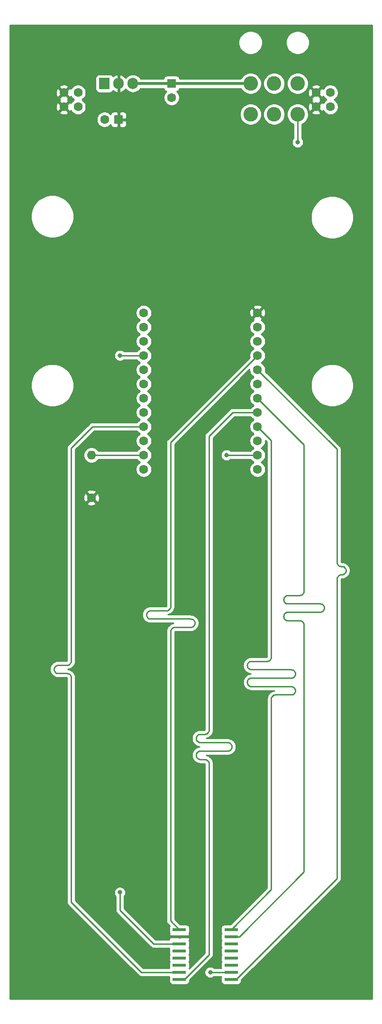
<source format=gbr>
%TF.GenerationSoftware,KiCad,Pcbnew,(5.1.6-0-10_14)*%
%TF.CreationDate,2020-06-11T07:37:50+09:00*%
%TF.ProjectId,QSPIRadiationBoard,51535049-5261-4646-9961-74696f6e426f,rev?*%
%TF.SameCoordinates,Original*%
%TF.FileFunction,Copper,L1,Top*%
%TF.FilePolarity,Positive*%
%FSLAX46Y46*%
G04 Gerber Fmt 4.6, Leading zero omitted, Abs format (unit mm)*
G04 Created by KiCad (PCBNEW (5.1.6-0-10_14)) date 2020-06-11 07:37:50*
%MOMM*%
%LPD*%
G01*
G04 APERTURE LIST*
%TA.AperFunction,SMDPad,CuDef*%
%ADD10R,2.390000X0.558000*%
%TD*%
%TA.AperFunction,ComponentPad*%
%ADD11C,1.600000*%
%TD*%
%TA.AperFunction,ComponentPad*%
%ADD12O,1.905000X2.000000*%
%TD*%
%TA.AperFunction,ComponentPad*%
%ADD13R,1.905000X2.000000*%
%TD*%
%TA.AperFunction,ComponentPad*%
%ADD14R,1.600000X1.600000*%
%TD*%
%TA.AperFunction,ComponentPad*%
%ADD15C,2.600000*%
%TD*%
%TA.AperFunction,ComponentPad*%
%ADD16O,1.600000X1.600000*%
%TD*%
%TA.AperFunction,ViaPad*%
%ADD17C,0.800000*%
%TD*%
%TA.AperFunction,Conductor*%
%ADD18C,0.250000*%
%TD*%
%TA.AperFunction,Conductor*%
%ADD19C,0.500000*%
%TD*%
%TA.AperFunction,Conductor*%
%ADD20C,0.254000*%
%TD*%
G04 APERTURE END LIST*
D10*
%TO.P,U3,16*%
%TO.N,Net-(U2-Pad21)*%
X135450000Y-176190000D03*
%TO.P,U3,15*%
%TO.N,Net-(U2-Pad19)*%
X135450000Y-177460000D03*
%TO.P,U3,14*%
%TO.N,Net-(U3-Pad14)*%
X135450000Y-178730000D03*
%TO.P,U3,13*%
%TO.N,Net-(U3-Pad13)*%
X135450000Y-180000000D03*
%TO.P,U3,12*%
%TO.N,Net-(U3-Pad12)*%
X135450000Y-181270000D03*
%TO.P,U3,11*%
%TO.N,Net-(U3-Pad11)*%
X135450000Y-182540000D03*
%TO.P,U3,10*%
%TO.N,Net-(C1-Pad2)*%
X135450000Y-183810000D03*
%TO.P,U3,1*%
%TO.N,Net-(U2-Pad16)*%
X126190000Y-176190000D03*
%TO.P,U3,2*%
%TO.N,Net-(C1-Pad1)*%
X126190000Y-177460000D03*
%TO.P,U3,3*%
%TO.N,Net-(U2-Pad4)*%
X126190000Y-178730000D03*
%TO.P,U3,4*%
%TO.N,Net-(U3-Pad4)*%
X126190000Y-180000000D03*
%TO.P,U3,5*%
%TO.N,Net-(U3-Pad5)*%
X126190000Y-181270000D03*
%TO.P,U3,6*%
%TO.N,Net-(U3-Pad6)*%
X126190000Y-182540000D03*
%TO.P,U3,7*%
%TO.N,Net-(U2-Pad9)*%
X126190000Y-183810000D03*
%TO.P,U3,9*%
%TO.N,Net-(U2-Pad17)*%
X135450000Y-185080000D03*
%TO.P,U3,8*%
%TO.N,Net-(U2-Pad20)*%
X126190000Y-185080000D03*
%TD*%
D11*
%TO.P,U1,5*%
%TO.N,Net-(C1-Pad1)*%
X150610000Y-26710000D03*
%TO.P,U1,8*%
%TO.N,Net-(C1-Pad2)*%
X153150000Y-29250000D03*
%TO.P,U1,6*%
%TO.N,Net-(C1-Pad1)*%
X150610000Y-29250000D03*
%TO.P,U1,7*%
%TO.N,Net-(C1-Pad2)*%
X153150000Y-26710000D03*
%TO.P,U1,4*%
X108090000Y-29250000D03*
%TO.P,U1,2*%
%TO.N,Net-(C1-Pad1)*%
X105550000Y-29250000D03*
%TO.P,U1,3*%
%TO.N,Net-(C1-Pad2)*%
X108090000Y-26710000D03*
%TO.P,U1,1*%
%TO.N,Net-(C1-Pad1)*%
X105550000Y-26710000D03*
%TD*%
D12*
%TO.P,U4,3*%
%TO.N,Net-(C2-Pad1)*%
X117880000Y-25090000D03*
%TO.P,U4,2*%
%TO.N,Net-(C1-Pad1)*%
X115340000Y-25090000D03*
D13*
%TO.P,U4,1*%
%TO.N,Net-(C1-Pad2)*%
X112800000Y-25090000D03*
%TD*%
D11*
%TO.P,C2,2*%
%TO.N,Net-(C1-Pad2)*%
X124810000Y-27580000D03*
D14*
%TO.P,C2,1*%
%TO.N,Net-(C2-Pad1)*%
X124810000Y-25080000D03*
%TD*%
D11*
%TO.P,C1,2*%
%TO.N,Net-(C1-Pad2)*%
X112840000Y-31520000D03*
D14*
%TO.P,C1,1*%
%TO.N,Net-(C1-Pad1)*%
X115340000Y-31520000D03*
%TD*%
D15*
%TO.P,J1,6*%
%TO.N,Net-(J1-Pad6)*%
X147320000Y-30580000D03*
%TO.P,J1,5*%
%TO.N,Net-(C1-Pad2)*%
X143120000Y-30580000D03*
%TO.P,J1,4*%
%TO.N,Net-(J1-Pad4)*%
X138920000Y-30580000D03*
%TO.P,J1,3*%
%TO.N,Net-(J1-Pad3)*%
X147320000Y-25080000D03*
%TO.P,J1,2*%
%TO.N,Net-(C1-Pad2)*%
X143120000Y-25080000D03*
%TO.P,J1,1*%
%TO.N,Net-(C2-Pad1)*%
X138920000Y-25080000D03*
%TD*%
D11*
%TO.P,U2,24*%
%TO.N,Net-(C1-Pad2)*%
X140160000Y-93970000D03*
%TO.P,U2,23*%
%TO.N,Net-(J1-Pad6)*%
X140160000Y-91430000D03*
%TO.P,U2,22*%
%TO.N,Net-(C1-Pad2)*%
X140160000Y-88890000D03*
%TO.P,U2,21*%
%TO.N,Net-(U2-Pad21)*%
X140160000Y-86350000D03*
%TO.P,U2,20*%
%TO.N,Net-(U2-Pad20)*%
X140160000Y-83810000D03*
%TO.P,U2,19*%
%TO.N,Net-(U2-Pad19)*%
X140160000Y-81270000D03*
%TO.P,U2,18*%
%TO.N,Net-(C1-Pad2)*%
X140160000Y-78730000D03*
%TO.P,U2,17*%
%TO.N,Net-(U2-Pad17)*%
X140160000Y-76190000D03*
%TO.P,U2,16*%
%TO.N,Net-(U2-Pad16)*%
X140160000Y-73650000D03*
%TO.P,U2,15*%
%TO.N,Net-(C1-Pad2)*%
X140160000Y-71110000D03*
%TO.P,U2,14*%
%TO.N,Net-(U2-Pad14)*%
X140160000Y-68570000D03*
%TO.P,U2,13*%
%TO.N,Net-(C1-Pad1)*%
X140160000Y-66030000D03*
%TO.P,U2,12*%
%TO.N,Net-(C1-Pad2)*%
X119840000Y-93970000D03*
%TO.P,U2,11*%
%TO.N,Net-(R1-Pad2)*%
X119840000Y-91430000D03*
%TO.P,U2,10*%
%TO.N,Net-(U2-Pad10)*%
X119840000Y-88890000D03*
%TO.P,U2,9*%
%TO.N,Net-(U2-Pad9)*%
X119840000Y-86350000D03*
%TO.P,U2,8*%
%TO.N,Net-(C1-Pad2)*%
X119840000Y-83810000D03*
%TO.P,U2,7*%
%TO.N,Net-(U2-Pad7)*%
X119840000Y-81270000D03*
%TO.P,U2,6*%
%TO.N,Net-(U2-Pad6)*%
X119840000Y-78730000D03*
%TO.P,U2,5*%
%TO.N,Net-(U2-Pad5)*%
X119840000Y-76190000D03*
%TO.P,U2,4*%
%TO.N,Net-(U2-Pad4)*%
X119840000Y-73650000D03*
%TO.P,U2,3*%
%TO.N,Net-(C1-Pad2)*%
X119840000Y-71110000D03*
%TO.P,U2,2*%
%TO.N,Net-(U2-Pad2)*%
X119840000Y-68570000D03*
%TO.P,U2,1*%
%TO.N,Net-(U2-Pad1)*%
X119840000Y-66030000D03*
%TD*%
D16*
%TO.P,R1,2*%
%TO.N,Net-(R1-Pad2)*%
X110490000Y-91440000D03*
D11*
%TO.P,R1,1*%
%TO.N,Net-(C1-Pad1)*%
X110490000Y-99060000D03*
%TD*%
D17*
%TO.N,Net-(U2-Pad4)*%
X115580006Y-73650000D03*
X115570000Y-169555018D03*
%TO.N,Net-(J1-Pad6)*%
X147320000Y-35560000D03*
X134620000Y-91440000D03*
%TO.N,Net-(C1-Pad2)*%
X131710000Y-183820000D03*
%TD*%
D18*
%TO.N,Net-(R1-Pad2)*%
X110500000Y-91430000D02*
X110490000Y-91440000D01*
X119840000Y-91430000D02*
X110500000Y-91430000D01*
%TO.N,Net-(U2-Pad21)*%
X142610000Y-169030000D02*
X135450000Y-176190000D01*
X142610000Y-135000000D02*
X142610000Y-169030000D01*
X143360000Y-134250000D02*
X143193110Y-134268804D01*
X146162895Y-134250000D02*
X143360000Y-134250000D01*
X146329786Y-134231195D02*
X146162895Y-134250000D01*
X146488308Y-134175726D02*
X146329786Y-134231195D01*
X146838622Y-133825412D02*
X146749269Y-133967617D01*
X146894091Y-133666890D02*
X146838622Y-133825412D01*
X146894091Y-133333109D02*
X146912895Y-133500000D01*
X146838622Y-133174587D02*
X146894091Y-133333109D01*
X146630513Y-132913626D02*
X146749269Y-133032382D01*
X146488308Y-132824273D02*
X146630513Y-132913626D01*
X139057105Y-132750000D02*
X146162895Y-132750000D01*
X138890214Y-132731195D02*
X139057105Y-132750000D01*
X146749269Y-133967617D02*
X146630513Y-134086373D01*
X138589487Y-132586373D02*
X138731692Y-132675726D01*
X142773627Y-134532382D02*
X142684274Y-134674587D01*
X138307105Y-132000000D02*
X138325909Y-132166890D01*
X138325909Y-131833109D02*
X138307105Y-132000000D01*
X146488308Y-131175726D02*
X146329786Y-131231195D01*
X138381378Y-131674587D02*
X138325909Y-131833109D01*
X138731692Y-132675726D02*
X138890214Y-132731195D01*
X138731692Y-131324273D02*
X138589487Y-131413626D01*
X138307105Y-129000000D02*
X138325909Y-129166890D01*
X138589487Y-131413626D02*
X138470731Y-131532382D01*
X138890214Y-131268804D02*
X138731692Y-131324273D01*
X139057105Y-131250000D02*
X138890214Y-131268804D01*
X138470731Y-131532382D02*
X138381378Y-131674587D01*
X139057105Y-129750000D02*
X146162895Y-129750000D01*
X146162895Y-131250000D02*
X139057105Y-131250000D01*
X142628805Y-134833109D02*
X142610000Y-135000000D01*
X146329786Y-131231195D02*
X146162895Y-131250000D01*
X142535726Y-127825412D02*
X142446373Y-127967617D01*
X146749269Y-130967617D02*
X146630513Y-131086373D01*
X146894091Y-130666890D02*
X146838622Y-130825412D01*
X146630513Y-134086373D02*
X146488308Y-134175726D01*
X146894091Y-130333109D02*
X146912895Y-130500000D01*
X146749269Y-130032382D02*
X146838622Y-130174587D01*
X142892383Y-134413626D02*
X142773627Y-134532382D01*
X143034588Y-134324273D02*
X142892383Y-134413626D01*
X146630513Y-129913626D02*
X146749269Y-130032382D01*
X146912895Y-133500000D02*
X146894091Y-133666890D01*
X146749269Y-133032382D02*
X146838622Y-133174587D01*
X138890214Y-129731195D02*
X139057105Y-129750000D01*
X138470731Y-132467617D02*
X138589487Y-132586373D01*
X146838622Y-130174587D02*
X146894091Y-130333109D01*
X138325909Y-129166890D02*
X138381378Y-129325412D01*
X138731692Y-129675726D02*
X138890214Y-129731195D01*
X142185412Y-128175726D02*
X142026890Y-128231195D01*
X138589487Y-129586373D02*
X138731692Y-129675726D01*
X146162895Y-132750000D02*
X146329786Y-132768804D01*
X138470731Y-129467617D02*
X138589487Y-129586373D01*
X146329786Y-129768804D02*
X146488308Y-129824273D01*
X146838622Y-130825412D02*
X146749269Y-130967617D01*
X138325909Y-128833109D02*
X138307105Y-129000000D01*
X138589487Y-128413626D02*
X138470731Y-128532382D01*
X138470731Y-128532382D02*
X138381378Y-128674587D01*
X138890214Y-128268804D02*
X138731692Y-128324273D01*
X139057105Y-128250000D02*
X138890214Y-128268804D01*
X142327617Y-128086373D02*
X142185412Y-128175726D01*
X146329786Y-132768804D02*
X146488308Y-132824273D01*
X138381378Y-129325412D02*
X138470731Y-129467617D01*
X138381378Y-132325412D02*
X138470731Y-132467617D01*
X142446373Y-127967617D02*
X142327617Y-128086373D01*
X142684274Y-134674587D02*
X142628805Y-134833109D01*
X146630513Y-131086373D02*
X146488308Y-131175726D01*
X142026890Y-128231195D02*
X141860000Y-128250000D01*
X141860000Y-128250000D02*
X139057105Y-128250000D01*
X146488308Y-129824273D02*
X146630513Y-129913626D01*
X142591195Y-127666890D02*
X142535726Y-127825412D01*
X143193110Y-134268804D02*
X143034588Y-134324273D01*
X142610000Y-88800000D02*
X142610000Y-127500000D01*
X146162895Y-129750000D02*
X146329786Y-129768804D01*
X140160000Y-86350000D02*
X142610000Y-88800000D01*
X146912895Y-130500000D02*
X146894091Y-130666890D01*
X138731692Y-128324273D02*
X138589487Y-128413626D01*
X138325909Y-132166890D02*
X138381378Y-132325412D01*
X142610000Y-127500000D02*
X142591195Y-127666890D01*
X138381378Y-128674587D02*
X138325909Y-128833109D01*
%TO.N,Net-(U2-Pad20)*%
X131461195Y-146363109D02*
X131480000Y-146530000D01*
X131316373Y-146062382D02*
X131405726Y-146204587D01*
X131055412Y-145854273D02*
X131197617Y-145943626D01*
X130896890Y-145798804D02*
X131055412Y-145854273D01*
X130730000Y-145780000D02*
X130896890Y-145798804D01*
X129926227Y-145780000D02*
X130730000Y-145780000D01*
X129600814Y-145705726D02*
X129759336Y-145761195D01*
X129458609Y-145616373D02*
X129600814Y-145705726D01*
X131405726Y-146204587D02*
X131461195Y-146363109D01*
X129339853Y-145497617D02*
X129458609Y-145616373D01*
X129250500Y-145355412D02*
X129339853Y-145497617D01*
X129195031Y-145196890D02*
X129250500Y-145355412D01*
X129176227Y-145030000D02*
X129195031Y-145196890D01*
X129195031Y-144863109D02*
X129176227Y-145030000D01*
X129600814Y-141354273D02*
X129458609Y-141443626D01*
X129250500Y-144704587D02*
X129195031Y-144863109D01*
X134833773Y-144280000D02*
X129926227Y-144280000D01*
X135301391Y-144116373D02*
X135159186Y-144205726D01*
X129759336Y-145761195D02*
X129926227Y-145780000D01*
X135000664Y-144261195D02*
X134833773Y-144280000D01*
X135420147Y-143997617D02*
X135301391Y-144116373D01*
X135509500Y-143855412D02*
X135420147Y-143997617D01*
X129250500Y-142355412D02*
X129339853Y-142497617D01*
X129600814Y-142705726D02*
X129759336Y-142761195D01*
X129458609Y-144443626D02*
X129339853Y-144562382D01*
X129339853Y-141562382D02*
X129250500Y-141704587D01*
X135583773Y-143530000D02*
X135564969Y-143696890D01*
X129759336Y-144298804D02*
X129600814Y-144354273D01*
X129759336Y-141298804D02*
X129600814Y-141354273D01*
X135564969Y-143363109D02*
X135583773Y-143530000D01*
X129926227Y-144280000D02*
X129759336Y-144298804D01*
X135420147Y-143062382D02*
X135509500Y-143204587D01*
X129176227Y-142030000D02*
X129195031Y-142196890D01*
X135159186Y-142854273D02*
X135301391Y-142943626D01*
X129926227Y-142780000D02*
X134833773Y-142780000D01*
X135159186Y-144205726D02*
X135000664Y-144261195D01*
X129759336Y-142761195D02*
X129926227Y-142780000D01*
X131461195Y-140696890D02*
X131405726Y-140855412D01*
X134833773Y-142780000D02*
X135000664Y-142798804D01*
X135564969Y-143696890D02*
X135509500Y-143855412D01*
X131197617Y-141116373D02*
X131055412Y-141205726D01*
X131316373Y-140997617D02*
X131197617Y-141116373D01*
X129458609Y-142616373D02*
X129600814Y-142705726D01*
X131480000Y-180669002D02*
X127069002Y-185080000D01*
X129339853Y-142497617D02*
X129458609Y-142616373D01*
X129195031Y-142196890D02*
X129250500Y-142355412D01*
X129600814Y-144354273D02*
X129458609Y-144443626D01*
X135509500Y-143204587D02*
X135564969Y-143363109D01*
X129458609Y-141443626D02*
X129339853Y-141562382D01*
X129339853Y-144562382D02*
X129250500Y-144704587D01*
X135000664Y-142798804D02*
X135159186Y-142854273D01*
X127069002Y-185080000D02*
X126190000Y-185080000D01*
X129926227Y-141280000D02*
X129759336Y-141298804D01*
X130730000Y-141280000D02*
X129926227Y-141280000D01*
X129195031Y-141863109D02*
X129176227Y-142030000D01*
X131405726Y-140855412D02*
X131316373Y-140997617D01*
X130896890Y-141261195D02*
X130730000Y-141280000D01*
X129250500Y-141704587D02*
X129195031Y-141863109D01*
X131055412Y-141205726D02*
X130896890Y-141261195D01*
X131197617Y-145943626D02*
X131316373Y-146062382D01*
X131480000Y-140530000D02*
X131461195Y-140696890D01*
X135301391Y-142943626D02*
X135420147Y-143062382D01*
X135720000Y-83810000D02*
X131480000Y-88050000D01*
X131480000Y-88050000D02*
X131480000Y-140530000D01*
X131480000Y-146530000D02*
X131480000Y-180669002D01*
X140160000Y-83810000D02*
X135720000Y-83810000D01*
%TO.N,Net-(U2-Pad19)*%
X136895000Y-177460000D02*
X135450000Y-177460000D01*
X148421195Y-121573109D02*
X148440000Y-121740000D01*
X148365726Y-121414587D02*
X148421195Y-121573109D01*
X148276373Y-121272382D02*
X148365726Y-121414587D01*
X148157617Y-121153626D02*
X148276373Y-121272382D01*
X148015412Y-121064273D02*
X148157617Y-121153626D01*
X145565297Y-120990000D02*
X147690000Y-120990000D01*
X145398406Y-120971195D02*
X145565297Y-120990000D01*
X145239884Y-120915726D02*
X145398406Y-120971195D01*
X145097679Y-120826373D02*
X145239884Y-120915726D01*
X144978923Y-120707617D02*
X145097679Y-120826373D01*
X144889570Y-120565412D02*
X144978923Y-120707617D01*
X144815297Y-120240000D02*
X144834101Y-120406890D01*
X144889570Y-119914587D02*
X144834101Y-120073109D01*
X145398406Y-119508804D02*
X145239884Y-119564273D01*
X145239884Y-119564273D02*
X145097679Y-119653626D01*
X151640116Y-119415726D02*
X151481594Y-119471195D01*
X144978923Y-119772382D02*
X144889570Y-119914587D01*
X148421195Y-115906890D02*
X148365726Y-116065412D01*
X151782321Y-119326373D02*
X151640116Y-119415726D01*
X145097679Y-116653626D02*
X144978923Y-116772382D01*
X151990430Y-119065412D02*
X151901077Y-119207617D01*
X144889570Y-116914587D02*
X144834101Y-117073109D01*
X152045899Y-118906890D02*
X151990430Y-119065412D01*
X148440000Y-165915000D02*
X136895000Y-177460000D01*
X144834101Y-120073109D02*
X144815297Y-120240000D01*
X152064703Y-118740000D02*
X152045899Y-118906890D01*
X152045899Y-118573109D02*
X152064703Y-118740000D01*
X151990430Y-118414587D02*
X152045899Y-118573109D01*
X148440000Y-115740000D02*
X148421195Y-115906890D01*
X151901077Y-118272382D02*
X151990430Y-118414587D01*
X151481594Y-118008804D02*
X151640116Y-118064273D01*
X148365726Y-116065412D02*
X148276373Y-116207617D01*
X145565297Y-117990000D02*
X151314703Y-117990000D01*
X145239884Y-117915726D02*
X145398406Y-117971195D01*
X145097679Y-117826373D02*
X145239884Y-117915726D01*
X148157617Y-116326373D02*
X148015412Y-116415726D01*
X151314703Y-117990000D02*
X151481594Y-118008804D01*
X144978923Y-117707617D02*
X145097679Y-117826373D01*
X147690000Y-120990000D02*
X147856890Y-121008804D01*
X145565297Y-119490000D02*
X145398406Y-119508804D01*
X144834101Y-117073109D02*
X144815297Y-117240000D01*
X144834101Y-120406890D02*
X144889570Y-120565412D01*
X144889570Y-117565412D02*
X144978923Y-117707617D01*
X145398406Y-117971195D02*
X145565297Y-117990000D01*
X148440000Y-121740000D02*
X148440000Y-165915000D01*
X151481594Y-119471195D02*
X151314703Y-119490000D01*
X151314703Y-119490000D02*
X145565297Y-119490000D01*
X147690000Y-116490000D02*
X145565297Y-116490000D01*
X144815297Y-117240000D02*
X144834101Y-117406890D01*
X144978923Y-116772382D02*
X144889570Y-116914587D01*
X145398406Y-116508804D02*
X145239884Y-116564273D01*
X145239884Y-116564273D02*
X145097679Y-116653626D01*
X144834101Y-117406890D02*
X144889570Y-117565412D01*
X151640116Y-118064273D02*
X151782321Y-118153626D01*
X151901077Y-119207617D02*
X151782321Y-119326373D01*
X147856890Y-121008804D02*
X148015412Y-121064273D01*
X147856890Y-116471195D02*
X147690000Y-116490000D01*
X148015412Y-116415726D02*
X147856890Y-116471195D01*
X151782321Y-118153626D02*
X151901077Y-118272382D01*
X145097679Y-119653626D02*
X144978923Y-119772382D01*
X145565297Y-116490000D02*
X145398406Y-116508804D01*
X148276373Y-116207617D02*
X148157617Y-116326373D01*
X148440000Y-89550000D02*
X148440000Y-115740000D01*
X140160000Y-81270000D02*
X148440000Y-89550000D01*
%TO.N,Net-(U2-Pad17)*%
X154360000Y-90390000D02*
X140160000Y-76190000D01*
X154434273Y-110885412D02*
X154378804Y-110726890D01*
X154523626Y-111027617D02*
X154434273Y-110885412D01*
X154642382Y-111146373D02*
X154523626Y-111027617D01*
X154943109Y-111291195D02*
X154784587Y-111235726D01*
X155110000Y-111310000D02*
X154943109Y-111291195D01*
X155198992Y-111310000D02*
X155110000Y-111310000D01*
X155365882Y-111328804D02*
X155198992Y-111310000D01*
X155524404Y-111384273D02*
X155365882Y-111328804D01*
X155785365Y-111592382D02*
X155666609Y-111473626D01*
X154360000Y-113560000D02*
X154378804Y-113393109D01*
X155198992Y-112810000D02*
X155365882Y-112791195D01*
X155785365Y-112527617D02*
X155874718Y-112385412D01*
X155874718Y-111734587D02*
X155785365Y-111592382D01*
X155930187Y-112226890D02*
X155948992Y-112060000D01*
X155666609Y-112646373D02*
X155785365Y-112527617D01*
X155874718Y-112385412D02*
X155930187Y-112226890D01*
X155110000Y-112810000D02*
X155198992Y-112810000D01*
X154378804Y-110726890D02*
X154360000Y-110560000D01*
X155524404Y-112735726D02*
X155666609Y-112646373D01*
X155365882Y-112791195D02*
X155524404Y-112735726D01*
X154943109Y-112828804D02*
X155110000Y-112810000D01*
X154360000Y-110560000D02*
X154360000Y-90390000D01*
X154784587Y-111235726D02*
X154642382Y-111146373D01*
X154784587Y-112884273D02*
X154943109Y-112828804D01*
X154642382Y-112973626D02*
X154784587Y-112884273D01*
X154360000Y-167049002D02*
X154360000Y-113560000D01*
X155666609Y-111473626D02*
X155524404Y-111384273D01*
X154523626Y-113092382D02*
X154642382Y-112973626D01*
X135450000Y-185080000D02*
X136329002Y-185080000D01*
X154378804Y-113393109D02*
X154434273Y-113234587D01*
X136329002Y-185080000D02*
X154360000Y-167049002D01*
X154434273Y-113234587D02*
X154523626Y-113092382D01*
X155930187Y-111893109D02*
X155874718Y-111734587D01*
X155948992Y-112060000D02*
X155930187Y-111893109D01*
%TO.N,Net-(U2-Pad16)*%
X124619999Y-174619999D02*
X126190000Y-176190000D01*
X124619999Y-122949999D02*
X124619999Y-174619999D01*
X124783626Y-122482381D02*
X124694273Y-122624586D01*
X125203109Y-122218803D02*
X125044587Y-122274272D01*
X124545725Y-118775411D02*
X124456372Y-118917616D01*
X128667381Y-122036372D02*
X128525176Y-122125725D01*
X128949763Y-121449999D02*
X128930959Y-121616889D01*
X125044587Y-122274272D02*
X124902382Y-122363625D01*
X128930959Y-121283108D02*
X128949763Y-121449999D01*
X120453861Y-119482381D02*
X120364508Y-119624586D01*
X128875490Y-121775411D02*
X128786137Y-121917616D01*
X128525176Y-120774272D02*
X128667381Y-120863625D01*
X128786137Y-120982381D02*
X128875490Y-121124586D01*
X125369999Y-122199999D02*
X125203109Y-122218803D01*
X120309039Y-120116889D02*
X120364508Y-120275411D01*
X128667381Y-120863625D02*
X128786137Y-120982381D01*
X124638804Y-122783108D02*
X124619999Y-122949999D01*
X128366654Y-120718803D02*
X128525176Y-120774272D01*
X124601194Y-118616889D02*
X124545725Y-118775411D01*
X120873344Y-120681194D02*
X121040235Y-120699999D01*
X121040235Y-120699999D02*
X128199763Y-120699999D01*
X124337616Y-119036372D02*
X124195411Y-119125725D01*
X120453861Y-120417616D02*
X120572617Y-120536372D01*
X121040235Y-119199999D02*
X120873344Y-119218803D01*
X128199763Y-120699999D02*
X128366654Y-120718803D01*
X120364508Y-120275411D02*
X120453861Y-120417616D01*
X128875490Y-121124586D02*
X128930959Y-121283108D01*
X128930959Y-121616889D02*
X128875490Y-121775411D01*
X120873344Y-119218803D02*
X120714822Y-119274272D01*
X120290235Y-119949999D02*
X120309039Y-120116889D01*
X120572617Y-119363625D02*
X120453861Y-119482381D01*
X124694273Y-122624586D02*
X124638804Y-122783108D01*
X120309039Y-119783108D02*
X120290235Y-119949999D01*
X120714822Y-120625725D02*
X120873344Y-120681194D01*
X124619999Y-118449999D02*
X124601194Y-118616889D01*
X128366654Y-122181194D02*
X128199763Y-122199999D01*
X124619999Y-89190001D02*
X124619999Y-118449999D01*
X128199763Y-122199999D02*
X125369999Y-122199999D01*
X120714822Y-119274272D02*
X120572617Y-119363625D01*
X124036889Y-119181194D02*
X123869999Y-119199999D01*
X124902382Y-122363625D02*
X124783626Y-122482381D01*
X128525176Y-122125725D02*
X128366654Y-122181194D01*
X140160000Y-73650000D02*
X124619999Y-89190001D01*
X124456372Y-118917616D02*
X124337616Y-119036372D01*
X123869999Y-119199999D02*
X121040235Y-119199999D01*
X124195411Y-119125725D02*
X124036889Y-119181194D01*
X128786137Y-121917616D02*
X128667381Y-122036372D01*
X120572617Y-120536372D02*
X120714822Y-120625725D01*
X120364508Y-119624586D02*
X120309039Y-119783108D01*
%TO.N,Net-(U2-Pad9)*%
X106880000Y-171280000D02*
X119410000Y-183810000D01*
X106880000Y-131190000D02*
X106880000Y-171280000D01*
X106805726Y-130864587D02*
X106861195Y-131023109D01*
X106455412Y-130514273D02*
X106597617Y-130603626D01*
X106296890Y-130458804D02*
X106455412Y-130514273D01*
X104393483Y-130421195D02*
X104560374Y-130440000D01*
X104560374Y-130440000D02*
X106130000Y-130440000D01*
X103884647Y-130015412D02*
X103974000Y-130157617D01*
X103810374Y-129690000D02*
X103829178Y-129856890D01*
X103974000Y-129222382D02*
X103884647Y-129364587D01*
X103829178Y-129523109D02*
X103810374Y-129690000D01*
X104092756Y-129103626D02*
X103974000Y-129222382D01*
X106716373Y-130722382D02*
X106805726Y-130864587D01*
X104234961Y-130365726D02*
X104393483Y-130421195D01*
X104560374Y-128940000D02*
X104393483Y-128958804D01*
X104092756Y-130276373D02*
X104234961Y-130365726D01*
X106716373Y-128657617D02*
X106597617Y-128776373D01*
X103829178Y-129856890D02*
X103884647Y-130015412D01*
X106597617Y-130603626D02*
X106716373Y-130722382D01*
X106597617Y-128776373D02*
X106455412Y-128865726D01*
X106805726Y-128515412D02*
X106716373Y-128657617D01*
X106861195Y-131023109D02*
X106880000Y-131190000D01*
X103974000Y-130157617D02*
X104092756Y-130276373D01*
X104393483Y-128958804D02*
X104234961Y-129014273D01*
X106455412Y-128865726D02*
X106296890Y-128921195D01*
X119840000Y-86350000D02*
X110690000Y-86350000D01*
X106880000Y-90160000D02*
X106880000Y-128190000D01*
X104234961Y-129014273D02*
X104092756Y-129103626D01*
X119410000Y-183810000D02*
X126190000Y-183810000D01*
X106861195Y-128356890D02*
X106805726Y-128515412D01*
X106130000Y-130440000D02*
X106296890Y-130458804D01*
X106880000Y-128190000D02*
X106861195Y-128356890D01*
X106130000Y-128940000D02*
X104560374Y-128940000D01*
X103884647Y-129364587D02*
X103829178Y-129523109D01*
X110690000Y-86350000D02*
X106880000Y-90160000D01*
X106296890Y-128921195D02*
X106130000Y-128940000D01*
%TO.N,Net-(U2-Pad4)*%
X119840000Y-73650000D02*
X115580006Y-73650000D01*
X121580000Y-178730000D02*
X115570000Y-172720000D01*
X115570000Y-172720000D02*
X115570000Y-169555018D01*
X126190000Y-178730000D02*
X121580000Y-178730000D01*
%TO.N,Net-(J1-Pad6)*%
X147320000Y-30580000D02*
X147320000Y-35560000D01*
X140150000Y-91440000D02*
X140160000Y-91430000D01*
X134620000Y-91440000D02*
X140150000Y-91440000D01*
%TO.N,Net-(C1-Pad2)*%
X131720000Y-183810000D02*
X131710000Y-183820000D01*
X135450000Y-183810000D02*
X131720000Y-183810000D01*
D19*
%TO.N,Net-(C2-Pad1)*%
X138920000Y-25080000D02*
X124810000Y-25080000D01*
D18*
X117890000Y-25080000D02*
X117880000Y-25090000D01*
D19*
X124810000Y-25080000D02*
X117890000Y-25080000D01*
%TD*%
D20*
%TO.N,Net-(C1-Pad1)*%
G36*
X160630000Y-188570000D02*
G01*
X95910000Y-188570000D01*
X95910000Y-129625813D01*
X103049400Y-129625813D01*
X103050300Y-129690000D01*
X103049400Y-129754187D01*
X103058137Y-129801574D01*
X103070973Y-129915496D01*
X103073000Y-129963643D01*
X103088158Y-130026008D01*
X103101566Y-130088800D01*
X103120632Y-130133063D01*
X103158494Y-130241267D01*
X103171183Y-130287754D01*
X103199845Y-130345196D01*
X103226883Y-130403416D01*
X103255315Y-130442320D01*
X103316305Y-130539386D01*
X103339026Y-130581893D01*
X103379754Y-130631519D01*
X103419066Y-130682259D01*
X103455447Y-130713865D01*
X103536508Y-130794926D01*
X103568114Y-130831307D01*
X103618863Y-130870626D01*
X103668480Y-130911346D01*
X103710977Y-130934061D01*
X103808047Y-130995054D01*
X103846957Y-131023491D01*
X103905189Y-131050535D01*
X103962619Y-131079190D01*
X104009104Y-131091879D01*
X104117311Y-131129742D01*
X104161569Y-131148806D01*
X104224342Y-131162210D01*
X104286729Y-131177373D01*
X104334881Y-131179400D01*
X104406238Y-131187441D01*
X104411388Y-131189003D01*
X104480613Y-131195821D01*
X104512375Y-131199400D01*
X104517709Y-131199475D01*
X104523041Y-131200000D01*
X104555138Y-131200000D01*
X104624557Y-131200974D01*
X104629840Y-131200000D01*
X106087322Y-131200000D01*
X106116691Y-131203309D01*
X106120000Y-131232675D01*
X106120001Y-171242667D01*
X106116324Y-171280000D01*
X106130998Y-171428985D01*
X106174454Y-171572246D01*
X106245026Y-171704276D01*
X106316201Y-171791002D01*
X106340000Y-171820001D01*
X106368998Y-171843799D01*
X118846200Y-184321002D01*
X118869999Y-184350001D01*
X118898997Y-184373799D01*
X118985723Y-184444974D01*
X119004432Y-184454974D01*
X119117753Y-184515546D01*
X119261014Y-184559003D01*
X119372667Y-184570000D01*
X119372677Y-184570000D01*
X119410000Y-184573676D01*
X119447323Y-184570000D01*
X124401500Y-184570000D01*
X124369188Y-184676518D01*
X124356928Y-184801000D01*
X124356928Y-185359000D01*
X124369188Y-185483482D01*
X124405498Y-185603180D01*
X124464463Y-185713494D01*
X124543815Y-185810185D01*
X124640506Y-185889537D01*
X124750820Y-185948502D01*
X124870518Y-185984812D01*
X124995000Y-185997072D01*
X127385000Y-185997072D01*
X127509482Y-185984812D01*
X127629180Y-185948502D01*
X127739494Y-185889537D01*
X127836185Y-185810185D01*
X127915537Y-185713494D01*
X127974502Y-185603180D01*
X128010812Y-185483482D01*
X128023072Y-185359000D01*
X128023072Y-185200731D01*
X131991003Y-181232801D01*
X132020001Y-181209003D01*
X132114974Y-181093278D01*
X132185546Y-180961249D01*
X132229003Y-180817988D01*
X132240000Y-180706335D01*
X132240000Y-180706326D01*
X132243676Y-180669003D01*
X132240000Y-180631680D01*
X132240000Y-146599466D01*
X132240974Y-146594183D01*
X132240000Y-146524764D01*
X132240000Y-146492667D01*
X132239475Y-146487335D01*
X132239400Y-146482001D01*
X132235821Y-146450239D01*
X132229003Y-146381014D01*
X132227441Y-146375864D01*
X132219400Y-146304507D01*
X132217373Y-146256355D01*
X132202210Y-146193968D01*
X132188806Y-146131195D01*
X132169742Y-146086937D01*
X132131879Y-145978730D01*
X132119190Y-145932245D01*
X132090535Y-145874815D01*
X132063491Y-145816583D01*
X132035054Y-145777673D01*
X131974061Y-145680603D01*
X131951346Y-145638106D01*
X131910626Y-145588489D01*
X131871307Y-145537740D01*
X131834926Y-145506134D01*
X131753865Y-145425073D01*
X131722259Y-145388692D01*
X131671519Y-145349380D01*
X131621893Y-145308652D01*
X131579386Y-145285931D01*
X131482320Y-145224941D01*
X131443416Y-145196509D01*
X131385196Y-145169471D01*
X131327754Y-145140809D01*
X131281267Y-145128120D01*
X131173063Y-145090258D01*
X131128800Y-145071192D01*
X131066008Y-145057784D01*
X131003643Y-145042626D01*
X130955496Y-145040599D01*
X130950183Y-145040000D01*
X134764307Y-145040000D01*
X134769590Y-145040974D01*
X134839008Y-145040000D01*
X134871106Y-145040000D01*
X134876438Y-145039475D01*
X134881771Y-145039400D01*
X134913527Y-145035822D01*
X134982759Y-145029003D01*
X134987909Y-145027441D01*
X135059266Y-145019400D01*
X135107417Y-145017373D01*
X135169787Y-145002214D01*
X135232578Y-144988806D01*
X135276840Y-144969740D01*
X135385041Y-144931879D01*
X135431528Y-144919190D01*
X135488970Y-144890528D01*
X135547190Y-144863490D01*
X135586094Y-144835058D01*
X135683160Y-144774068D01*
X135725667Y-144751347D01*
X135775293Y-144710619D01*
X135826033Y-144671307D01*
X135857639Y-144634926D01*
X135938700Y-144553865D01*
X135975081Y-144522259D01*
X136014400Y-144471510D01*
X136055120Y-144421893D01*
X136077835Y-144379396D01*
X136138828Y-144282326D01*
X136167265Y-144243416D01*
X136194309Y-144185184D01*
X136222964Y-144127754D01*
X136235653Y-144081269D01*
X136273518Y-143973057D01*
X136292581Y-143928800D01*
X136305986Y-143866026D01*
X136321147Y-143803644D01*
X136323174Y-143755496D01*
X136336010Y-143641573D01*
X136344747Y-143594187D01*
X136343847Y-143530000D01*
X136344747Y-143465813D01*
X136336010Y-143418427D01*
X136323174Y-143304504D01*
X136321147Y-143256355D01*
X136305985Y-143193969D01*
X136292581Y-143131199D01*
X136273518Y-143086942D01*
X136235653Y-142978730D01*
X136222964Y-142932245D01*
X136194309Y-142874815D01*
X136167265Y-142816583D01*
X136138828Y-142777673D01*
X136077835Y-142680603D01*
X136055120Y-142638106D01*
X136014400Y-142588489D01*
X135975081Y-142537740D01*
X135938700Y-142506134D01*
X135857639Y-142425073D01*
X135826033Y-142388692D01*
X135775293Y-142349380D01*
X135725667Y-142308652D01*
X135683160Y-142285931D01*
X135586094Y-142224941D01*
X135547190Y-142196509D01*
X135488970Y-142169471D01*
X135431528Y-142140809D01*
X135385041Y-142128120D01*
X135276837Y-142090258D01*
X135232574Y-142071192D01*
X135169786Y-142057785D01*
X135107417Y-142042626D01*
X135059269Y-142040599D01*
X134987904Y-142032558D01*
X134982759Y-142030997D01*
X134913574Y-142024183D01*
X134881767Y-142020599D01*
X134876428Y-142020524D01*
X134871106Y-142020000D01*
X134839048Y-142020000D01*
X134769586Y-142019026D01*
X134764303Y-142020000D01*
X130950172Y-142020000D01*
X130955493Y-142019400D01*
X131003643Y-142017373D01*
X131066024Y-142002211D01*
X131128805Y-141988805D01*
X131173063Y-141969741D01*
X131281267Y-141931879D01*
X131327754Y-141919190D01*
X131385196Y-141890528D01*
X131443416Y-141863490D01*
X131482320Y-141835058D01*
X131579386Y-141774068D01*
X131621893Y-141751347D01*
X131671519Y-141710619D01*
X131722259Y-141671307D01*
X131753865Y-141634926D01*
X131834926Y-141553865D01*
X131871307Y-141522259D01*
X131910626Y-141471510D01*
X131951346Y-141421893D01*
X131974061Y-141379396D01*
X132035054Y-141282326D01*
X132063491Y-141243416D01*
X132090535Y-141185184D01*
X132119190Y-141127754D01*
X132131879Y-141081269D01*
X132169744Y-140973057D01*
X132188805Y-140928805D01*
X132202208Y-140866042D01*
X132217373Y-140803644D01*
X132219400Y-140755493D01*
X132227441Y-140684136D01*
X132229003Y-140678986D01*
X132235823Y-140609744D01*
X132239400Y-140578000D01*
X132239475Y-140572665D01*
X132240000Y-140567333D01*
X132240000Y-140535237D01*
X132240974Y-140465818D01*
X132240000Y-140460535D01*
X132240000Y-88364801D01*
X136034802Y-84570000D01*
X138941957Y-84570000D01*
X139045363Y-84724759D01*
X139245241Y-84924637D01*
X139477759Y-85080000D01*
X139245241Y-85235363D01*
X139045363Y-85435241D01*
X138888320Y-85670273D01*
X138780147Y-85931426D01*
X138725000Y-86208665D01*
X138725000Y-86491335D01*
X138780147Y-86768574D01*
X138888320Y-87029727D01*
X139045363Y-87264759D01*
X139245241Y-87464637D01*
X139477759Y-87620000D01*
X139245241Y-87775363D01*
X139045363Y-87975241D01*
X138888320Y-88210273D01*
X138780147Y-88471426D01*
X138725000Y-88748665D01*
X138725000Y-89031335D01*
X138780147Y-89308574D01*
X138888320Y-89569727D01*
X139045363Y-89804759D01*
X139245241Y-90004637D01*
X139477759Y-90160000D01*
X139245241Y-90315363D01*
X139045363Y-90515241D01*
X138935275Y-90680000D01*
X135323711Y-90680000D01*
X135279774Y-90636063D01*
X135110256Y-90522795D01*
X134921898Y-90444774D01*
X134721939Y-90405000D01*
X134518061Y-90405000D01*
X134318102Y-90444774D01*
X134129744Y-90522795D01*
X133960226Y-90636063D01*
X133816063Y-90780226D01*
X133702795Y-90949744D01*
X133624774Y-91138102D01*
X133585000Y-91338061D01*
X133585000Y-91541939D01*
X133624774Y-91741898D01*
X133702795Y-91930256D01*
X133816063Y-92099774D01*
X133960226Y-92243937D01*
X134129744Y-92357205D01*
X134318102Y-92435226D01*
X134518061Y-92475000D01*
X134721939Y-92475000D01*
X134921898Y-92435226D01*
X135110256Y-92357205D01*
X135279774Y-92243937D01*
X135323711Y-92200000D01*
X138948638Y-92200000D01*
X139045363Y-92344759D01*
X139245241Y-92544637D01*
X139477759Y-92700000D01*
X139245241Y-92855363D01*
X139045363Y-93055241D01*
X138888320Y-93290273D01*
X138780147Y-93551426D01*
X138725000Y-93828665D01*
X138725000Y-94111335D01*
X138780147Y-94388574D01*
X138888320Y-94649727D01*
X139045363Y-94884759D01*
X139245241Y-95084637D01*
X139480273Y-95241680D01*
X139741426Y-95349853D01*
X140018665Y-95405000D01*
X140301335Y-95405000D01*
X140578574Y-95349853D01*
X140839727Y-95241680D01*
X141074759Y-95084637D01*
X141274637Y-94884759D01*
X141431680Y-94649727D01*
X141539853Y-94388574D01*
X141595000Y-94111335D01*
X141595000Y-93828665D01*
X141539853Y-93551426D01*
X141431680Y-93290273D01*
X141274637Y-93055241D01*
X141074759Y-92855363D01*
X140842241Y-92700000D01*
X141074759Y-92544637D01*
X141274637Y-92344759D01*
X141431680Y-92109727D01*
X141539853Y-91848574D01*
X141595000Y-91571335D01*
X141595000Y-91288665D01*
X141539853Y-91011426D01*
X141431680Y-90750273D01*
X141274637Y-90515241D01*
X141074759Y-90315363D01*
X140842241Y-90160000D01*
X141074759Y-90004637D01*
X141274637Y-89804759D01*
X141431680Y-89569727D01*
X141539853Y-89308574D01*
X141595000Y-89031335D01*
X141595000Y-88859802D01*
X141850000Y-89114802D01*
X141850001Y-127457315D01*
X141846691Y-127486691D01*
X141817324Y-127490000D01*
X139126575Y-127490000D01*
X139121292Y-127489026D01*
X139051829Y-127490000D01*
X139019772Y-127490000D01*
X139014451Y-127490524D01*
X139009110Y-127490599D01*
X138977297Y-127494183D01*
X138908119Y-127500997D01*
X138902974Y-127502558D01*
X138831609Y-127510599D01*
X138783460Y-127512626D01*
X138721074Y-127527788D01*
X138658304Y-127541192D01*
X138614047Y-127560255D01*
X138505835Y-127598120D01*
X138459350Y-127610809D01*
X138401920Y-127639464D01*
X138343688Y-127666508D01*
X138304778Y-127694945D01*
X138207708Y-127755938D01*
X138165211Y-127778653D01*
X138115594Y-127819373D01*
X138064845Y-127858692D01*
X138033239Y-127895073D01*
X137952178Y-127976134D01*
X137915797Y-128007740D01*
X137876485Y-128058480D01*
X137835757Y-128108106D01*
X137813036Y-128150613D01*
X137752046Y-128247679D01*
X137723614Y-128286583D01*
X137696576Y-128344803D01*
X137667914Y-128402245D01*
X137655225Y-128448732D01*
X137617363Y-128556936D01*
X137598297Y-128601199D01*
X137584890Y-128663987D01*
X137569731Y-128726356D01*
X137567704Y-128774504D01*
X137554868Y-128888426D01*
X137546131Y-128935813D01*
X137547031Y-129000000D01*
X137546131Y-129064187D01*
X137554868Y-129111574D01*
X137567704Y-129225496D01*
X137569731Y-129273643D01*
X137584889Y-129336008D01*
X137598297Y-129398800D01*
X137617363Y-129443063D01*
X137655225Y-129551267D01*
X137667914Y-129597754D01*
X137696576Y-129655196D01*
X137723614Y-129713416D01*
X137752046Y-129752320D01*
X137813036Y-129849386D01*
X137835757Y-129891893D01*
X137876485Y-129941519D01*
X137915797Y-129992259D01*
X137952178Y-130023865D01*
X138033239Y-130104926D01*
X138064845Y-130141307D01*
X138115594Y-130180626D01*
X138165211Y-130221346D01*
X138207708Y-130244061D01*
X138304778Y-130305054D01*
X138343688Y-130333491D01*
X138401920Y-130360535D01*
X138459350Y-130389190D01*
X138505835Y-130401879D01*
X138614042Y-130439742D01*
X138658300Y-130458806D01*
X138721073Y-130472210D01*
X138783460Y-130487373D01*
X138831612Y-130489400D01*
X138902969Y-130497441D01*
X138908119Y-130499003D01*
X138918242Y-130500000D01*
X138908119Y-130500997D01*
X138902974Y-130502558D01*
X138831609Y-130510599D01*
X138783460Y-130512626D01*
X138721074Y-130527788D01*
X138658304Y-130541192D01*
X138614047Y-130560255D01*
X138505835Y-130598120D01*
X138459350Y-130610809D01*
X138401920Y-130639464D01*
X138343688Y-130666508D01*
X138304778Y-130694945D01*
X138207708Y-130755938D01*
X138165211Y-130778653D01*
X138115594Y-130819373D01*
X138064845Y-130858692D01*
X138033239Y-130895073D01*
X137952178Y-130976134D01*
X137915797Y-131007740D01*
X137876485Y-131058480D01*
X137835757Y-131108106D01*
X137813036Y-131150613D01*
X137752046Y-131247679D01*
X137723614Y-131286583D01*
X137696576Y-131344803D01*
X137667914Y-131402245D01*
X137655225Y-131448732D01*
X137617363Y-131556936D01*
X137598297Y-131601199D01*
X137584890Y-131663987D01*
X137569731Y-131726356D01*
X137567704Y-131774504D01*
X137554868Y-131888426D01*
X137546131Y-131935813D01*
X137547031Y-132000000D01*
X137546131Y-132064187D01*
X137554868Y-132111574D01*
X137567704Y-132225496D01*
X137569731Y-132273643D01*
X137584889Y-132336008D01*
X137598297Y-132398800D01*
X137617363Y-132443063D01*
X137655225Y-132551267D01*
X137667914Y-132597754D01*
X137696576Y-132655196D01*
X137723614Y-132713416D01*
X137752046Y-132752320D01*
X137813036Y-132849386D01*
X137835757Y-132891893D01*
X137876485Y-132941519D01*
X137915797Y-132992259D01*
X137952178Y-133023865D01*
X138033239Y-133104926D01*
X138064845Y-133141307D01*
X138115594Y-133180626D01*
X138165211Y-133221346D01*
X138207708Y-133244061D01*
X138304778Y-133305054D01*
X138343688Y-133333491D01*
X138401920Y-133360535D01*
X138459350Y-133389190D01*
X138505835Y-133401879D01*
X138614042Y-133439742D01*
X138658300Y-133458806D01*
X138721073Y-133472210D01*
X138783460Y-133487373D01*
X138831612Y-133489400D01*
X138902969Y-133497441D01*
X138908119Y-133499003D01*
X138977344Y-133505821D01*
X139009106Y-133509400D01*
X139014440Y-133509475D01*
X139019772Y-133510000D01*
X139051869Y-133510000D01*
X139121288Y-133510974D01*
X139126571Y-133510000D01*
X143139817Y-133510000D01*
X143134504Y-133510599D01*
X143086356Y-133512626D01*
X143023974Y-133527787D01*
X142961200Y-133541192D01*
X142916943Y-133560255D01*
X142808731Y-133598120D01*
X142762246Y-133610809D01*
X142704816Y-133639464D01*
X142646584Y-133666508D01*
X142607674Y-133694945D01*
X142510604Y-133755938D01*
X142468107Y-133778653D01*
X142418490Y-133819373D01*
X142367741Y-133858692D01*
X142336135Y-133895073D01*
X142255074Y-133976134D01*
X142218693Y-134007740D01*
X142179381Y-134058480D01*
X142138653Y-134108106D01*
X142115932Y-134150613D01*
X142054942Y-134247679D01*
X142026510Y-134286583D01*
X141999472Y-134344803D01*
X141970810Y-134402245D01*
X141958121Y-134448732D01*
X141920260Y-134556933D01*
X141901194Y-134601195D01*
X141887786Y-134663986D01*
X141872627Y-134726356D01*
X141870600Y-134774507D01*
X141862559Y-134845865D01*
X141860997Y-134851015D01*
X141854179Y-134920239D01*
X141850600Y-134952002D01*
X141850525Y-134957336D01*
X141850000Y-134962668D01*
X141850000Y-134994765D01*
X141849026Y-135064183D01*
X141850000Y-135069466D01*
X141850001Y-168715197D01*
X135292271Y-175272928D01*
X134255000Y-175272928D01*
X134130518Y-175285188D01*
X134010820Y-175321498D01*
X133900506Y-175380463D01*
X133803815Y-175459815D01*
X133724463Y-175556506D01*
X133665498Y-175666820D01*
X133629188Y-175786518D01*
X133616928Y-175911000D01*
X133616928Y-176469000D01*
X133629188Y-176593482D01*
X133665498Y-176713180D01*
X133724463Y-176823494D01*
X133725699Y-176825000D01*
X133724463Y-176826506D01*
X133665498Y-176936820D01*
X133629188Y-177056518D01*
X133616928Y-177181000D01*
X133616928Y-177739000D01*
X133629188Y-177863482D01*
X133665498Y-177983180D01*
X133724463Y-178093494D01*
X133725699Y-178095000D01*
X133724463Y-178096506D01*
X133665498Y-178206820D01*
X133629188Y-178326518D01*
X133616928Y-178451000D01*
X133616928Y-179009000D01*
X133629188Y-179133482D01*
X133665498Y-179253180D01*
X133724463Y-179363494D01*
X133725699Y-179365000D01*
X133724463Y-179366506D01*
X133665498Y-179476820D01*
X133629188Y-179596518D01*
X133616928Y-179721000D01*
X133616928Y-180279000D01*
X133629188Y-180403482D01*
X133665498Y-180523180D01*
X133724463Y-180633494D01*
X133725699Y-180635000D01*
X133724463Y-180636506D01*
X133665498Y-180746820D01*
X133629188Y-180866518D01*
X133616928Y-180991000D01*
X133616928Y-181549000D01*
X133629188Y-181673482D01*
X133665498Y-181793180D01*
X133724463Y-181903494D01*
X133725699Y-181905000D01*
X133724463Y-181906506D01*
X133665498Y-182016820D01*
X133629188Y-182136518D01*
X133616928Y-182261000D01*
X133616928Y-182819000D01*
X133629188Y-182943482D01*
X133661500Y-183050000D01*
X132403711Y-183050000D01*
X132369774Y-183016063D01*
X132200256Y-182902795D01*
X132011898Y-182824774D01*
X131811939Y-182785000D01*
X131608061Y-182785000D01*
X131408102Y-182824774D01*
X131219744Y-182902795D01*
X131050226Y-183016063D01*
X130906063Y-183160226D01*
X130792795Y-183329744D01*
X130714774Y-183518102D01*
X130675000Y-183718061D01*
X130675000Y-183921939D01*
X130714774Y-184121898D01*
X130792795Y-184310256D01*
X130906063Y-184479774D01*
X131050226Y-184623937D01*
X131219744Y-184737205D01*
X131408102Y-184815226D01*
X131608061Y-184855000D01*
X131811939Y-184855000D01*
X132011898Y-184815226D01*
X132200256Y-184737205D01*
X132369774Y-184623937D01*
X132423711Y-184570000D01*
X133661500Y-184570000D01*
X133629188Y-184676518D01*
X133616928Y-184801000D01*
X133616928Y-185359000D01*
X133629188Y-185483482D01*
X133665498Y-185603180D01*
X133724463Y-185713494D01*
X133803815Y-185810185D01*
X133900506Y-185889537D01*
X134010820Y-185948502D01*
X134130518Y-185984812D01*
X134255000Y-185997072D01*
X136645000Y-185997072D01*
X136769482Y-185984812D01*
X136889180Y-185948502D01*
X136999494Y-185889537D01*
X137096185Y-185810185D01*
X137175537Y-185713494D01*
X137234502Y-185603180D01*
X137270812Y-185483482D01*
X137283072Y-185359000D01*
X137283072Y-185200731D01*
X154871004Y-167612800D01*
X154900001Y-167589003D01*
X154926332Y-167556919D01*
X154994974Y-167473279D01*
X155065546Y-167341249D01*
X155065546Y-167341248D01*
X155109003Y-167197988D01*
X155120000Y-167086335D01*
X155120000Y-167086325D01*
X155123676Y-167049002D01*
X155120000Y-167011679D01*
X155120000Y-113602677D01*
X155123309Y-113573309D01*
X155145344Y-113570826D01*
X155204228Y-113570000D01*
X155236325Y-113570000D01*
X155241657Y-113569475D01*
X155246991Y-113569400D01*
X155278752Y-113565821D01*
X155347978Y-113559003D01*
X155353128Y-113557441D01*
X155424485Y-113549400D01*
X155472635Y-113547373D01*
X155535016Y-113532211D01*
X155597797Y-113518805D01*
X155642055Y-113499741D01*
X155750259Y-113461879D01*
X155796746Y-113449190D01*
X155854188Y-113420528D01*
X155912408Y-113393490D01*
X155951312Y-113365058D01*
X156048378Y-113304068D01*
X156090885Y-113281347D01*
X156140511Y-113240619D01*
X156191251Y-113201307D01*
X156222857Y-113164926D01*
X156303918Y-113083865D01*
X156340299Y-113052259D01*
X156379618Y-113001510D01*
X156420338Y-112951893D01*
X156443053Y-112909396D01*
X156504046Y-112812326D01*
X156532483Y-112773416D01*
X156559527Y-112715184D01*
X156588182Y-112657754D01*
X156600871Y-112611269D01*
X156638736Y-112503057D01*
X156657797Y-112458805D01*
X156671200Y-112396042D01*
X156686365Y-112333644D01*
X156688392Y-112285493D01*
X156701228Y-112171582D01*
X156709966Y-112124183D01*
X156709065Y-112060001D01*
X156709966Y-111995818D01*
X156701228Y-111948420D01*
X156688392Y-111834507D01*
X156686365Y-111786355D01*
X156671202Y-111723968D01*
X156657798Y-111661195D01*
X156638734Y-111616937D01*
X156600871Y-111508730D01*
X156588182Y-111462245D01*
X156559527Y-111404815D01*
X156532483Y-111346583D01*
X156504046Y-111307673D01*
X156443053Y-111210603D01*
X156420338Y-111168106D01*
X156379618Y-111118489D01*
X156340299Y-111067740D01*
X156303918Y-111036134D01*
X156222857Y-110955073D01*
X156191251Y-110918692D01*
X156140511Y-110879380D01*
X156090885Y-110838652D01*
X156048378Y-110815931D01*
X155951312Y-110754941D01*
X155912408Y-110726509D01*
X155854188Y-110699471D01*
X155796746Y-110670809D01*
X155750259Y-110658120D01*
X155642055Y-110620258D01*
X155597792Y-110601192D01*
X155535000Y-110587784D01*
X155472635Y-110572626D01*
X155424488Y-110570599D01*
X155353123Y-110562558D01*
X155347978Y-110560997D01*
X155278793Y-110554183D01*
X155246986Y-110550599D01*
X155241647Y-110550524D01*
X155236325Y-110550000D01*
X155204267Y-110550000D01*
X155145343Y-110549174D01*
X155123309Y-110546691D01*
X155120000Y-110517322D01*
X155120000Y-90427333D01*
X155123677Y-90390000D01*
X155109003Y-90241014D01*
X155065546Y-90097753D01*
X154994974Y-89965724D01*
X154923799Y-89878997D01*
X154900001Y-89849999D01*
X154871003Y-89826201D01*
X143667087Y-78622285D01*
X149665000Y-78622285D01*
X149665000Y-79377715D01*
X149812377Y-80118628D01*
X150101467Y-80816554D01*
X150521161Y-81444670D01*
X151055330Y-81978839D01*
X151683446Y-82398533D01*
X152381372Y-82687623D01*
X153122285Y-82835000D01*
X153877715Y-82835000D01*
X154618628Y-82687623D01*
X155316554Y-82398533D01*
X155944670Y-81978839D01*
X156478839Y-81444670D01*
X156898533Y-80816554D01*
X157187623Y-80118628D01*
X157335000Y-79377715D01*
X157335000Y-78622285D01*
X157187623Y-77881372D01*
X156898533Y-77183446D01*
X156478839Y-76555330D01*
X155944670Y-76021161D01*
X155316554Y-75601467D01*
X154618628Y-75312377D01*
X153877715Y-75165000D01*
X153122285Y-75165000D01*
X152381372Y-75312377D01*
X151683446Y-75601467D01*
X151055330Y-76021161D01*
X150521161Y-76555330D01*
X150101467Y-77183446D01*
X149812377Y-77881372D01*
X149665000Y-78622285D01*
X143667087Y-78622285D01*
X141558688Y-76513887D01*
X141595000Y-76331335D01*
X141595000Y-76048665D01*
X141539853Y-75771426D01*
X141431680Y-75510273D01*
X141274637Y-75275241D01*
X141074759Y-75075363D01*
X140842241Y-74920000D01*
X141074759Y-74764637D01*
X141274637Y-74564759D01*
X141431680Y-74329727D01*
X141539853Y-74068574D01*
X141595000Y-73791335D01*
X141595000Y-73508665D01*
X141539853Y-73231426D01*
X141431680Y-72970273D01*
X141274637Y-72735241D01*
X141074759Y-72535363D01*
X140842241Y-72380000D01*
X141074759Y-72224637D01*
X141274637Y-72024759D01*
X141431680Y-71789727D01*
X141539853Y-71528574D01*
X141595000Y-71251335D01*
X141595000Y-70968665D01*
X141539853Y-70691426D01*
X141431680Y-70430273D01*
X141274637Y-70195241D01*
X141074759Y-69995363D01*
X140842241Y-69840000D01*
X141074759Y-69684637D01*
X141274637Y-69484759D01*
X141431680Y-69249727D01*
X141539853Y-68988574D01*
X141595000Y-68711335D01*
X141595000Y-68428665D01*
X141539853Y-68151426D01*
X141431680Y-67890273D01*
X141274637Y-67655241D01*
X141074759Y-67455363D01*
X140840872Y-67299085D01*
X140901514Y-67266671D01*
X140973097Y-67022702D01*
X140160000Y-66209605D01*
X139346903Y-67022702D01*
X139418486Y-67266671D01*
X139482992Y-67297194D01*
X139480273Y-67298320D01*
X139245241Y-67455363D01*
X139045363Y-67655241D01*
X138888320Y-67890273D01*
X138780147Y-68151426D01*
X138725000Y-68428665D01*
X138725000Y-68711335D01*
X138780147Y-68988574D01*
X138888320Y-69249727D01*
X139045363Y-69484759D01*
X139245241Y-69684637D01*
X139477759Y-69840000D01*
X139245241Y-69995363D01*
X139045363Y-70195241D01*
X138888320Y-70430273D01*
X138780147Y-70691426D01*
X138725000Y-70968665D01*
X138725000Y-71251335D01*
X138780147Y-71528574D01*
X138888320Y-71789727D01*
X139045363Y-72024759D01*
X139245241Y-72224637D01*
X139477759Y-72380000D01*
X139245241Y-72535363D01*
X139045363Y-72735241D01*
X138888320Y-72970273D01*
X138780147Y-73231426D01*
X138725000Y-73508665D01*
X138725000Y-73791335D01*
X138761312Y-73973886D01*
X124109002Y-88626197D01*
X124079998Y-88650000D01*
X124051296Y-88684974D01*
X123985025Y-88765725D01*
X123942943Y-88844454D01*
X123914453Y-88897755D01*
X123870996Y-89041016D01*
X123859999Y-89152669D01*
X123859999Y-89152679D01*
X123856323Y-89190001D01*
X123859999Y-89227323D01*
X123860000Y-118407314D01*
X123856690Y-118436690D01*
X123827323Y-118439999D01*
X121109705Y-118439999D01*
X121104422Y-118439025D01*
X121034959Y-118439999D01*
X121002902Y-118439999D01*
X120997581Y-118440523D01*
X120992240Y-118440598D01*
X120960427Y-118444182D01*
X120891249Y-118450996D01*
X120886104Y-118452557D01*
X120814739Y-118460598D01*
X120766590Y-118462625D01*
X120704204Y-118477787D01*
X120641434Y-118491191D01*
X120597177Y-118510254D01*
X120488965Y-118548119D01*
X120442480Y-118560808D01*
X120385050Y-118589463D01*
X120326818Y-118616507D01*
X120287908Y-118644944D01*
X120190838Y-118705937D01*
X120148341Y-118728652D01*
X120098724Y-118769372D01*
X120047975Y-118808691D01*
X120016369Y-118845072D01*
X119935308Y-118926133D01*
X119898927Y-118957739D01*
X119859615Y-119008479D01*
X119818887Y-119058105D01*
X119796166Y-119100612D01*
X119735176Y-119197678D01*
X119706744Y-119236582D01*
X119679706Y-119294802D01*
X119651044Y-119352244D01*
X119638355Y-119398731D01*
X119600493Y-119506935D01*
X119581427Y-119551198D01*
X119568020Y-119613986D01*
X119552861Y-119676355D01*
X119550834Y-119724503D01*
X119537998Y-119838425D01*
X119529261Y-119885812D01*
X119530161Y-119949999D01*
X119529261Y-120014186D01*
X119537998Y-120061573D01*
X119550834Y-120175495D01*
X119552861Y-120223642D01*
X119568019Y-120286007D01*
X119581427Y-120348799D01*
X119600493Y-120393062D01*
X119638355Y-120501266D01*
X119651044Y-120547753D01*
X119679706Y-120605195D01*
X119706744Y-120663415D01*
X119735176Y-120702319D01*
X119796166Y-120799385D01*
X119818887Y-120841892D01*
X119859615Y-120891518D01*
X119898927Y-120942258D01*
X119935308Y-120973864D01*
X120016369Y-121054925D01*
X120047975Y-121091306D01*
X120098724Y-121130625D01*
X120148341Y-121171345D01*
X120190838Y-121194060D01*
X120287908Y-121255053D01*
X120326818Y-121283490D01*
X120385050Y-121310534D01*
X120442480Y-121339189D01*
X120488965Y-121351878D01*
X120597172Y-121389741D01*
X120641430Y-121408805D01*
X120704203Y-121422209D01*
X120766590Y-121437372D01*
X120814742Y-121439399D01*
X120886099Y-121447440D01*
X120891249Y-121449002D01*
X120960474Y-121455820D01*
X120992236Y-121459399D01*
X120997570Y-121459474D01*
X121002902Y-121459999D01*
X121034999Y-121459999D01*
X121104418Y-121460973D01*
X121109701Y-121459999D01*
X125149816Y-121459999D01*
X125144503Y-121460598D01*
X125096355Y-121462625D01*
X125033973Y-121477786D01*
X124971199Y-121491191D01*
X124926942Y-121510254D01*
X124818730Y-121548119D01*
X124772245Y-121560808D01*
X124714815Y-121589463D01*
X124656583Y-121616507D01*
X124617673Y-121644944D01*
X124520603Y-121705937D01*
X124478106Y-121728652D01*
X124428489Y-121769372D01*
X124377740Y-121808691D01*
X124346134Y-121845072D01*
X124265073Y-121926133D01*
X124228692Y-121957739D01*
X124189380Y-122008479D01*
X124148652Y-122058105D01*
X124125931Y-122100612D01*
X124064941Y-122197678D01*
X124036509Y-122236582D01*
X124009471Y-122294802D01*
X123980809Y-122352244D01*
X123968120Y-122398731D01*
X123930259Y-122506932D01*
X123911193Y-122551194D01*
X123897785Y-122613985D01*
X123882626Y-122676355D01*
X123880599Y-122724506D01*
X123872558Y-122795864D01*
X123870996Y-122801014D01*
X123864178Y-122870238D01*
X123860599Y-122902001D01*
X123860524Y-122907335D01*
X123859999Y-122912667D01*
X123859999Y-122944764D01*
X123859025Y-123014182D01*
X123859999Y-123019465D01*
X123860000Y-174582666D01*
X123856323Y-174619999D01*
X123870997Y-174768984D01*
X123914453Y-174912245D01*
X123985025Y-175044275D01*
X124056200Y-175131001D01*
X124079999Y-175160000D01*
X124108997Y-175183798D01*
X124472235Y-175547036D01*
X124464463Y-175556506D01*
X124405498Y-175666820D01*
X124369188Y-175786518D01*
X124356928Y-175911000D01*
X124356928Y-176469000D01*
X124369188Y-176593482D01*
X124405498Y-176713180D01*
X124464463Y-176823494D01*
X124465610Y-176824892D01*
X124465255Y-176825323D01*
X124406045Y-176935506D01*
X124369468Y-177055122D01*
X124360000Y-177174250D01*
X124518750Y-177333000D01*
X126063000Y-177333000D01*
X126063000Y-177313000D01*
X126317000Y-177313000D01*
X126317000Y-177333000D01*
X127861250Y-177333000D01*
X128020000Y-177174250D01*
X128010532Y-177055122D01*
X127973955Y-176935506D01*
X127914745Y-176825323D01*
X127914390Y-176824892D01*
X127915537Y-176823494D01*
X127974502Y-176713180D01*
X128010812Y-176593482D01*
X128023072Y-176469000D01*
X128023072Y-175911000D01*
X128010812Y-175786518D01*
X127974502Y-175666820D01*
X127915537Y-175556506D01*
X127836185Y-175459815D01*
X127739494Y-175380463D01*
X127629180Y-175321498D01*
X127509482Y-175285188D01*
X127385000Y-175272928D01*
X126347730Y-175272928D01*
X125379999Y-174305198D01*
X125379999Y-122992675D01*
X125383308Y-122963308D01*
X125412677Y-122959999D01*
X128130297Y-122959999D01*
X128135580Y-122960973D01*
X128204998Y-122959999D01*
X128237096Y-122959999D01*
X128242428Y-122959474D01*
X128247761Y-122959399D01*
X128279517Y-122955821D01*
X128348749Y-122949002D01*
X128353899Y-122947440D01*
X128425256Y-122939399D01*
X128473407Y-122937372D01*
X128535777Y-122922213D01*
X128598568Y-122908805D01*
X128642830Y-122889739D01*
X128751031Y-122851878D01*
X128797518Y-122839189D01*
X128854960Y-122810527D01*
X128913180Y-122783489D01*
X128952084Y-122755057D01*
X129049150Y-122694067D01*
X129091657Y-122671346D01*
X129141283Y-122630618D01*
X129192023Y-122591306D01*
X129223629Y-122554925D01*
X129304690Y-122473864D01*
X129341071Y-122442258D01*
X129380390Y-122391509D01*
X129421110Y-122341892D01*
X129443825Y-122299395D01*
X129504818Y-122202325D01*
X129533255Y-122163415D01*
X129560299Y-122105183D01*
X129588954Y-122047753D01*
X129601643Y-122001268D01*
X129639508Y-121893056D01*
X129658571Y-121848799D01*
X129671976Y-121786025D01*
X129687137Y-121723643D01*
X129689164Y-121675495D01*
X129702000Y-121561572D01*
X129710737Y-121514186D01*
X129709837Y-121449999D01*
X129710737Y-121385812D01*
X129702000Y-121338426D01*
X129689164Y-121224503D01*
X129687137Y-121176354D01*
X129671975Y-121113968D01*
X129658571Y-121051198D01*
X129639508Y-121006941D01*
X129601643Y-120898729D01*
X129588954Y-120852244D01*
X129560299Y-120794814D01*
X129533255Y-120736582D01*
X129504818Y-120697672D01*
X129443825Y-120600602D01*
X129421110Y-120558105D01*
X129380390Y-120508488D01*
X129341071Y-120457739D01*
X129304690Y-120426133D01*
X129223629Y-120345072D01*
X129192023Y-120308691D01*
X129141283Y-120269379D01*
X129091657Y-120228651D01*
X129049150Y-120205930D01*
X128952084Y-120144940D01*
X128913180Y-120116508D01*
X128854960Y-120089470D01*
X128797518Y-120060808D01*
X128751031Y-120048119D01*
X128642827Y-120010257D01*
X128598564Y-119991191D01*
X128535776Y-119977784D01*
X128473407Y-119962625D01*
X128425259Y-119960598D01*
X128353894Y-119952557D01*
X128348749Y-119950996D01*
X128279564Y-119944182D01*
X128247757Y-119940598D01*
X128242418Y-119940523D01*
X128237096Y-119939999D01*
X128205038Y-119939999D01*
X128135576Y-119939025D01*
X128130293Y-119939999D01*
X124090171Y-119939999D01*
X124095492Y-119939399D01*
X124143642Y-119937372D01*
X124206023Y-119922210D01*
X124268804Y-119908804D01*
X124313062Y-119889740D01*
X124421266Y-119851878D01*
X124467753Y-119839189D01*
X124525195Y-119810527D01*
X124583415Y-119783489D01*
X124622319Y-119755057D01*
X124719385Y-119694067D01*
X124761892Y-119671346D01*
X124811518Y-119630618D01*
X124862258Y-119591306D01*
X124893864Y-119554925D01*
X124974925Y-119473864D01*
X125011306Y-119442258D01*
X125050625Y-119391509D01*
X125091345Y-119341892D01*
X125114060Y-119299395D01*
X125175053Y-119202325D01*
X125203490Y-119163415D01*
X125230534Y-119105183D01*
X125259189Y-119047753D01*
X125271878Y-119001268D01*
X125309743Y-118893056D01*
X125328804Y-118848804D01*
X125342207Y-118786041D01*
X125357372Y-118723643D01*
X125359399Y-118675492D01*
X125367440Y-118604135D01*
X125369002Y-118598985D01*
X125375822Y-118529743D01*
X125379399Y-118497999D01*
X125379474Y-118492664D01*
X125379999Y-118487332D01*
X125379999Y-118455236D01*
X125380973Y-118385817D01*
X125379999Y-118380534D01*
X125379999Y-89504802D01*
X138725000Y-76159802D01*
X138725000Y-76331335D01*
X138780147Y-76608574D01*
X138888320Y-76869727D01*
X139045363Y-77104759D01*
X139245241Y-77304637D01*
X139477759Y-77460000D01*
X139245241Y-77615363D01*
X139045363Y-77815241D01*
X138888320Y-78050273D01*
X138780147Y-78311426D01*
X138725000Y-78588665D01*
X138725000Y-78871335D01*
X138780147Y-79148574D01*
X138888320Y-79409727D01*
X139045363Y-79644759D01*
X139245241Y-79844637D01*
X139477759Y-80000000D01*
X139245241Y-80155363D01*
X139045363Y-80355241D01*
X138888320Y-80590273D01*
X138780147Y-80851426D01*
X138725000Y-81128665D01*
X138725000Y-81411335D01*
X138780147Y-81688574D01*
X138888320Y-81949727D01*
X139045363Y-82184759D01*
X139245241Y-82384637D01*
X139477759Y-82540000D01*
X139245241Y-82695363D01*
X139045363Y-82895241D01*
X138941957Y-83050000D01*
X135757333Y-83050000D01*
X135720000Y-83046323D01*
X135682667Y-83050000D01*
X135571014Y-83060997D01*
X135427753Y-83104454D01*
X135295724Y-83175026D01*
X135179999Y-83269999D01*
X135156201Y-83298997D01*
X130969003Y-87486196D01*
X130939999Y-87509999D01*
X130884871Y-87577174D01*
X130845026Y-87625724D01*
X130774455Y-87757753D01*
X130774454Y-87757754D01*
X130730997Y-87901015D01*
X130720000Y-88012668D01*
X130720000Y-88012678D01*
X130716324Y-88050000D01*
X130720000Y-88087322D01*
X130720001Y-140487315D01*
X130716691Y-140516691D01*
X130687324Y-140520000D01*
X129995697Y-140520000D01*
X129990414Y-140519026D01*
X129920951Y-140520000D01*
X129888894Y-140520000D01*
X129883573Y-140520524D01*
X129878232Y-140520599D01*
X129846419Y-140524183D01*
X129777241Y-140530997D01*
X129772096Y-140532558D01*
X129700731Y-140540599D01*
X129652582Y-140542626D01*
X129590196Y-140557788D01*
X129527426Y-140571192D01*
X129483169Y-140590255D01*
X129374957Y-140628120D01*
X129328472Y-140640809D01*
X129271042Y-140669464D01*
X129212810Y-140696508D01*
X129173900Y-140724945D01*
X129076830Y-140785938D01*
X129034333Y-140808653D01*
X128984716Y-140849373D01*
X128933967Y-140888692D01*
X128902361Y-140925073D01*
X128821300Y-141006134D01*
X128784919Y-141037740D01*
X128745607Y-141088480D01*
X128704879Y-141138106D01*
X128682158Y-141180613D01*
X128621168Y-141277679D01*
X128592736Y-141316583D01*
X128565698Y-141374803D01*
X128537036Y-141432245D01*
X128524347Y-141478732D01*
X128486485Y-141586936D01*
X128467419Y-141631199D01*
X128454012Y-141693987D01*
X128438853Y-141756356D01*
X128436826Y-141804504D01*
X128423990Y-141918426D01*
X128415253Y-141965813D01*
X128416153Y-142030000D01*
X128415253Y-142094187D01*
X128423990Y-142141574D01*
X128436826Y-142255496D01*
X128438853Y-142303643D01*
X128454011Y-142366008D01*
X128467419Y-142428800D01*
X128486485Y-142473063D01*
X128524347Y-142581267D01*
X128537036Y-142627754D01*
X128565698Y-142685196D01*
X128592736Y-142743416D01*
X128621168Y-142782320D01*
X128682158Y-142879386D01*
X128704879Y-142921893D01*
X128745607Y-142971519D01*
X128784919Y-143022259D01*
X128821300Y-143053865D01*
X128902361Y-143134926D01*
X128933967Y-143171307D01*
X128984716Y-143210626D01*
X129034333Y-143251346D01*
X129076830Y-143274061D01*
X129173900Y-143335054D01*
X129212810Y-143363491D01*
X129271042Y-143390535D01*
X129328472Y-143419190D01*
X129374957Y-143431879D01*
X129483164Y-143469742D01*
X129527422Y-143488806D01*
X129590195Y-143502210D01*
X129652582Y-143517373D01*
X129700734Y-143519400D01*
X129772091Y-143527441D01*
X129777241Y-143529003D01*
X129787364Y-143530000D01*
X129777241Y-143530997D01*
X129772096Y-143532558D01*
X129700731Y-143540599D01*
X129652582Y-143542626D01*
X129590196Y-143557788D01*
X129527426Y-143571192D01*
X129483169Y-143590255D01*
X129374957Y-143628120D01*
X129328472Y-143640809D01*
X129271042Y-143669464D01*
X129212810Y-143696508D01*
X129173900Y-143724945D01*
X129076830Y-143785938D01*
X129034333Y-143808653D01*
X128984716Y-143849373D01*
X128933967Y-143888692D01*
X128902361Y-143925073D01*
X128821300Y-144006134D01*
X128784919Y-144037740D01*
X128745607Y-144088480D01*
X128704879Y-144138106D01*
X128682158Y-144180613D01*
X128621168Y-144277679D01*
X128592736Y-144316583D01*
X128565698Y-144374803D01*
X128537036Y-144432245D01*
X128524347Y-144478732D01*
X128486485Y-144586936D01*
X128467419Y-144631199D01*
X128454012Y-144693987D01*
X128438853Y-144756356D01*
X128436826Y-144804504D01*
X128423990Y-144918426D01*
X128415253Y-144965813D01*
X128416153Y-145030000D01*
X128415253Y-145094187D01*
X128423990Y-145141574D01*
X128436826Y-145255496D01*
X128438853Y-145303643D01*
X128454011Y-145366008D01*
X128467419Y-145428800D01*
X128486485Y-145473063D01*
X128524347Y-145581267D01*
X128537036Y-145627754D01*
X128565698Y-145685196D01*
X128592736Y-145743416D01*
X128621168Y-145782320D01*
X128682158Y-145879386D01*
X128704879Y-145921893D01*
X128745607Y-145971519D01*
X128784919Y-146022259D01*
X128821300Y-146053865D01*
X128902361Y-146134926D01*
X128933967Y-146171307D01*
X128984716Y-146210626D01*
X129034333Y-146251346D01*
X129076830Y-146274061D01*
X129173900Y-146335054D01*
X129212810Y-146363491D01*
X129271042Y-146390535D01*
X129328472Y-146419190D01*
X129374957Y-146431879D01*
X129483164Y-146469742D01*
X129527422Y-146488806D01*
X129590195Y-146502210D01*
X129652582Y-146517373D01*
X129700734Y-146519400D01*
X129772091Y-146527441D01*
X129777241Y-146529003D01*
X129846466Y-146535821D01*
X129878228Y-146539400D01*
X129883562Y-146539475D01*
X129888894Y-146540000D01*
X129920991Y-146540000D01*
X129990410Y-146540974D01*
X129995693Y-146540000D01*
X130687322Y-146540000D01*
X130716691Y-146543309D01*
X130720000Y-146572675D01*
X130720001Y-180354199D01*
X127932567Y-183141634D01*
X127974502Y-183063180D01*
X128010812Y-182943482D01*
X128023072Y-182819000D01*
X128023072Y-182261000D01*
X128010812Y-182136518D01*
X127974502Y-182016820D01*
X127915537Y-181906506D01*
X127914301Y-181905000D01*
X127915537Y-181903494D01*
X127974502Y-181793180D01*
X128010812Y-181673482D01*
X128023072Y-181549000D01*
X128023072Y-180991000D01*
X128010812Y-180866518D01*
X127974502Y-180746820D01*
X127915537Y-180636506D01*
X127914301Y-180635000D01*
X127915537Y-180633494D01*
X127974502Y-180523180D01*
X128010812Y-180403482D01*
X128023072Y-180279000D01*
X128023072Y-179721000D01*
X128010812Y-179596518D01*
X127974502Y-179476820D01*
X127915537Y-179366506D01*
X127914301Y-179365000D01*
X127915537Y-179363494D01*
X127974502Y-179253180D01*
X128010812Y-179133482D01*
X128023072Y-179009000D01*
X128023072Y-178451000D01*
X128010812Y-178326518D01*
X127974502Y-178206820D01*
X127915537Y-178096506D01*
X127914390Y-178095108D01*
X127914745Y-178094677D01*
X127973955Y-177984494D01*
X128010532Y-177864878D01*
X128020000Y-177745750D01*
X127861250Y-177587000D01*
X126317000Y-177587000D01*
X126317000Y-177607000D01*
X126063000Y-177607000D01*
X126063000Y-177587000D01*
X124518750Y-177587000D01*
X124360000Y-177745750D01*
X124369468Y-177864878D01*
X124401613Y-177970000D01*
X121894802Y-177970000D01*
X116330000Y-172405199D01*
X116330000Y-170258729D01*
X116373937Y-170214792D01*
X116487205Y-170045274D01*
X116565226Y-169856916D01*
X116605000Y-169656957D01*
X116605000Y-169453079D01*
X116565226Y-169253120D01*
X116487205Y-169064762D01*
X116373937Y-168895244D01*
X116229774Y-168751081D01*
X116060256Y-168637813D01*
X115871898Y-168559792D01*
X115671939Y-168520018D01*
X115468061Y-168520018D01*
X115268102Y-168559792D01*
X115079744Y-168637813D01*
X114910226Y-168751081D01*
X114766063Y-168895244D01*
X114652795Y-169064762D01*
X114574774Y-169253120D01*
X114535000Y-169453079D01*
X114535000Y-169656957D01*
X114574774Y-169856916D01*
X114652795Y-170045274D01*
X114766063Y-170214792D01*
X114810001Y-170258730D01*
X114810000Y-172682677D01*
X114806324Y-172720000D01*
X114810000Y-172757322D01*
X114810000Y-172757332D01*
X114820997Y-172868985D01*
X114864454Y-173012246D01*
X114935026Y-173144276D01*
X114974871Y-173192826D01*
X115029999Y-173260001D01*
X115059003Y-173283804D01*
X121016201Y-179241003D01*
X121039999Y-179270001D01*
X121068997Y-179293799D01*
X121155724Y-179364974D01*
X121287753Y-179435546D01*
X121431014Y-179479003D01*
X121580000Y-179493677D01*
X121617333Y-179490000D01*
X124401500Y-179490000D01*
X124369188Y-179596518D01*
X124356928Y-179721000D01*
X124356928Y-180279000D01*
X124369188Y-180403482D01*
X124405498Y-180523180D01*
X124464463Y-180633494D01*
X124465699Y-180635000D01*
X124464463Y-180636506D01*
X124405498Y-180746820D01*
X124369188Y-180866518D01*
X124356928Y-180991000D01*
X124356928Y-181549000D01*
X124369188Y-181673482D01*
X124405498Y-181793180D01*
X124464463Y-181903494D01*
X124465699Y-181905000D01*
X124464463Y-181906506D01*
X124405498Y-182016820D01*
X124369188Y-182136518D01*
X124356928Y-182261000D01*
X124356928Y-182819000D01*
X124369188Y-182943482D01*
X124401500Y-183050000D01*
X119724802Y-183050000D01*
X107640000Y-170965199D01*
X107640000Y-131259466D01*
X107640974Y-131254183D01*
X107640000Y-131184764D01*
X107640000Y-131152667D01*
X107639475Y-131147335D01*
X107639400Y-131142001D01*
X107635821Y-131110239D01*
X107629003Y-131041014D01*
X107627441Y-131035864D01*
X107619400Y-130964507D01*
X107617373Y-130916355D01*
X107602210Y-130853968D01*
X107588806Y-130791195D01*
X107569742Y-130746937D01*
X107531879Y-130638730D01*
X107519190Y-130592245D01*
X107490535Y-130534815D01*
X107463491Y-130476583D01*
X107435054Y-130437673D01*
X107374061Y-130340603D01*
X107351346Y-130298106D01*
X107310626Y-130248489D01*
X107271307Y-130197740D01*
X107234926Y-130166134D01*
X107153865Y-130085073D01*
X107122259Y-130048692D01*
X107071519Y-130009380D01*
X107021893Y-129968652D01*
X106979386Y-129945931D01*
X106882320Y-129884941D01*
X106843416Y-129856509D01*
X106785196Y-129829471D01*
X106727754Y-129800809D01*
X106681267Y-129788120D01*
X106573063Y-129750258D01*
X106528800Y-129731192D01*
X106466008Y-129717784D01*
X106403643Y-129702626D01*
X106355496Y-129700599D01*
X106284131Y-129692558D01*
X106278986Y-129690997D01*
X106268863Y-129690000D01*
X106278986Y-129689003D01*
X106284136Y-129687441D01*
X106355493Y-129679400D01*
X106403643Y-129677373D01*
X106466024Y-129662211D01*
X106528805Y-129648805D01*
X106573063Y-129629741D01*
X106681267Y-129591879D01*
X106727754Y-129579190D01*
X106785196Y-129550528D01*
X106843416Y-129523490D01*
X106882320Y-129495058D01*
X106979386Y-129434068D01*
X107021893Y-129411347D01*
X107071519Y-129370619D01*
X107122259Y-129331307D01*
X107153865Y-129294926D01*
X107234926Y-129213865D01*
X107271307Y-129182259D01*
X107310626Y-129131510D01*
X107351346Y-129081893D01*
X107374061Y-129039396D01*
X107435054Y-128942326D01*
X107463491Y-128903416D01*
X107490535Y-128845184D01*
X107519190Y-128787754D01*
X107531879Y-128741269D01*
X107569744Y-128633057D01*
X107588805Y-128588805D01*
X107602208Y-128526042D01*
X107617373Y-128463644D01*
X107619400Y-128415493D01*
X107627441Y-128344136D01*
X107629003Y-128338986D01*
X107635823Y-128269744D01*
X107639400Y-128238000D01*
X107639475Y-128232665D01*
X107640000Y-128227333D01*
X107640000Y-128195237D01*
X107640974Y-128125818D01*
X107640000Y-128120535D01*
X107640000Y-100052702D01*
X109676903Y-100052702D01*
X109748486Y-100296671D01*
X110003996Y-100417571D01*
X110278184Y-100486300D01*
X110560512Y-100500217D01*
X110840130Y-100458787D01*
X111106292Y-100363603D01*
X111231514Y-100296671D01*
X111303097Y-100052702D01*
X110490000Y-99239605D01*
X109676903Y-100052702D01*
X107640000Y-100052702D01*
X107640000Y-99130512D01*
X109049783Y-99130512D01*
X109091213Y-99410130D01*
X109186397Y-99676292D01*
X109253329Y-99801514D01*
X109497298Y-99873097D01*
X110310395Y-99060000D01*
X110669605Y-99060000D01*
X111482702Y-99873097D01*
X111726671Y-99801514D01*
X111847571Y-99546004D01*
X111916300Y-99271816D01*
X111930217Y-98989488D01*
X111888787Y-98709870D01*
X111793603Y-98443708D01*
X111726671Y-98318486D01*
X111482702Y-98246903D01*
X110669605Y-99060000D01*
X110310395Y-99060000D01*
X109497298Y-98246903D01*
X109253329Y-98318486D01*
X109132429Y-98573996D01*
X109063700Y-98848184D01*
X109049783Y-99130512D01*
X107640000Y-99130512D01*
X107640000Y-98067298D01*
X109676903Y-98067298D01*
X110490000Y-98880395D01*
X111303097Y-98067298D01*
X111231514Y-97823329D01*
X110976004Y-97702429D01*
X110701816Y-97633700D01*
X110419488Y-97619783D01*
X110139870Y-97661213D01*
X109873708Y-97756397D01*
X109748486Y-97823329D01*
X109676903Y-98067298D01*
X107640000Y-98067298D01*
X107640000Y-90474801D01*
X111004802Y-87110000D01*
X118621957Y-87110000D01*
X118725363Y-87264759D01*
X118925241Y-87464637D01*
X119157759Y-87620000D01*
X118925241Y-87775363D01*
X118725363Y-87975241D01*
X118568320Y-88210273D01*
X118460147Y-88471426D01*
X118405000Y-88748665D01*
X118405000Y-89031335D01*
X118460147Y-89308574D01*
X118568320Y-89569727D01*
X118725363Y-89804759D01*
X118925241Y-90004637D01*
X119157759Y-90160000D01*
X118925241Y-90315363D01*
X118725363Y-90515241D01*
X118621957Y-90670000D01*
X111701362Y-90670000D01*
X111604637Y-90525241D01*
X111404759Y-90325363D01*
X111169727Y-90168320D01*
X110908574Y-90060147D01*
X110631335Y-90005000D01*
X110348665Y-90005000D01*
X110071426Y-90060147D01*
X109810273Y-90168320D01*
X109575241Y-90325363D01*
X109375363Y-90525241D01*
X109218320Y-90760273D01*
X109110147Y-91021426D01*
X109055000Y-91298665D01*
X109055000Y-91581335D01*
X109110147Y-91858574D01*
X109218320Y-92119727D01*
X109375363Y-92354759D01*
X109575241Y-92554637D01*
X109810273Y-92711680D01*
X110071426Y-92819853D01*
X110348665Y-92875000D01*
X110631335Y-92875000D01*
X110908574Y-92819853D01*
X111169727Y-92711680D01*
X111404759Y-92554637D01*
X111604637Y-92354759D01*
X111714725Y-92190000D01*
X118621957Y-92190000D01*
X118725363Y-92344759D01*
X118925241Y-92544637D01*
X119157759Y-92700000D01*
X118925241Y-92855363D01*
X118725363Y-93055241D01*
X118568320Y-93290273D01*
X118460147Y-93551426D01*
X118405000Y-93828665D01*
X118405000Y-94111335D01*
X118460147Y-94388574D01*
X118568320Y-94649727D01*
X118725363Y-94884759D01*
X118925241Y-95084637D01*
X119160273Y-95241680D01*
X119421426Y-95349853D01*
X119698665Y-95405000D01*
X119981335Y-95405000D01*
X120258574Y-95349853D01*
X120519727Y-95241680D01*
X120754759Y-95084637D01*
X120954637Y-94884759D01*
X121111680Y-94649727D01*
X121219853Y-94388574D01*
X121275000Y-94111335D01*
X121275000Y-93828665D01*
X121219853Y-93551426D01*
X121111680Y-93290273D01*
X120954637Y-93055241D01*
X120754759Y-92855363D01*
X120522241Y-92700000D01*
X120754759Y-92544637D01*
X120954637Y-92344759D01*
X121111680Y-92109727D01*
X121219853Y-91848574D01*
X121275000Y-91571335D01*
X121275000Y-91288665D01*
X121219853Y-91011426D01*
X121111680Y-90750273D01*
X120954637Y-90515241D01*
X120754759Y-90315363D01*
X120522241Y-90160000D01*
X120754759Y-90004637D01*
X120954637Y-89804759D01*
X121111680Y-89569727D01*
X121219853Y-89308574D01*
X121275000Y-89031335D01*
X121275000Y-88748665D01*
X121219853Y-88471426D01*
X121111680Y-88210273D01*
X120954637Y-87975241D01*
X120754759Y-87775363D01*
X120522241Y-87620000D01*
X120754759Y-87464637D01*
X120954637Y-87264759D01*
X121111680Y-87029727D01*
X121219853Y-86768574D01*
X121275000Y-86491335D01*
X121275000Y-86208665D01*
X121219853Y-85931426D01*
X121111680Y-85670273D01*
X120954637Y-85435241D01*
X120754759Y-85235363D01*
X120522241Y-85080000D01*
X120754759Y-84924637D01*
X120954637Y-84724759D01*
X121111680Y-84489727D01*
X121219853Y-84228574D01*
X121275000Y-83951335D01*
X121275000Y-83668665D01*
X121219853Y-83391426D01*
X121111680Y-83130273D01*
X120954637Y-82895241D01*
X120754759Y-82695363D01*
X120522241Y-82540000D01*
X120754759Y-82384637D01*
X120954637Y-82184759D01*
X121111680Y-81949727D01*
X121219853Y-81688574D01*
X121275000Y-81411335D01*
X121275000Y-81128665D01*
X121219853Y-80851426D01*
X121111680Y-80590273D01*
X120954637Y-80355241D01*
X120754759Y-80155363D01*
X120522241Y-80000000D01*
X120754759Y-79844637D01*
X120954637Y-79644759D01*
X121111680Y-79409727D01*
X121219853Y-79148574D01*
X121275000Y-78871335D01*
X121275000Y-78588665D01*
X121219853Y-78311426D01*
X121111680Y-78050273D01*
X120954637Y-77815241D01*
X120754759Y-77615363D01*
X120522241Y-77460000D01*
X120754759Y-77304637D01*
X120954637Y-77104759D01*
X121111680Y-76869727D01*
X121219853Y-76608574D01*
X121275000Y-76331335D01*
X121275000Y-76048665D01*
X121219853Y-75771426D01*
X121111680Y-75510273D01*
X120954637Y-75275241D01*
X120754759Y-75075363D01*
X120522241Y-74920000D01*
X120754759Y-74764637D01*
X120954637Y-74564759D01*
X121111680Y-74329727D01*
X121219853Y-74068574D01*
X121275000Y-73791335D01*
X121275000Y-73508665D01*
X121219853Y-73231426D01*
X121111680Y-72970273D01*
X120954637Y-72735241D01*
X120754759Y-72535363D01*
X120522241Y-72380000D01*
X120754759Y-72224637D01*
X120954637Y-72024759D01*
X121111680Y-71789727D01*
X121219853Y-71528574D01*
X121275000Y-71251335D01*
X121275000Y-70968665D01*
X121219853Y-70691426D01*
X121111680Y-70430273D01*
X120954637Y-70195241D01*
X120754759Y-69995363D01*
X120522241Y-69840000D01*
X120754759Y-69684637D01*
X120954637Y-69484759D01*
X121111680Y-69249727D01*
X121219853Y-68988574D01*
X121275000Y-68711335D01*
X121275000Y-68428665D01*
X121219853Y-68151426D01*
X121111680Y-67890273D01*
X120954637Y-67655241D01*
X120754759Y-67455363D01*
X120522241Y-67300000D01*
X120754759Y-67144637D01*
X120954637Y-66944759D01*
X121111680Y-66709727D01*
X121219853Y-66448574D01*
X121275000Y-66171335D01*
X121275000Y-66100512D01*
X138719783Y-66100512D01*
X138761213Y-66380130D01*
X138856397Y-66646292D01*
X138923329Y-66771514D01*
X139167298Y-66843097D01*
X139980395Y-66030000D01*
X140339605Y-66030000D01*
X141152702Y-66843097D01*
X141396671Y-66771514D01*
X141517571Y-66516004D01*
X141586300Y-66241816D01*
X141600217Y-65959488D01*
X141558787Y-65679870D01*
X141463603Y-65413708D01*
X141396671Y-65288486D01*
X141152702Y-65216903D01*
X140339605Y-66030000D01*
X139980395Y-66030000D01*
X139167298Y-65216903D01*
X138923329Y-65288486D01*
X138802429Y-65543996D01*
X138733700Y-65818184D01*
X138719783Y-66100512D01*
X121275000Y-66100512D01*
X121275000Y-65888665D01*
X121219853Y-65611426D01*
X121111680Y-65350273D01*
X120954637Y-65115241D01*
X120876694Y-65037298D01*
X139346903Y-65037298D01*
X140160000Y-65850395D01*
X140973097Y-65037298D01*
X140901514Y-64793329D01*
X140646004Y-64672429D01*
X140371816Y-64603700D01*
X140089488Y-64589783D01*
X139809870Y-64631213D01*
X139543708Y-64726397D01*
X139418486Y-64793329D01*
X139346903Y-65037298D01*
X120876694Y-65037298D01*
X120754759Y-64915363D01*
X120519727Y-64758320D01*
X120258574Y-64650147D01*
X119981335Y-64595000D01*
X119698665Y-64595000D01*
X119421426Y-64650147D01*
X119160273Y-64758320D01*
X118925241Y-64915363D01*
X118725363Y-65115241D01*
X118568320Y-65350273D01*
X118460147Y-65611426D01*
X118405000Y-65888665D01*
X118405000Y-66171335D01*
X118460147Y-66448574D01*
X118568320Y-66709727D01*
X118725363Y-66944759D01*
X118925241Y-67144637D01*
X119157759Y-67300000D01*
X118925241Y-67455363D01*
X118725363Y-67655241D01*
X118568320Y-67890273D01*
X118460147Y-68151426D01*
X118405000Y-68428665D01*
X118405000Y-68711335D01*
X118460147Y-68988574D01*
X118568320Y-69249727D01*
X118725363Y-69484759D01*
X118925241Y-69684637D01*
X119157759Y-69840000D01*
X118925241Y-69995363D01*
X118725363Y-70195241D01*
X118568320Y-70430273D01*
X118460147Y-70691426D01*
X118405000Y-70968665D01*
X118405000Y-71251335D01*
X118460147Y-71528574D01*
X118568320Y-71789727D01*
X118725363Y-72024759D01*
X118925241Y-72224637D01*
X119157759Y-72380000D01*
X118925241Y-72535363D01*
X118725363Y-72735241D01*
X118621957Y-72890000D01*
X116283717Y-72890000D01*
X116239780Y-72846063D01*
X116070262Y-72732795D01*
X115881904Y-72654774D01*
X115681945Y-72615000D01*
X115478067Y-72615000D01*
X115278108Y-72654774D01*
X115089750Y-72732795D01*
X114920232Y-72846063D01*
X114776069Y-72990226D01*
X114662801Y-73159744D01*
X114584780Y-73348102D01*
X114545006Y-73548061D01*
X114545006Y-73751939D01*
X114584780Y-73951898D01*
X114662801Y-74140256D01*
X114776069Y-74309774D01*
X114920232Y-74453937D01*
X115089750Y-74567205D01*
X115278108Y-74645226D01*
X115478067Y-74685000D01*
X115681945Y-74685000D01*
X115881904Y-74645226D01*
X116070262Y-74567205D01*
X116239780Y-74453937D01*
X116283717Y-74410000D01*
X118621957Y-74410000D01*
X118725363Y-74564759D01*
X118925241Y-74764637D01*
X119157759Y-74920000D01*
X118925241Y-75075363D01*
X118725363Y-75275241D01*
X118568320Y-75510273D01*
X118460147Y-75771426D01*
X118405000Y-76048665D01*
X118405000Y-76331335D01*
X118460147Y-76608574D01*
X118568320Y-76869727D01*
X118725363Y-77104759D01*
X118925241Y-77304637D01*
X119157759Y-77460000D01*
X118925241Y-77615363D01*
X118725363Y-77815241D01*
X118568320Y-78050273D01*
X118460147Y-78311426D01*
X118405000Y-78588665D01*
X118405000Y-78871335D01*
X118460147Y-79148574D01*
X118568320Y-79409727D01*
X118725363Y-79644759D01*
X118925241Y-79844637D01*
X119157759Y-80000000D01*
X118925241Y-80155363D01*
X118725363Y-80355241D01*
X118568320Y-80590273D01*
X118460147Y-80851426D01*
X118405000Y-81128665D01*
X118405000Y-81411335D01*
X118460147Y-81688574D01*
X118568320Y-81949727D01*
X118725363Y-82184759D01*
X118925241Y-82384637D01*
X119157759Y-82540000D01*
X118925241Y-82695363D01*
X118725363Y-82895241D01*
X118568320Y-83130273D01*
X118460147Y-83391426D01*
X118405000Y-83668665D01*
X118405000Y-83951335D01*
X118460147Y-84228574D01*
X118568320Y-84489727D01*
X118725363Y-84724759D01*
X118925241Y-84924637D01*
X119157759Y-85080000D01*
X118925241Y-85235363D01*
X118725363Y-85435241D01*
X118621957Y-85590000D01*
X110727325Y-85590000D01*
X110690000Y-85586324D01*
X110652675Y-85590000D01*
X110652667Y-85590000D01*
X110541014Y-85600997D01*
X110397753Y-85644454D01*
X110265724Y-85715026D01*
X110149999Y-85809999D01*
X110126201Y-85838997D01*
X106369003Y-89596196D01*
X106339999Y-89619999D01*
X106287103Y-89684454D01*
X106245026Y-89735724D01*
X106183944Y-89849999D01*
X106174454Y-89867754D01*
X106130997Y-90011015D01*
X106120000Y-90122668D01*
X106120000Y-90122678D01*
X106116324Y-90160000D01*
X106120000Y-90197322D01*
X106120001Y-128147315D01*
X106116691Y-128176691D01*
X106087324Y-128180000D01*
X104629844Y-128180000D01*
X104624561Y-128179026D01*
X104555098Y-128180000D01*
X104523041Y-128180000D01*
X104517720Y-128180524D01*
X104512379Y-128180599D01*
X104480566Y-128184183D01*
X104411388Y-128190997D01*
X104406243Y-128192558D01*
X104334878Y-128200599D01*
X104286729Y-128202626D01*
X104224343Y-128217788D01*
X104161573Y-128231192D01*
X104117316Y-128250255D01*
X104009104Y-128288120D01*
X103962619Y-128300809D01*
X103905189Y-128329464D01*
X103846957Y-128356508D01*
X103808047Y-128384945D01*
X103710977Y-128445938D01*
X103668480Y-128468653D01*
X103618863Y-128509373D01*
X103568114Y-128548692D01*
X103536508Y-128585073D01*
X103455447Y-128666134D01*
X103419066Y-128697740D01*
X103379754Y-128748480D01*
X103339026Y-128798106D01*
X103316305Y-128840613D01*
X103255315Y-128937679D01*
X103226883Y-128976583D01*
X103199845Y-129034803D01*
X103171183Y-129092245D01*
X103158494Y-129138732D01*
X103120632Y-129246936D01*
X103101566Y-129291199D01*
X103088159Y-129353987D01*
X103073000Y-129416356D01*
X103070973Y-129464504D01*
X103058137Y-129578426D01*
X103049400Y-129625813D01*
X95910000Y-129625813D01*
X95910000Y-78622285D01*
X99665000Y-78622285D01*
X99665000Y-79377715D01*
X99812377Y-80118628D01*
X100101467Y-80816554D01*
X100521161Y-81444670D01*
X101055330Y-81978839D01*
X101683446Y-82398533D01*
X102381372Y-82687623D01*
X103122285Y-82835000D01*
X103877715Y-82835000D01*
X104618628Y-82687623D01*
X105316554Y-82398533D01*
X105944670Y-81978839D01*
X106478839Y-81444670D01*
X106898533Y-80816554D01*
X107187623Y-80118628D01*
X107335000Y-79377715D01*
X107335000Y-78622285D01*
X107187623Y-77881372D01*
X106898533Y-77183446D01*
X106478839Y-76555330D01*
X105944670Y-76021161D01*
X105316554Y-75601467D01*
X104618628Y-75312377D01*
X103877715Y-75165000D01*
X103122285Y-75165000D01*
X102381372Y-75312377D01*
X101683446Y-75601467D01*
X101055330Y-76021161D01*
X100521161Y-76555330D01*
X100101467Y-77183446D01*
X99812377Y-77881372D01*
X99665000Y-78622285D01*
X95910000Y-78622285D01*
X95910000Y-48457285D01*
X99665000Y-48457285D01*
X99665000Y-49212715D01*
X99812377Y-49953628D01*
X100101467Y-50651554D01*
X100521161Y-51279670D01*
X101055330Y-51813839D01*
X101683446Y-52233533D01*
X102381372Y-52522623D01*
X103122285Y-52670000D01*
X103877715Y-52670000D01*
X104618628Y-52522623D01*
X105316554Y-52233533D01*
X105944670Y-51813839D01*
X106478839Y-51279670D01*
X106898533Y-50651554D01*
X107187623Y-49953628D01*
X107335000Y-49212715D01*
X107335000Y-48622285D01*
X149665000Y-48622285D01*
X149665000Y-49377715D01*
X149812377Y-50118628D01*
X150101467Y-50816554D01*
X150521161Y-51444670D01*
X151055330Y-51978839D01*
X151683446Y-52398533D01*
X152381372Y-52687623D01*
X153122285Y-52835000D01*
X153877715Y-52835000D01*
X154618628Y-52687623D01*
X155316554Y-52398533D01*
X155944670Y-51978839D01*
X156478839Y-51444670D01*
X156898533Y-50816554D01*
X157187623Y-50118628D01*
X157335000Y-49377715D01*
X157335000Y-48622285D01*
X157187623Y-47881372D01*
X156898533Y-47183446D01*
X156478839Y-46555330D01*
X155944670Y-46021161D01*
X155316554Y-45601467D01*
X154618628Y-45312377D01*
X153877715Y-45165000D01*
X153122285Y-45165000D01*
X152381372Y-45312377D01*
X151683446Y-45601467D01*
X151055330Y-46021161D01*
X150521161Y-46555330D01*
X150101467Y-47183446D01*
X149812377Y-47881372D01*
X149665000Y-48622285D01*
X107335000Y-48622285D01*
X107335000Y-48457285D01*
X107187623Y-47716372D01*
X106898533Y-47018446D01*
X106478839Y-46390330D01*
X105944670Y-45856161D01*
X105316554Y-45436467D01*
X104618628Y-45147377D01*
X103877715Y-45000000D01*
X103122285Y-45000000D01*
X102381372Y-45147377D01*
X101683446Y-45436467D01*
X101055330Y-45856161D01*
X100521161Y-46390330D01*
X100101467Y-47018446D01*
X99812377Y-47716372D01*
X99665000Y-48457285D01*
X95910000Y-48457285D01*
X95910000Y-31378665D01*
X111405000Y-31378665D01*
X111405000Y-31661335D01*
X111460147Y-31938574D01*
X111568320Y-32199727D01*
X111725363Y-32434759D01*
X111925241Y-32634637D01*
X112160273Y-32791680D01*
X112421426Y-32899853D01*
X112698665Y-32955000D01*
X112981335Y-32955000D01*
X113258574Y-32899853D01*
X113519727Y-32791680D01*
X113754759Y-32634637D01*
X113921339Y-32468057D01*
X113950498Y-32564180D01*
X114009463Y-32674494D01*
X114088815Y-32771185D01*
X114185506Y-32850537D01*
X114295820Y-32909502D01*
X114415518Y-32945812D01*
X114540000Y-32958072D01*
X115054250Y-32955000D01*
X115213000Y-32796250D01*
X115213000Y-31647000D01*
X115467000Y-31647000D01*
X115467000Y-32796250D01*
X115625750Y-32955000D01*
X116140000Y-32958072D01*
X116264482Y-32945812D01*
X116384180Y-32909502D01*
X116494494Y-32850537D01*
X116591185Y-32771185D01*
X116670537Y-32674494D01*
X116729502Y-32564180D01*
X116765812Y-32444482D01*
X116778072Y-32320000D01*
X116775000Y-31805750D01*
X116616250Y-31647000D01*
X115467000Y-31647000D01*
X115213000Y-31647000D01*
X115193000Y-31647000D01*
X115193000Y-31393000D01*
X115213000Y-31393000D01*
X115213000Y-30243750D01*
X115467000Y-30243750D01*
X115467000Y-31393000D01*
X116616250Y-31393000D01*
X116775000Y-31234250D01*
X116778072Y-30720000D01*
X116765812Y-30595518D01*
X116729502Y-30475820D01*
X116683319Y-30389419D01*
X136985000Y-30389419D01*
X136985000Y-30770581D01*
X137059361Y-31144419D01*
X137205225Y-31496566D01*
X137416987Y-31813491D01*
X137686509Y-32083013D01*
X138003434Y-32294775D01*
X138355581Y-32440639D01*
X138729419Y-32515000D01*
X139110581Y-32515000D01*
X139484419Y-32440639D01*
X139836566Y-32294775D01*
X140153491Y-32083013D01*
X140423013Y-31813491D01*
X140634775Y-31496566D01*
X140780639Y-31144419D01*
X140855000Y-30770581D01*
X140855000Y-30389419D01*
X141185000Y-30389419D01*
X141185000Y-30770581D01*
X141259361Y-31144419D01*
X141405225Y-31496566D01*
X141616987Y-31813491D01*
X141886509Y-32083013D01*
X142203434Y-32294775D01*
X142555581Y-32440639D01*
X142929419Y-32515000D01*
X143310581Y-32515000D01*
X143684419Y-32440639D01*
X144036566Y-32294775D01*
X144353491Y-32083013D01*
X144623013Y-31813491D01*
X144834775Y-31496566D01*
X144980639Y-31144419D01*
X145055000Y-30770581D01*
X145055000Y-30389419D01*
X145385000Y-30389419D01*
X145385000Y-30770581D01*
X145459361Y-31144419D01*
X145605225Y-31496566D01*
X145816987Y-31813491D01*
X146086509Y-32083013D01*
X146403434Y-32294775D01*
X146560000Y-32359627D01*
X146560001Y-34856288D01*
X146516063Y-34900226D01*
X146402795Y-35069744D01*
X146324774Y-35258102D01*
X146285000Y-35458061D01*
X146285000Y-35661939D01*
X146324774Y-35861898D01*
X146402795Y-36050256D01*
X146516063Y-36219774D01*
X146660226Y-36363937D01*
X146829744Y-36477205D01*
X147018102Y-36555226D01*
X147218061Y-36595000D01*
X147421939Y-36595000D01*
X147621898Y-36555226D01*
X147810256Y-36477205D01*
X147979774Y-36363937D01*
X148123937Y-36219774D01*
X148237205Y-36050256D01*
X148315226Y-35861898D01*
X148355000Y-35661939D01*
X148355000Y-35458061D01*
X148315226Y-35258102D01*
X148237205Y-35069744D01*
X148123937Y-34900226D01*
X148080000Y-34856289D01*
X148080000Y-32359627D01*
X148236566Y-32294775D01*
X148553491Y-32083013D01*
X148823013Y-31813491D01*
X149034775Y-31496566D01*
X149180639Y-31144419D01*
X149255000Y-30770581D01*
X149255000Y-30389419D01*
X149225817Y-30242702D01*
X149796903Y-30242702D01*
X149868486Y-30486671D01*
X150123996Y-30607571D01*
X150398184Y-30676300D01*
X150680512Y-30690217D01*
X150960130Y-30648787D01*
X151226292Y-30553603D01*
X151351514Y-30486671D01*
X151423097Y-30242702D01*
X150610000Y-29429605D01*
X149796903Y-30242702D01*
X149225817Y-30242702D01*
X149180639Y-30015581D01*
X149034775Y-29663434D01*
X148823013Y-29346509D01*
X148797016Y-29320512D01*
X149169783Y-29320512D01*
X149211213Y-29600130D01*
X149306397Y-29866292D01*
X149373329Y-29991514D01*
X149617298Y-30063097D01*
X150430395Y-29250000D01*
X149617298Y-28436903D01*
X149373329Y-28508486D01*
X149252429Y-28763996D01*
X149183700Y-29038184D01*
X149169783Y-29320512D01*
X148797016Y-29320512D01*
X148553491Y-29076987D01*
X148236566Y-28865225D01*
X147884419Y-28719361D01*
X147510581Y-28645000D01*
X147129419Y-28645000D01*
X146755581Y-28719361D01*
X146403434Y-28865225D01*
X146086509Y-29076987D01*
X145816987Y-29346509D01*
X145605225Y-29663434D01*
X145459361Y-30015581D01*
X145385000Y-30389419D01*
X145055000Y-30389419D01*
X144980639Y-30015581D01*
X144834775Y-29663434D01*
X144623013Y-29346509D01*
X144353491Y-29076987D01*
X144036566Y-28865225D01*
X143684419Y-28719361D01*
X143310581Y-28645000D01*
X142929419Y-28645000D01*
X142555581Y-28719361D01*
X142203434Y-28865225D01*
X141886509Y-29076987D01*
X141616987Y-29346509D01*
X141405225Y-29663434D01*
X141259361Y-30015581D01*
X141185000Y-30389419D01*
X140855000Y-30389419D01*
X140780639Y-30015581D01*
X140634775Y-29663434D01*
X140423013Y-29346509D01*
X140153491Y-29076987D01*
X139836566Y-28865225D01*
X139484419Y-28719361D01*
X139110581Y-28645000D01*
X138729419Y-28645000D01*
X138355581Y-28719361D01*
X138003434Y-28865225D01*
X137686509Y-29076987D01*
X137416987Y-29346509D01*
X137205225Y-29663434D01*
X137059361Y-30015581D01*
X136985000Y-30389419D01*
X116683319Y-30389419D01*
X116670537Y-30365506D01*
X116591185Y-30268815D01*
X116494494Y-30189463D01*
X116384180Y-30130498D01*
X116264482Y-30094188D01*
X116140000Y-30081928D01*
X115625750Y-30085000D01*
X115467000Y-30243750D01*
X115213000Y-30243750D01*
X115054250Y-30085000D01*
X114540000Y-30081928D01*
X114415518Y-30094188D01*
X114295820Y-30130498D01*
X114185506Y-30189463D01*
X114088815Y-30268815D01*
X114009463Y-30365506D01*
X113950498Y-30475820D01*
X113921339Y-30571943D01*
X113754759Y-30405363D01*
X113519727Y-30248320D01*
X113258574Y-30140147D01*
X112981335Y-30085000D01*
X112698665Y-30085000D01*
X112421426Y-30140147D01*
X112160273Y-30248320D01*
X111925241Y-30405363D01*
X111725363Y-30605241D01*
X111568320Y-30840273D01*
X111460147Y-31101426D01*
X111405000Y-31378665D01*
X95910000Y-31378665D01*
X95910000Y-30242702D01*
X104736903Y-30242702D01*
X104808486Y-30486671D01*
X105063996Y-30607571D01*
X105338184Y-30676300D01*
X105620512Y-30690217D01*
X105900130Y-30648787D01*
X106166292Y-30553603D01*
X106291514Y-30486671D01*
X106363097Y-30242702D01*
X105550000Y-29429605D01*
X104736903Y-30242702D01*
X95910000Y-30242702D01*
X95910000Y-29320512D01*
X104109783Y-29320512D01*
X104151213Y-29600130D01*
X104246397Y-29866292D01*
X104313329Y-29991514D01*
X104557298Y-30063097D01*
X105370395Y-29250000D01*
X104557298Y-28436903D01*
X104313329Y-28508486D01*
X104192429Y-28763996D01*
X104123700Y-29038184D01*
X104109783Y-29320512D01*
X95910000Y-29320512D01*
X95910000Y-27702702D01*
X104736903Y-27702702D01*
X104808486Y-27946671D01*
X104874636Y-27977971D01*
X104808486Y-28013329D01*
X104736903Y-28257298D01*
X105550000Y-29070395D01*
X106363097Y-28257298D01*
X106291514Y-28013329D01*
X106225364Y-27982029D01*
X106291514Y-27946671D01*
X106363097Y-27702702D01*
X105550000Y-26889605D01*
X104736903Y-27702702D01*
X95910000Y-27702702D01*
X95910000Y-26780512D01*
X104109783Y-26780512D01*
X104151213Y-27060130D01*
X104246397Y-27326292D01*
X104313329Y-27451514D01*
X104557298Y-27523097D01*
X105370395Y-26710000D01*
X105729605Y-26710000D01*
X106542702Y-27523097D01*
X106786671Y-27451514D01*
X106817194Y-27387008D01*
X106818320Y-27389727D01*
X106975363Y-27624759D01*
X107175241Y-27824637D01*
X107407759Y-27980000D01*
X107175241Y-28135363D01*
X106975363Y-28335241D01*
X106819085Y-28569128D01*
X106786671Y-28508486D01*
X106542702Y-28436903D01*
X105729605Y-29250000D01*
X106542702Y-30063097D01*
X106786671Y-29991514D01*
X106817194Y-29927008D01*
X106818320Y-29929727D01*
X106975363Y-30164759D01*
X107175241Y-30364637D01*
X107410273Y-30521680D01*
X107671426Y-30629853D01*
X107948665Y-30685000D01*
X108231335Y-30685000D01*
X108508574Y-30629853D01*
X108769727Y-30521680D01*
X109004759Y-30364637D01*
X109204637Y-30164759D01*
X109361680Y-29929727D01*
X109469853Y-29668574D01*
X109525000Y-29391335D01*
X109525000Y-29108665D01*
X109469853Y-28831426D01*
X109361680Y-28570273D01*
X109204637Y-28335241D01*
X109004759Y-28135363D01*
X108772241Y-27980000D01*
X109004759Y-27824637D01*
X109204637Y-27624759D01*
X109361680Y-27389727D01*
X109469853Y-27128574D01*
X109525000Y-26851335D01*
X109525000Y-26568665D01*
X109469853Y-26291426D01*
X109361680Y-26030273D01*
X109204637Y-25795241D01*
X109004759Y-25595363D01*
X108769727Y-25438320D01*
X108508574Y-25330147D01*
X108231335Y-25275000D01*
X107948665Y-25275000D01*
X107671426Y-25330147D01*
X107410273Y-25438320D01*
X107175241Y-25595363D01*
X106975363Y-25795241D01*
X106819085Y-26029128D01*
X106786671Y-25968486D01*
X106542702Y-25896903D01*
X105729605Y-26710000D01*
X105370395Y-26710000D01*
X104557298Y-25896903D01*
X104313329Y-25968486D01*
X104192429Y-26223996D01*
X104123700Y-26498184D01*
X104109783Y-26780512D01*
X95910000Y-26780512D01*
X95910000Y-25717298D01*
X104736903Y-25717298D01*
X105550000Y-26530395D01*
X106363097Y-25717298D01*
X106291514Y-25473329D01*
X106036004Y-25352429D01*
X105761816Y-25283700D01*
X105479488Y-25269783D01*
X105199870Y-25311213D01*
X104933708Y-25406397D01*
X104808486Y-25473329D01*
X104736903Y-25717298D01*
X95910000Y-25717298D01*
X95910000Y-24090000D01*
X111209428Y-24090000D01*
X111209428Y-26090000D01*
X111221688Y-26214482D01*
X111257998Y-26334180D01*
X111316963Y-26444494D01*
X111396315Y-26541185D01*
X111493006Y-26620537D01*
X111603320Y-26679502D01*
X111723018Y-26715812D01*
X111847500Y-26728072D01*
X113752500Y-26728072D01*
X113876982Y-26715812D01*
X113996680Y-26679502D01*
X114106994Y-26620537D01*
X114203685Y-26541185D01*
X114283037Y-26444494D01*
X114332059Y-26352781D01*
X114473077Y-26465969D01*
X114748906Y-26609571D01*
X114967020Y-26680563D01*
X115213000Y-26560594D01*
X115213000Y-25217000D01*
X115193000Y-25217000D01*
X115193000Y-24963000D01*
X115213000Y-24963000D01*
X115213000Y-23619406D01*
X115467000Y-23619406D01*
X115467000Y-24963000D01*
X115487000Y-24963000D01*
X115487000Y-25217000D01*
X115467000Y-25217000D01*
X115467000Y-26560594D01*
X115712980Y-26680563D01*
X115931094Y-26609571D01*
X116206923Y-26465969D01*
X116449437Y-26271315D01*
X116604837Y-26086101D01*
X116752037Y-26265463D01*
X116993766Y-26463845D01*
X117269552Y-26611255D01*
X117568797Y-26702030D01*
X117880000Y-26732681D01*
X118191204Y-26702030D01*
X118490449Y-26611255D01*
X118766235Y-26463845D01*
X119007963Y-26265463D01*
X119206345Y-26023734D01*
X119237739Y-25965000D01*
X123380299Y-25965000D01*
X123384188Y-26004482D01*
X123420498Y-26124180D01*
X123479463Y-26234494D01*
X123558815Y-26331185D01*
X123655506Y-26410537D01*
X123765820Y-26469502D01*
X123861943Y-26498661D01*
X123695363Y-26665241D01*
X123538320Y-26900273D01*
X123430147Y-27161426D01*
X123375000Y-27438665D01*
X123375000Y-27721335D01*
X123430147Y-27998574D01*
X123538320Y-28259727D01*
X123695363Y-28494759D01*
X123895241Y-28694637D01*
X124130273Y-28851680D01*
X124391426Y-28959853D01*
X124668665Y-29015000D01*
X124951335Y-29015000D01*
X125228574Y-28959853D01*
X125489727Y-28851680D01*
X125724759Y-28694637D01*
X125924637Y-28494759D01*
X126081680Y-28259727D01*
X126189853Y-27998574D01*
X126245000Y-27721335D01*
X126245000Y-27702702D01*
X149796903Y-27702702D01*
X149868486Y-27946671D01*
X149934636Y-27977971D01*
X149868486Y-28013329D01*
X149796903Y-28257298D01*
X150610000Y-29070395D01*
X151423097Y-28257298D01*
X151351514Y-28013329D01*
X151285364Y-27982029D01*
X151351514Y-27946671D01*
X151423097Y-27702702D01*
X150610000Y-26889605D01*
X149796903Y-27702702D01*
X126245000Y-27702702D01*
X126245000Y-27438665D01*
X126189853Y-27161426D01*
X126081680Y-26900273D01*
X125924637Y-26665241D01*
X125758057Y-26498661D01*
X125854180Y-26469502D01*
X125964494Y-26410537D01*
X126061185Y-26331185D01*
X126140537Y-26234494D01*
X126199502Y-26124180D01*
X126235812Y-26004482D01*
X126239701Y-25965000D01*
X137192150Y-25965000D01*
X137205225Y-25996566D01*
X137416987Y-26313491D01*
X137686509Y-26583013D01*
X138003434Y-26794775D01*
X138355581Y-26940639D01*
X138729419Y-27015000D01*
X139110581Y-27015000D01*
X139484419Y-26940639D01*
X139836566Y-26794775D01*
X140153491Y-26583013D01*
X140423013Y-26313491D01*
X140634775Y-25996566D01*
X140780639Y-25644419D01*
X140855000Y-25270581D01*
X140855000Y-24889419D01*
X141185000Y-24889419D01*
X141185000Y-25270581D01*
X141259361Y-25644419D01*
X141405225Y-25996566D01*
X141616987Y-26313491D01*
X141886509Y-26583013D01*
X142203434Y-26794775D01*
X142555581Y-26940639D01*
X142929419Y-27015000D01*
X143310581Y-27015000D01*
X143684419Y-26940639D01*
X144036566Y-26794775D01*
X144353491Y-26583013D01*
X144623013Y-26313491D01*
X144834775Y-25996566D01*
X144980639Y-25644419D01*
X145055000Y-25270581D01*
X145055000Y-24889419D01*
X145385000Y-24889419D01*
X145385000Y-25270581D01*
X145459361Y-25644419D01*
X145605225Y-25996566D01*
X145816987Y-26313491D01*
X146086509Y-26583013D01*
X146403434Y-26794775D01*
X146755581Y-26940639D01*
X147129419Y-27015000D01*
X147510581Y-27015000D01*
X147884419Y-26940639D01*
X148236566Y-26794775D01*
X148257912Y-26780512D01*
X149169783Y-26780512D01*
X149211213Y-27060130D01*
X149306397Y-27326292D01*
X149373329Y-27451514D01*
X149617298Y-27523097D01*
X150430395Y-26710000D01*
X150789605Y-26710000D01*
X151602702Y-27523097D01*
X151846671Y-27451514D01*
X151877194Y-27387008D01*
X151878320Y-27389727D01*
X152035363Y-27624759D01*
X152235241Y-27824637D01*
X152467759Y-27980000D01*
X152235241Y-28135363D01*
X152035363Y-28335241D01*
X151879085Y-28569128D01*
X151846671Y-28508486D01*
X151602702Y-28436903D01*
X150789605Y-29250000D01*
X151602702Y-30063097D01*
X151846671Y-29991514D01*
X151877194Y-29927008D01*
X151878320Y-29929727D01*
X152035363Y-30164759D01*
X152235241Y-30364637D01*
X152470273Y-30521680D01*
X152731426Y-30629853D01*
X153008665Y-30685000D01*
X153291335Y-30685000D01*
X153568574Y-30629853D01*
X153829727Y-30521680D01*
X154064759Y-30364637D01*
X154264637Y-30164759D01*
X154421680Y-29929727D01*
X154529853Y-29668574D01*
X154585000Y-29391335D01*
X154585000Y-29108665D01*
X154529853Y-28831426D01*
X154421680Y-28570273D01*
X154264637Y-28335241D01*
X154064759Y-28135363D01*
X153832241Y-27980000D01*
X154064759Y-27824637D01*
X154264637Y-27624759D01*
X154421680Y-27389727D01*
X154529853Y-27128574D01*
X154585000Y-26851335D01*
X154585000Y-26568665D01*
X154529853Y-26291426D01*
X154421680Y-26030273D01*
X154264637Y-25795241D01*
X154064759Y-25595363D01*
X153829727Y-25438320D01*
X153568574Y-25330147D01*
X153291335Y-25275000D01*
X153008665Y-25275000D01*
X152731426Y-25330147D01*
X152470273Y-25438320D01*
X152235241Y-25595363D01*
X152035363Y-25795241D01*
X151879085Y-26029128D01*
X151846671Y-25968486D01*
X151602702Y-25896903D01*
X150789605Y-26710000D01*
X150430395Y-26710000D01*
X149617298Y-25896903D01*
X149373329Y-25968486D01*
X149252429Y-26223996D01*
X149183700Y-26498184D01*
X149169783Y-26780512D01*
X148257912Y-26780512D01*
X148553491Y-26583013D01*
X148823013Y-26313491D01*
X149034775Y-25996566D01*
X149150451Y-25717298D01*
X149796903Y-25717298D01*
X150610000Y-26530395D01*
X151423097Y-25717298D01*
X151351514Y-25473329D01*
X151096004Y-25352429D01*
X150821816Y-25283700D01*
X150539488Y-25269783D01*
X150259870Y-25311213D01*
X149993708Y-25406397D01*
X149868486Y-25473329D01*
X149796903Y-25717298D01*
X149150451Y-25717298D01*
X149180639Y-25644419D01*
X149255000Y-25270581D01*
X149255000Y-24889419D01*
X149180639Y-24515581D01*
X149034775Y-24163434D01*
X148823013Y-23846509D01*
X148553491Y-23576987D01*
X148236566Y-23365225D01*
X147884419Y-23219361D01*
X147510581Y-23145000D01*
X147129419Y-23145000D01*
X146755581Y-23219361D01*
X146403434Y-23365225D01*
X146086509Y-23576987D01*
X145816987Y-23846509D01*
X145605225Y-24163434D01*
X145459361Y-24515581D01*
X145385000Y-24889419D01*
X145055000Y-24889419D01*
X144980639Y-24515581D01*
X144834775Y-24163434D01*
X144623013Y-23846509D01*
X144353491Y-23576987D01*
X144036566Y-23365225D01*
X143684419Y-23219361D01*
X143310581Y-23145000D01*
X142929419Y-23145000D01*
X142555581Y-23219361D01*
X142203434Y-23365225D01*
X141886509Y-23576987D01*
X141616987Y-23846509D01*
X141405225Y-24163434D01*
X141259361Y-24515581D01*
X141185000Y-24889419D01*
X140855000Y-24889419D01*
X140780639Y-24515581D01*
X140634775Y-24163434D01*
X140423013Y-23846509D01*
X140153491Y-23576987D01*
X139836566Y-23365225D01*
X139484419Y-23219361D01*
X139110581Y-23145000D01*
X138729419Y-23145000D01*
X138355581Y-23219361D01*
X138003434Y-23365225D01*
X137686509Y-23576987D01*
X137416987Y-23846509D01*
X137205225Y-24163434D01*
X137192150Y-24195000D01*
X126239701Y-24195000D01*
X126235812Y-24155518D01*
X126199502Y-24035820D01*
X126140537Y-23925506D01*
X126061185Y-23828815D01*
X125964494Y-23749463D01*
X125854180Y-23690498D01*
X125734482Y-23654188D01*
X125610000Y-23641928D01*
X124010000Y-23641928D01*
X123885518Y-23654188D01*
X123765820Y-23690498D01*
X123655506Y-23749463D01*
X123558815Y-23828815D01*
X123479463Y-23925506D01*
X123420498Y-24035820D01*
X123384188Y-24155518D01*
X123380299Y-24195000D01*
X119227049Y-24195000D01*
X119206345Y-24156265D01*
X119007963Y-23914537D01*
X118766234Y-23716155D01*
X118490448Y-23568745D01*
X118191203Y-23477970D01*
X117880000Y-23447319D01*
X117568796Y-23477970D01*
X117269551Y-23568745D01*
X116993765Y-23716155D01*
X116752037Y-23914537D01*
X116604838Y-24093900D01*
X116449437Y-23908685D01*
X116206923Y-23714031D01*
X115931094Y-23570429D01*
X115712980Y-23499437D01*
X115467000Y-23619406D01*
X115213000Y-23619406D01*
X114967020Y-23499437D01*
X114748906Y-23570429D01*
X114473077Y-23714031D01*
X114332059Y-23827219D01*
X114283037Y-23735506D01*
X114203685Y-23638815D01*
X114106994Y-23559463D01*
X113996680Y-23500498D01*
X113876982Y-23464188D01*
X113752500Y-23451928D01*
X111847500Y-23451928D01*
X111723018Y-23464188D01*
X111603320Y-23500498D01*
X111493006Y-23559463D01*
X111396315Y-23638815D01*
X111316963Y-23735506D01*
X111257998Y-23845820D01*
X111221688Y-23965518D01*
X111209428Y-24090000D01*
X95910000Y-24090000D01*
X95910000Y-17569721D01*
X136785000Y-17569721D01*
X136785000Y-17990279D01*
X136867047Y-18402756D01*
X137027988Y-18791302D01*
X137261637Y-19140983D01*
X137559017Y-19438363D01*
X137908698Y-19672012D01*
X138297244Y-19832953D01*
X138709721Y-19915000D01*
X139130279Y-19915000D01*
X139542756Y-19832953D01*
X139931302Y-19672012D01*
X140280983Y-19438363D01*
X140578363Y-19140983D01*
X140812012Y-18791302D01*
X140972953Y-18402756D01*
X141055000Y-17990279D01*
X141055000Y-17569721D01*
X145185000Y-17569721D01*
X145185000Y-17990279D01*
X145267047Y-18402756D01*
X145427988Y-18791302D01*
X145661637Y-19140983D01*
X145959017Y-19438363D01*
X146308698Y-19672012D01*
X146697244Y-19832953D01*
X147109721Y-19915000D01*
X147530279Y-19915000D01*
X147942756Y-19832953D01*
X148331302Y-19672012D01*
X148680983Y-19438363D01*
X148978363Y-19140983D01*
X149212012Y-18791302D01*
X149372953Y-18402756D01*
X149455000Y-17990279D01*
X149455000Y-17569721D01*
X149372953Y-17157244D01*
X149212012Y-16768698D01*
X148978363Y-16419017D01*
X148680983Y-16121637D01*
X148331302Y-15887988D01*
X147942756Y-15727047D01*
X147530279Y-15645000D01*
X147109721Y-15645000D01*
X146697244Y-15727047D01*
X146308698Y-15887988D01*
X145959017Y-16121637D01*
X145661637Y-16419017D01*
X145427988Y-16768698D01*
X145267047Y-17157244D01*
X145185000Y-17569721D01*
X141055000Y-17569721D01*
X140972953Y-17157244D01*
X140812012Y-16768698D01*
X140578363Y-16419017D01*
X140280983Y-16121637D01*
X139931302Y-15887988D01*
X139542756Y-15727047D01*
X139130279Y-15645000D01*
X138709721Y-15645000D01*
X138297244Y-15727047D01*
X137908698Y-15887988D01*
X137559017Y-16121637D01*
X137261637Y-16419017D01*
X137027988Y-16768698D01*
X136867047Y-17157244D01*
X136785000Y-17569721D01*
X95910000Y-17569721D01*
X95910000Y-14630000D01*
X160630001Y-14630000D01*
X160630000Y-188570000D01*
G37*
X160630000Y-188570000D02*
X95910000Y-188570000D01*
X95910000Y-129625813D01*
X103049400Y-129625813D01*
X103050300Y-129690000D01*
X103049400Y-129754187D01*
X103058137Y-129801574D01*
X103070973Y-129915496D01*
X103073000Y-129963643D01*
X103088158Y-130026008D01*
X103101566Y-130088800D01*
X103120632Y-130133063D01*
X103158494Y-130241267D01*
X103171183Y-130287754D01*
X103199845Y-130345196D01*
X103226883Y-130403416D01*
X103255315Y-130442320D01*
X103316305Y-130539386D01*
X103339026Y-130581893D01*
X103379754Y-130631519D01*
X103419066Y-130682259D01*
X103455447Y-130713865D01*
X103536508Y-130794926D01*
X103568114Y-130831307D01*
X103618863Y-130870626D01*
X103668480Y-130911346D01*
X103710977Y-130934061D01*
X103808047Y-130995054D01*
X103846957Y-131023491D01*
X103905189Y-131050535D01*
X103962619Y-131079190D01*
X104009104Y-131091879D01*
X104117311Y-131129742D01*
X104161569Y-131148806D01*
X104224342Y-131162210D01*
X104286729Y-131177373D01*
X104334881Y-131179400D01*
X104406238Y-131187441D01*
X104411388Y-131189003D01*
X104480613Y-131195821D01*
X104512375Y-131199400D01*
X104517709Y-131199475D01*
X104523041Y-131200000D01*
X104555138Y-131200000D01*
X104624557Y-131200974D01*
X104629840Y-131200000D01*
X106087322Y-131200000D01*
X106116691Y-131203309D01*
X106120000Y-131232675D01*
X106120001Y-171242667D01*
X106116324Y-171280000D01*
X106130998Y-171428985D01*
X106174454Y-171572246D01*
X106245026Y-171704276D01*
X106316201Y-171791002D01*
X106340000Y-171820001D01*
X106368998Y-171843799D01*
X118846200Y-184321002D01*
X118869999Y-184350001D01*
X118898997Y-184373799D01*
X118985723Y-184444974D01*
X119004432Y-184454974D01*
X119117753Y-184515546D01*
X119261014Y-184559003D01*
X119372667Y-184570000D01*
X119372677Y-184570000D01*
X119410000Y-184573676D01*
X119447323Y-184570000D01*
X124401500Y-184570000D01*
X124369188Y-184676518D01*
X124356928Y-184801000D01*
X124356928Y-185359000D01*
X124369188Y-185483482D01*
X124405498Y-185603180D01*
X124464463Y-185713494D01*
X124543815Y-185810185D01*
X124640506Y-185889537D01*
X124750820Y-185948502D01*
X124870518Y-185984812D01*
X124995000Y-185997072D01*
X127385000Y-185997072D01*
X127509482Y-185984812D01*
X127629180Y-185948502D01*
X127739494Y-185889537D01*
X127836185Y-185810185D01*
X127915537Y-185713494D01*
X127974502Y-185603180D01*
X128010812Y-185483482D01*
X128023072Y-185359000D01*
X128023072Y-185200731D01*
X131991003Y-181232801D01*
X132020001Y-181209003D01*
X132114974Y-181093278D01*
X132185546Y-180961249D01*
X132229003Y-180817988D01*
X132240000Y-180706335D01*
X132240000Y-180706326D01*
X132243676Y-180669003D01*
X132240000Y-180631680D01*
X132240000Y-146599466D01*
X132240974Y-146594183D01*
X132240000Y-146524764D01*
X132240000Y-146492667D01*
X132239475Y-146487335D01*
X132239400Y-146482001D01*
X132235821Y-146450239D01*
X132229003Y-146381014D01*
X132227441Y-146375864D01*
X132219400Y-146304507D01*
X132217373Y-146256355D01*
X132202210Y-146193968D01*
X132188806Y-146131195D01*
X132169742Y-146086937D01*
X132131879Y-145978730D01*
X132119190Y-145932245D01*
X132090535Y-145874815D01*
X132063491Y-145816583D01*
X132035054Y-145777673D01*
X131974061Y-145680603D01*
X131951346Y-145638106D01*
X131910626Y-145588489D01*
X131871307Y-145537740D01*
X131834926Y-145506134D01*
X131753865Y-145425073D01*
X131722259Y-145388692D01*
X131671519Y-145349380D01*
X131621893Y-145308652D01*
X131579386Y-145285931D01*
X131482320Y-145224941D01*
X131443416Y-145196509D01*
X131385196Y-145169471D01*
X131327754Y-145140809D01*
X131281267Y-145128120D01*
X131173063Y-145090258D01*
X131128800Y-145071192D01*
X131066008Y-145057784D01*
X131003643Y-145042626D01*
X130955496Y-145040599D01*
X130950183Y-145040000D01*
X134764307Y-145040000D01*
X134769590Y-145040974D01*
X134839008Y-145040000D01*
X134871106Y-145040000D01*
X134876438Y-145039475D01*
X134881771Y-145039400D01*
X134913527Y-145035822D01*
X134982759Y-145029003D01*
X134987909Y-145027441D01*
X135059266Y-145019400D01*
X135107417Y-145017373D01*
X135169787Y-145002214D01*
X135232578Y-144988806D01*
X135276840Y-144969740D01*
X135385041Y-144931879D01*
X135431528Y-144919190D01*
X135488970Y-144890528D01*
X135547190Y-144863490D01*
X135586094Y-144835058D01*
X135683160Y-144774068D01*
X135725667Y-144751347D01*
X135775293Y-144710619D01*
X135826033Y-144671307D01*
X135857639Y-144634926D01*
X135938700Y-144553865D01*
X135975081Y-144522259D01*
X136014400Y-144471510D01*
X136055120Y-144421893D01*
X136077835Y-144379396D01*
X136138828Y-144282326D01*
X136167265Y-144243416D01*
X136194309Y-144185184D01*
X136222964Y-144127754D01*
X136235653Y-144081269D01*
X136273518Y-143973057D01*
X136292581Y-143928800D01*
X136305986Y-143866026D01*
X136321147Y-143803644D01*
X136323174Y-143755496D01*
X136336010Y-143641573D01*
X136344747Y-143594187D01*
X136343847Y-143530000D01*
X136344747Y-143465813D01*
X136336010Y-143418427D01*
X136323174Y-143304504D01*
X136321147Y-143256355D01*
X136305985Y-143193969D01*
X136292581Y-143131199D01*
X136273518Y-143086942D01*
X136235653Y-142978730D01*
X136222964Y-142932245D01*
X136194309Y-142874815D01*
X136167265Y-142816583D01*
X136138828Y-142777673D01*
X136077835Y-142680603D01*
X136055120Y-142638106D01*
X136014400Y-142588489D01*
X135975081Y-142537740D01*
X135938700Y-142506134D01*
X135857639Y-142425073D01*
X135826033Y-142388692D01*
X135775293Y-142349380D01*
X135725667Y-142308652D01*
X135683160Y-142285931D01*
X135586094Y-142224941D01*
X135547190Y-142196509D01*
X135488970Y-142169471D01*
X135431528Y-142140809D01*
X135385041Y-142128120D01*
X135276837Y-142090258D01*
X135232574Y-142071192D01*
X135169786Y-142057785D01*
X135107417Y-142042626D01*
X135059269Y-142040599D01*
X134987904Y-142032558D01*
X134982759Y-142030997D01*
X134913574Y-142024183D01*
X134881767Y-142020599D01*
X134876428Y-142020524D01*
X134871106Y-142020000D01*
X134839048Y-142020000D01*
X134769586Y-142019026D01*
X134764303Y-142020000D01*
X130950172Y-142020000D01*
X130955493Y-142019400D01*
X131003643Y-142017373D01*
X131066024Y-142002211D01*
X131128805Y-141988805D01*
X131173063Y-141969741D01*
X131281267Y-141931879D01*
X131327754Y-141919190D01*
X131385196Y-141890528D01*
X131443416Y-141863490D01*
X131482320Y-141835058D01*
X131579386Y-141774068D01*
X131621893Y-141751347D01*
X131671519Y-141710619D01*
X131722259Y-141671307D01*
X131753865Y-141634926D01*
X131834926Y-141553865D01*
X131871307Y-141522259D01*
X131910626Y-141471510D01*
X131951346Y-141421893D01*
X131974061Y-141379396D01*
X132035054Y-141282326D01*
X132063491Y-141243416D01*
X132090535Y-141185184D01*
X132119190Y-141127754D01*
X132131879Y-141081269D01*
X132169744Y-140973057D01*
X132188805Y-140928805D01*
X132202208Y-140866042D01*
X132217373Y-140803644D01*
X132219400Y-140755493D01*
X132227441Y-140684136D01*
X132229003Y-140678986D01*
X132235823Y-140609744D01*
X132239400Y-140578000D01*
X132239475Y-140572665D01*
X132240000Y-140567333D01*
X132240000Y-140535237D01*
X132240974Y-140465818D01*
X132240000Y-140460535D01*
X132240000Y-88364801D01*
X136034802Y-84570000D01*
X138941957Y-84570000D01*
X139045363Y-84724759D01*
X139245241Y-84924637D01*
X139477759Y-85080000D01*
X139245241Y-85235363D01*
X139045363Y-85435241D01*
X138888320Y-85670273D01*
X138780147Y-85931426D01*
X138725000Y-86208665D01*
X138725000Y-86491335D01*
X138780147Y-86768574D01*
X138888320Y-87029727D01*
X139045363Y-87264759D01*
X139245241Y-87464637D01*
X139477759Y-87620000D01*
X139245241Y-87775363D01*
X139045363Y-87975241D01*
X138888320Y-88210273D01*
X138780147Y-88471426D01*
X138725000Y-88748665D01*
X138725000Y-89031335D01*
X138780147Y-89308574D01*
X138888320Y-89569727D01*
X139045363Y-89804759D01*
X139245241Y-90004637D01*
X139477759Y-90160000D01*
X139245241Y-90315363D01*
X139045363Y-90515241D01*
X138935275Y-90680000D01*
X135323711Y-90680000D01*
X135279774Y-90636063D01*
X135110256Y-90522795D01*
X134921898Y-90444774D01*
X134721939Y-90405000D01*
X134518061Y-90405000D01*
X134318102Y-90444774D01*
X134129744Y-90522795D01*
X133960226Y-90636063D01*
X133816063Y-90780226D01*
X133702795Y-90949744D01*
X133624774Y-91138102D01*
X133585000Y-91338061D01*
X133585000Y-91541939D01*
X133624774Y-91741898D01*
X133702795Y-91930256D01*
X133816063Y-92099774D01*
X133960226Y-92243937D01*
X134129744Y-92357205D01*
X134318102Y-92435226D01*
X134518061Y-92475000D01*
X134721939Y-92475000D01*
X134921898Y-92435226D01*
X135110256Y-92357205D01*
X135279774Y-92243937D01*
X135323711Y-92200000D01*
X138948638Y-92200000D01*
X139045363Y-92344759D01*
X139245241Y-92544637D01*
X139477759Y-92700000D01*
X139245241Y-92855363D01*
X139045363Y-93055241D01*
X138888320Y-93290273D01*
X138780147Y-93551426D01*
X138725000Y-93828665D01*
X138725000Y-94111335D01*
X138780147Y-94388574D01*
X138888320Y-94649727D01*
X139045363Y-94884759D01*
X139245241Y-95084637D01*
X139480273Y-95241680D01*
X139741426Y-95349853D01*
X140018665Y-95405000D01*
X140301335Y-95405000D01*
X140578574Y-95349853D01*
X140839727Y-95241680D01*
X141074759Y-95084637D01*
X141274637Y-94884759D01*
X141431680Y-94649727D01*
X141539853Y-94388574D01*
X141595000Y-94111335D01*
X141595000Y-93828665D01*
X141539853Y-93551426D01*
X141431680Y-93290273D01*
X141274637Y-93055241D01*
X141074759Y-92855363D01*
X140842241Y-92700000D01*
X141074759Y-92544637D01*
X141274637Y-92344759D01*
X141431680Y-92109727D01*
X141539853Y-91848574D01*
X141595000Y-91571335D01*
X141595000Y-91288665D01*
X141539853Y-91011426D01*
X141431680Y-90750273D01*
X141274637Y-90515241D01*
X141074759Y-90315363D01*
X140842241Y-90160000D01*
X141074759Y-90004637D01*
X141274637Y-89804759D01*
X141431680Y-89569727D01*
X141539853Y-89308574D01*
X141595000Y-89031335D01*
X141595000Y-88859802D01*
X141850000Y-89114802D01*
X141850001Y-127457315D01*
X141846691Y-127486691D01*
X141817324Y-127490000D01*
X139126575Y-127490000D01*
X139121292Y-127489026D01*
X139051829Y-127490000D01*
X139019772Y-127490000D01*
X139014451Y-127490524D01*
X139009110Y-127490599D01*
X138977297Y-127494183D01*
X138908119Y-127500997D01*
X138902974Y-127502558D01*
X138831609Y-127510599D01*
X138783460Y-127512626D01*
X138721074Y-127527788D01*
X138658304Y-127541192D01*
X138614047Y-127560255D01*
X138505835Y-127598120D01*
X138459350Y-127610809D01*
X138401920Y-127639464D01*
X138343688Y-127666508D01*
X138304778Y-127694945D01*
X138207708Y-127755938D01*
X138165211Y-127778653D01*
X138115594Y-127819373D01*
X138064845Y-127858692D01*
X138033239Y-127895073D01*
X137952178Y-127976134D01*
X137915797Y-128007740D01*
X137876485Y-128058480D01*
X137835757Y-128108106D01*
X137813036Y-128150613D01*
X137752046Y-128247679D01*
X137723614Y-128286583D01*
X137696576Y-128344803D01*
X137667914Y-128402245D01*
X137655225Y-128448732D01*
X137617363Y-128556936D01*
X137598297Y-128601199D01*
X137584890Y-128663987D01*
X137569731Y-128726356D01*
X137567704Y-128774504D01*
X137554868Y-128888426D01*
X137546131Y-128935813D01*
X137547031Y-129000000D01*
X137546131Y-129064187D01*
X137554868Y-129111574D01*
X137567704Y-129225496D01*
X137569731Y-129273643D01*
X137584889Y-129336008D01*
X137598297Y-129398800D01*
X137617363Y-129443063D01*
X137655225Y-129551267D01*
X137667914Y-129597754D01*
X137696576Y-129655196D01*
X137723614Y-129713416D01*
X137752046Y-129752320D01*
X137813036Y-129849386D01*
X137835757Y-129891893D01*
X137876485Y-129941519D01*
X137915797Y-129992259D01*
X137952178Y-130023865D01*
X138033239Y-130104926D01*
X138064845Y-130141307D01*
X138115594Y-130180626D01*
X138165211Y-130221346D01*
X138207708Y-130244061D01*
X138304778Y-130305054D01*
X138343688Y-130333491D01*
X138401920Y-130360535D01*
X138459350Y-130389190D01*
X138505835Y-130401879D01*
X138614042Y-130439742D01*
X138658300Y-130458806D01*
X138721073Y-130472210D01*
X138783460Y-130487373D01*
X138831612Y-130489400D01*
X138902969Y-130497441D01*
X138908119Y-130499003D01*
X138918242Y-130500000D01*
X138908119Y-130500997D01*
X138902974Y-130502558D01*
X138831609Y-130510599D01*
X138783460Y-130512626D01*
X138721074Y-130527788D01*
X138658304Y-130541192D01*
X138614047Y-130560255D01*
X138505835Y-130598120D01*
X138459350Y-130610809D01*
X138401920Y-130639464D01*
X138343688Y-130666508D01*
X138304778Y-130694945D01*
X138207708Y-130755938D01*
X138165211Y-130778653D01*
X138115594Y-130819373D01*
X138064845Y-130858692D01*
X138033239Y-130895073D01*
X137952178Y-130976134D01*
X137915797Y-131007740D01*
X137876485Y-131058480D01*
X137835757Y-131108106D01*
X137813036Y-131150613D01*
X137752046Y-131247679D01*
X137723614Y-131286583D01*
X137696576Y-131344803D01*
X137667914Y-131402245D01*
X137655225Y-131448732D01*
X137617363Y-131556936D01*
X137598297Y-131601199D01*
X137584890Y-131663987D01*
X137569731Y-131726356D01*
X137567704Y-131774504D01*
X137554868Y-131888426D01*
X137546131Y-131935813D01*
X137547031Y-132000000D01*
X137546131Y-132064187D01*
X137554868Y-132111574D01*
X137567704Y-132225496D01*
X137569731Y-132273643D01*
X137584889Y-132336008D01*
X137598297Y-132398800D01*
X137617363Y-132443063D01*
X137655225Y-132551267D01*
X137667914Y-132597754D01*
X137696576Y-132655196D01*
X137723614Y-132713416D01*
X137752046Y-132752320D01*
X137813036Y-132849386D01*
X137835757Y-132891893D01*
X137876485Y-132941519D01*
X137915797Y-132992259D01*
X137952178Y-133023865D01*
X138033239Y-133104926D01*
X138064845Y-133141307D01*
X138115594Y-133180626D01*
X138165211Y-133221346D01*
X138207708Y-133244061D01*
X138304778Y-133305054D01*
X138343688Y-133333491D01*
X138401920Y-133360535D01*
X138459350Y-133389190D01*
X138505835Y-133401879D01*
X138614042Y-133439742D01*
X138658300Y-133458806D01*
X138721073Y-133472210D01*
X138783460Y-133487373D01*
X138831612Y-133489400D01*
X138902969Y-133497441D01*
X138908119Y-133499003D01*
X138977344Y-133505821D01*
X139009106Y-133509400D01*
X139014440Y-133509475D01*
X139019772Y-133510000D01*
X139051869Y-133510000D01*
X139121288Y-133510974D01*
X139126571Y-133510000D01*
X143139817Y-133510000D01*
X143134504Y-133510599D01*
X143086356Y-133512626D01*
X143023974Y-133527787D01*
X142961200Y-133541192D01*
X142916943Y-133560255D01*
X142808731Y-133598120D01*
X142762246Y-133610809D01*
X142704816Y-133639464D01*
X142646584Y-133666508D01*
X142607674Y-133694945D01*
X142510604Y-133755938D01*
X142468107Y-133778653D01*
X142418490Y-133819373D01*
X142367741Y-133858692D01*
X142336135Y-133895073D01*
X142255074Y-133976134D01*
X142218693Y-134007740D01*
X142179381Y-134058480D01*
X142138653Y-134108106D01*
X142115932Y-134150613D01*
X142054942Y-134247679D01*
X142026510Y-134286583D01*
X141999472Y-134344803D01*
X141970810Y-134402245D01*
X141958121Y-134448732D01*
X141920260Y-134556933D01*
X141901194Y-134601195D01*
X141887786Y-134663986D01*
X141872627Y-134726356D01*
X141870600Y-134774507D01*
X141862559Y-134845865D01*
X141860997Y-134851015D01*
X141854179Y-134920239D01*
X141850600Y-134952002D01*
X141850525Y-134957336D01*
X141850000Y-134962668D01*
X141850000Y-134994765D01*
X141849026Y-135064183D01*
X141850000Y-135069466D01*
X141850001Y-168715197D01*
X135292271Y-175272928D01*
X134255000Y-175272928D01*
X134130518Y-175285188D01*
X134010820Y-175321498D01*
X133900506Y-175380463D01*
X133803815Y-175459815D01*
X133724463Y-175556506D01*
X133665498Y-175666820D01*
X133629188Y-175786518D01*
X133616928Y-175911000D01*
X133616928Y-176469000D01*
X133629188Y-176593482D01*
X133665498Y-176713180D01*
X133724463Y-176823494D01*
X133725699Y-176825000D01*
X133724463Y-176826506D01*
X133665498Y-176936820D01*
X133629188Y-177056518D01*
X133616928Y-177181000D01*
X133616928Y-177739000D01*
X133629188Y-177863482D01*
X133665498Y-177983180D01*
X133724463Y-178093494D01*
X133725699Y-178095000D01*
X133724463Y-178096506D01*
X133665498Y-178206820D01*
X133629188Y-178326518D01*
X133616928Y-178451000D01*
X133616928Y-179009000D01*
X133629188Y-179133482D01*
X133665498Y-179253180D01*
X133724463Y-179363494D01*
X133725699Y-179365000D01*
X133724463Y-179366506D01*
X133665498Y-179476820D01*
X133629188Y-179596518D01*
X133616928Y-179721000D01*
X133616928Y-180279000D01*
X133629188Y-180403482D01*
X133665498Y-180523180D01*
X133724463Y-180633494D01*
X133725699Y-180635000D01*
X133724463Y-180636506D01*
X133665498Y-180746820D01*
X133629188Y-180866518D01*
X133616928Y-180991000D01*
X133616928Y-181549000D01*
X133629188Y-181673482D01*
X133665498Y-181793180D01*
X133724463Y-181903494D01*
X133725699Y-181905000D01*
X133724463Y-181906506D01*
X133665498Y-182016820D01*
X133629188Y-182136518D01*
X133616928Y-182261000D01*
X133616928Y-182819000D01*
X133629188Y-182943482D01*
X133661500Y-183050000D01*
X132403711Y-183050000D01*
X132369774Y-183016063D01*
X132200256Y-182902795D01*
X132011898Y-182824774D01*
X131811939Y-182785000D01*
X131608061Y-182785000D01*
X131408102Y-182824774D01*
X131219744Y-182902795D01*
X131050226Y-183016063D01*
X130906063Y-183160226D01*
X130792795Y-183329744D01*
X130714774Y-183518102D01*
X130675000Y-183718061D01*
X130675000Y-183921939D01*
X130714774Y-184121898D01*
X130792795Y-184310256D01*
X130906063Y-184479774D01*
X131050226Y-184623937D01*
X131219744Y-184737205D01*
X131408102Y-184815226D01*
X131608061Y-184855000D01*
X131811939Y-184855000D01*
X132011898Y-184815226D01*
X132200256Y-184737205D01*
X132369774Y-184623937D01*
X132423711Y-184570000D01*
X133661500Y-184570000D01*
X133629188Y-184676518D01*
X133616928Y-184801000D01*
X133616928Y-185359000D01*
X133629188Y-185483482D01*
X133665498Y-185603180D01*
X133724463Y-185713494D01*
X133803815Y-185810185D01*
X133900506Y-185889537D01*
X134010820Y-185948502D01*
X134130518Y-185984812D01*
X134255000Y-185997072D01*
X136645000Y-185997072D01*
X136769482Y-185984812D01*
X136889180Y-185948502D01*
X136999494Y-185889537D01*
X137096185Y-185810185D01*
X137175537Y-185713494D01*
X137234502Y-185603180D01*
X137270812Y-185483482D01*
X137283072Y-185359000D01*
X137283072Y-185200731D01*
X154871004Y-167612800D01*
X154900001Y-167589003D01*
X154926332Y-167556919D01*
X154994974Y-167473279D01*
X155065546Y-167341249D01*
X155065546Y-167341248D01*
X155109003Y-167197988D01*
X155120000Y-167086335D01*
X155120000Y-167086325D01*
X155123676Y-167049002D01*
X155120000Y-167011679D01*
X155120000Y-113602677D01*
X155123309Y-113573309D01*
X155145344Y-113570826D01*
X155204228Y-113570000D01*
X155236325Y-113570000D01*
X155241657Y-113569475D01*
X155246991Y-113569400D01*
X155278752Y-113565821D01*
X155347978Y-113559003D01*
X155353128Y-113557441D01*
X155424485Y-113549400D01*
X155472635Y-113547373D01*
X155535016Y-113532211D01*
X155597797Y-113518805D01*
X155642055Y-113499741D01*
X155750259Y-113461879D01*
X155796746Y-113449190D01*
X155854188Y-113420528D01*
X155912408Y-113393490D01*
X155951312Y-113365058D01*
X156048378Y-113304068D01*
X156090885Y-113281347D01*
X156140511Y-113240619D01*
X156191251Y-113201307D01*
X156222857Y-113164926D01*
X156303918Y-113083865D01*
X156340299Y-113052259D01*
X156379618Y-113001510D01*
X156420338Y-112951893D01*
X156443053Y-112909396D01*
X156504046Y-112812326D01*
X156532483Y-112773416D01*
X156559527Y-112715184D01*
X156588182Y-112657754D01*
X156600871Y-112611269D01*
X156638736Y-112503057D01*
X156657797Y-112458805D01*
X156671200Y-112396042D01*
X156686365Y-112333644D01*
X156688392Y-112285493D01*
X156701228Y-112171582D01*
X156709966Y-112124183D01*
X156709065Y-112060001D01*
X156709966Y-111995818D01*
X156701228Y-111948420D01*
X156688392Y-111834507D01*
X156686365Y-111786355D01*
X156671202Y-111723968D01*
X156657798Y-111661195D01*
X156638734Y-111616937D01*
X156600871Y-111508730D01*
X156588182Y-111462245D01*
X156559527Y-111404815D01*
X156532483Y-111346583D01*
X156504046Y-111307673D01*
X156443053Y-111210603D01*
X156420338Y-111168106D01*
X156379618Y-111118489D01*
X156340299Y-111067740D01*
X156303918Y-111036134D01*
X156222857Y-110955073D01*
X156191251Y-110918692D01*
X156140511Y-110879380D01*
X156090885Y-110838652D01*
X156048378Y-110815931D01*
X155951312Y-110754941D01*
X155912408Y-110726509D01*
X155854188Y-110699471D01*
X155796746Y-110670809D01*
X155750259Y-110658120D01*
X155642055Y-110620258D01*
X155597792Y-110601192D01*
X155535000Y-110587784D01*
X155472635Y-110572626D01*
X155424488Y-110570599D01*
X155353123Y-110562558D01*
X155347978Y-110560997D01*
X155278793Y-110554183D01*
X155246986Y-110550599D01*
X155241647Y-110550524D01*
X155236325Y-110550000D01*
X155204267Y-110550000D01*
X155145343Y-110549174D01*
X155123309Y-110546691D01*
X155120000Y-110517322D01*
X155120000Y-90427333D01*
X155123677Y-90390000D01*
X155109003Y-90241014D01*
X155065546Y-90097753D01*
X154994974Y-89965724D01*
X154923799Y-89878997D01*
X154900001Y-89849999D01*
X154871003Y-89826201D01*
X143667087Y-78622285D01*
X149665000Y-78622285D01*
X149665000Y-79377715D01*
X149812377Y-80118628D01*
X150101467Y-80816554D01*
X150521161Y-81444670D01*
X151055330Y-81978839D01*
X151683446Y-82398533D01*
X152381372Y-82687623D01*
X153122285Y-82835000D01*
X153877715Y-82835000D01*
X154618628Y-82687623D01*
X155316554Y-82398533D01*
X155944670Y-81978839D01*
X156478839Y-81444670D01*
X156898533Y-80816554D01*
X157187623Y-80118628D01*
X157335000Y-79377715D01*
X157335000Y-78622285D01*
X157187623Y-77881372D01*
X156898533Y-77183446D01*
X156478839Y-76555330D01*
X155944670Y-76021161D01*
X155316554Y-75601467D01*
X154618628Y-75312377D01*
X153877715Y-75165000D01*
X153122285Y-75165000D01*
X152381372Y-75312377D01*
X151683446Y-75601467D01*
X151055330Y-76021161D01*
X150521161Y-76555330D01*
X150101467Y-77183446D01*
X149812377Y-77881372D01*
X149665000Y-78622285D01*
X143667087Y-78622285D01*
X141558688Y-76513887D01*
X141595000Y-76331335D01*
X141595000Y-76048665D01*
X141539853Y-75771426D01*
X141431680Y-75510273D01*
X141274637Y-75275241D01*
X141074759Y-75075363D01*
X140842241Y-74920000D01*
X141074759Y-74764637D01*
X141274637Y-74564759D01*
X141431680Y-74329727D01*
X141539853Y-74068574D01*
X141595000Y-73791335D01*
X141595000Y-73508665D01*
X141539853Y-73231426D01*
X141431680Y-72970273D01*
X141274637Y-72735241D01*
X141074759Y-72535363D01*
X140842241Y-72380000D01*
X141074759Y-72224637D01*
X141274637Y-72024759D01*
X141431680Y-71789727D01*
X141539853Y-71528574D01*
X141595000Y-71251335D01*
X141595000Y-70968665D01*
X141539853Y-70691426D01*
X141431680Y-70430273D01*
X141274637Y-70195241D01*
X141074759Y-69995363D01*
X140842241Y-69840000D01*
X141074759Y-69684637D01*
X141274637Y-69484759D01*
X141431680Y-69249727D01*
X141539853Y-68988574D01*
X141595000Y-68711335D01*
X141595000Y-68428665D01*
X141539853Y-68151426D01*
X141431680Y-67890273D01*
X141274637Y-67655241D01*
X141074759Y-67455363D01*
X140840872Y-67299085D01*
X140901514Y-67266671D01*
X140973097Y-67022702D01*
X140160000Y-66209605D01*
X139346903Y-67022702D01*
X139418486Y-67266671D01*
X139482992Y-67297194D01*
X139480273Y-67298320D01*
X139245241Y-67455363D01*
X139045363Y-67655241D01*
X138888320Y-67890273D01*
X138780147Y-68151426D01*
X138725000Y-68428665D01*
X138725000Y-68711335D01*
X138780147Y-68988574D01*
X138888320Y-69249727D01*
X139045363Y-69484759D01*
X139245241Y-69684637D01*
X139477759Y-69840000D01*
X139245241Y-69995363D01*
X139045363Y-70195241D01*
X138888320Y-70430273D01*
X138780147Y-70691426D01*
X138725000Y-70968665D01*
X138725000Y-71251335D01*
X138780147Y-71528574D01*
X138888320Y-71789727D01*
X139045363Y-72024759D01*
X139245241Y-72224637D01*
X139477759Y-72380000D01*
X139245241Y-72535363D01*
X139045363Y-72735241D01*
X138888320Y-72970273D01*
X138780147Y-73231426D01*
X138725000Y-73508665D01*
X138725000Y-73791335D01*
X138761312Y-73973886D01*
X124109002Y-88626197D01*
X124079998Y-88650000D01*
X124051296Y-88684974D01*
X123985025Y-88765725D01*
X123942943Y-88844454D01*
X123914453Y-88897755D01*
X123870996Y-89041016D01*
X123859999Y-89152669D01*
X123859999Y-89152679D01*
X123856323Y-89190001D01*
X123859999Y-89227323D01*
X123860000Y-118407314D01*
X123856690Y-118436690D01*
X123827323Y-118439999D01*
X121109705Y-118439999D01*
X121104422Y-118439025D01*
X121034959Y-118439999D01*
X121002902Y-118439999D01*
X120997581Y-118440523D01*
X120992240Y-118440598D01*
X120960427Y-118444182D01*
X120891249Y-118450996D01*
X120886104Y-118452557D01*
X120814739Y-118460598D01*
X120766590Y-118462625D01*
X120704204Y-118477787D01*
X120641434Y-118491191D01*
X120597177Y-118510254D01*
X120488965Y-118548119D01*
X120442480Y-118560808D01*
X120385050Y-118589463D01*
X120326818Y-118616507D01*
X120287908Y-118644944D01*
X120190838Y-118705937D01*
X120148341Y-118728652D01*
X120098724Y-118769372D01*
X120047975Y-118808691D01*
X120016369Y-118845072D01*
X119935308Y-118926133D01*
X119898927Y-118957739D01*
X119859615Y-119008479D01*
X119818887Y-119058105D01*
X119796166Y-119100612D01*
X119735176Y-119197678D01*
X119706744Y-119236582D01*
X119679706Y-119294802D01*
X119651044Y-119352244D01*
X119638355Y-119398731D01*
X119600493Y-119506935D01*
X119581427Y-119551198D01*
X119568020Y-119613986D01*
X119552861Y-119676355D01*
X119550834Y-119724503D01*
X119537998Y-119838425D01*
X119529261Y-119885812D01*
X119530161Y-119949999D01*
X119529261Y-120014186D01*
X119537998Y-120061573D01*
X119550834Y-120175495D01*
X119552861Y-120223642D01*
X119568019Y-120286007D01*
X119581427Y-120348799D01*
X119600493Y-120393062D01*
X119638355Y-120501266D01*
X119651044Y-120547753D01*
X119679706Y-120605195D01*
X119706744Y-120663415D01*
X119735176Y-120702319D01*
X119796166Y-120799385D01*
X119818887Y-120841892D01*
X119859615Y-120891518D01*
X119898927Y-120942258D01*
X119935308Y-120973864D01*
X120016369Y-121054925D01*
X120047975Y-121091306D01*
X120098724Y-121130625D01*
X120148341Y-121171345D01*
X120190838Y-121194060D01*
X120287908Y-121255053D01*
X120326818Y-121283490D01*
X120385050Y-121310534D01*
X120442480Y-121339189D01*
X120488965Y-121351878D01*
X120597172Y-121389741D01*
X120641430Y-121408805D01*
X120704203Y-121422209D01*
X120766590Y-121437372D01*
X120814742Y-121439399D01*
X120886099Y-121447440D01*
X120891249Y-121449002D01*
X120960474Y-121455820D01*
X120992236Y-121459399D01*
X120997570Y-121459474D01*
X121002902Y-121459999D01*
X121034999Y-121459999D01*
X121104418Y-121460973D01*
X121109701Y-121459999D01*
X125149816Y-121459999D01*
X125144503Y-121460598D01*
X125096355Y-121462625D01*
X125033973Y-121477786D01*
X124971199Y-121491191D01*
X124926942Y-121510254D01*
X124818730Y-121548119D01*
X124772245Y-121560808D01*
X124714815Y-121589463D01*
X124656583Y-121616507D01*
X124617673Y-121644944D01*
X124520603Y-121705937D01*
X124478106Y-121728652D01*
X124428489Y-121769372D01*
X124377740Y-121808691D01*
X124346134Y-121845072D01*
X124265073Y-121926133D01*
X124228692Y-121957739D01*
X124189380Y-122008479D01*
X124148652Y-122058105D01*
X124125931Y-122100612D01*
X124064941Y-122197678D01*
X124036509Y-122236582D01*
X124009471Y-122294802D01*
X123980809Y-122352244D01*
X123968120Y-122398731D01*
X123930259Y-122506932D01*
X123911193Y-122551194D01*
X123897785Y-122613985D01*
X123882626Y-122676355D01*
X123880599Y-122724506D01*
X123872558Y-122795864D01*
X123870996Y-122801014D01*
X123864178Y-122870238D01*
X123860599Y-122902001D01*
X123860524Y-122907335D01*
X123859999Y-122912667D01*
X123859999Y-122944764D01*
X123859025Y-123014182D01*
X123859999Y-123019465D01*
X123860000Y-174582666D01*
X123856323Y-174619999D01*
X123870997Y-174768984D01*
X123914453Y-174912245D01*
X123985025Y-175044275D01*
X124056200Y-175131001D01*
X124079999Y-175160000D01*
X124108997Y-175183798D01*
X124472235Y-175547036D01*
X124464463Y-175556506D01*
X124405498Y-175666820D01*
X124369188Y-175786518D01*
X124356928Y-175911000D01*
X124356928Y-176469000D01*
X124369188Y-176593482D01*
X124405498Y-176713180D01*
X124464463Y-176823494D01*
X124465610Y-176824892D01*
X124465255Y-176825323D01*
X124406045Y-176935506D01*
X124369468Y-177055122D01*
X124360000Y-177174250D01*
X124518750Y-177333000D01*
X126063000Y-177333000D01*
X126063000Y-177313000D01*
X126317000Y-177313000D01*
X126317000Y-177333000D01*
X127861250Y-177333000D01*
X128020000Y-177174250D01*
X128010532Y-177055122D01*
X127973955Y-176935506D01*
X127914745Y-176825323D01*
X127914390Y-176824892D01*
X127915537Y-176823494D01*
X127974502Y-176713180D01*
X128010812Y-176593482D01*
X128023072Y-176469000D01*
X128023072Y-175911000D01*
X128010812Y-175786518D01*
X127974502Y-175666820D01*
X127915537Y-175556506D01*
X127836185Y-175459815D01*
X127739494Y-175380463D01*
X127629180Y-175321498D01*
X127509482Y-175285188D01*
X127385000Y-175272928D01*
X126347730Y-175272928D01*
X125379999Y-174305198D01*
X125379999Y-122992675D01*
X125383308Y-122963308D01*
X125412677Y-122959999D01*
X128130297Y-122959999D01*
X128135580Y-122960973D01*
X128204998Y-122959999D01*
X128237096Y-122959999D01*
X128242428Y-122959474D01*
X128247761Y-122959399D01*
X128279517Y-122955821D01*
X128348749Y-122949002D01*
X128353899Y-122947440D01*
X128425256Y-122939399D01*
X128473407Y-122937372D01*
X128535777Y-122922213D01*
X128598568Y-122908805D01*
X128642830Y-122889739D01*
X128751031Y-122851878D01*
X128797518Y-122839189D01*
X128854960Y-122810527D01*
X128913180Y-122783489D01*
X128952084Y-122755057D01*
X129049150Y-122694067D01*
X129091657Y-122671346D01*
X129141283Y-122630618D01*
X129192023Y-122591306D01*
X129223629Y-122554925D01*
X129304690Y-122473864D01*
X129341071Y-122442258D01*
X129380390Y-122391509D01*
X129421110Y-122341892D01*
X129443825Y-122299395D01*
X129504818Y-122202325D01*
X129533255Y-122163415D01*
X129560299Y-122105183D01*
X129588954Y-122047753D01*
X129601643Y-122001268D01*
X129639508Y-121893056D01*
X129658571Y-121848799D01*
X129671976Y-121786025D01*
X129687137Y-121723643D01*
X129689164Y-121675495D01*
X129702000Y-121561572D01*
X129710737Y-121514186D01*
X129709837Y-121449999D01*
X129710737Y-121385812D01*
X129702000Y-121338426D01*
X129689164Y-121224503D01*
X129687137Y-121176354D01*
X129671975Y-121113968D01*
X129658571Y-121051198D01*
X129639508Y-121006941D01*
X129601643Y-120898729D01*
X129588954Y-120852244D01*
X129560299Y-120794814D01*
X129533255Y-120736582D01*
X129504818Y-120697672D01*
X129443825Y-120600602D01*
X129421110Y-120558105D01*
X129380390Y-120508488D01*
X129341071Y-120457739D01*
X129304690Y-120426133D01*
X129223629Y-120345072D01*
X129192023Y-120308691D01*
X129141283Y-120269379D01*
X129091657Y-120228651D01*
X129049150Y-120205930D01*
X128952084Y-120144940D01*
X128913180Y-120116508D01*
X128854960Y-120089470D01*
X128797518Y-120060808D01*
X128751031Y-120048119D01*
X128642827Y-120010257D01*
X128598564Y-119991191D01*
X128535776Y-119977784D01*
X128473407Y-119962625D01*
X128425259Y-119960598D01*
X128353894Y-119952557D01*
X128348749Y-119950996D01*
X128279564Y-119944182D01*
X128247757Y-119940598D01*
X128242418Y-119940523D01*
X128237096Y-119939999D01*
X128205038Y-119939999D01*
X128135576Y-119939025D01*
X128130293Y-119939999D01*
X124090171Y-119939999D01*
X124095492Y-119939399D01*
X124143642Y-119937372D01*
X124206023Y-119922210D01*
X124268804Y-119908804D01*
X124313062Y-119889740D01*
X124421266Y-119851878D01*
X124467753Y-119839189D01*
X124525195Y-119810527D01*
X124583415Y-119783489D01*
X124622319Y-119755057D01*
X124719385Y-119694067D01*
X124761892Y-119671346D01*
X124811518Y-119630618D01*
X124862258Y-119591306D01*
X124893864Y-119554925D01*
X124974925Y-119473864D01*
X125011306Y-119442258D01*
X125050625Y-119391509D01*
X125091345Y-119341892D01*
X125114060Y-119299395D01*
X125175053Y-119202325D01*
X125203490Y-119163415D01*
X125230534Y-119105183D01*
X125259189Y-119047753D01*
X125271878Y-119001268D01*
X125309743Y-118893056D01*
X125328804Y-118848804D01*
X125342207Y-118786041D01*
X125357372Y-118723643D01*
X125359399Y-118675492D01*
X125367440Y-118604135D01*
X125369002Y-118598985D01*
X125375822Y-118529743D01*
X125379399Y-118497999D01*
X125379474Y-118492664D01*
X125379999Y-118487332D01*
X125379999Y-118455236D01*
X125380973Y-118385817D01*
X125379999Y-118380534D01*
X125379999Y-89504802D01*
X138725000Y-76159802D01*
X138725000Y-76331335D01*
X138780147Y-76608574D01*
X138888320Y-76869727D01*
X139045363Y-77104759D01*
X139245241Y-77304637D01*
X139477759Y-77460000D01*
X139245241Y-77615363D01*
X139045363Y-77815241D01*
X138888320Y-78050273D01*
X138780147Y-78311426D01*
X138725000Y-78588665D01*
X138725000Y-78871335D01*
X138780147Y-79148574D01*
X138888320Y-79409727D01*
X139045363Y-79644759D01*
X139245241Y-79844637D01*
X139477759Y-80000000D01*
X139245241Y-80155363D01*
X139045363Y-80355241D01*
X138888320Y-80590273D01*
X138780147Y-80851426D01*
X138725000Y-81128665D01*
X138725000Y-81411335D01*
X138780147Y-81688574D01*
X138888320Y-81949727D01*
X139045363Y-82184759D01*
X139245241Y-82384637D01*
X139477759Y-82540000D01*
X139245241Y-82695363D01*
X139045363Y-82895241D01*
X138941957Y-83050000D01*
X135757333Y-83050000D01*
X135720000Y-83046323D01*
X135682667Y-83050000D01*
X135571014Y-83060997D01*
X135427753Y-83104454D01*
X135295724Y-83175026D01*
X135179999Y-83269999D01*
X135156201Y-83298997D01*
X130969003Y-87486196D01*
X130939999Y-87509999D01*
X130884871Y-87577174D01*
X130845026Y-87625724D01*
X130774455Y-87757753D01*
X130774454Y-87757754D01*
X130730997Y-87901015D01*
X130720000Y-88012668D01*
X130720000Y-88012678D01*
X130716324Y-88050000D01*
X130720000Y-88087322D01*
X130720001Y-140487315D01*
X130716691Y-140516691D01*
X130687324Y-140520000D01*
X129995697Y-140520000D01*
X129990414Y-140519026D01*
X129920951Y-140520000D01*
X129888894Y-140520000D01*
X129883573Y-140520524D01*
X129878232Y-140520599D01*
X129846419Y-140524183D01*
X129777241Y-140530997D01*
X129772096Y-140532558D01*
X129700731Y-140540599D01*
X129652582Y-140542626D01*
X129590196Y-140557788D01*
X129527426Y-140571192D01*
X129483169Y-140590255D01*
X129374957Y-140628120D01*
X129328472Y-140640809D01*
X129271042Y-140669464D01*
X129212810Y-140696508D01*
X129173900Y-140724945D01*
X129076830Y-140785938D01*
X129034333Y-140808653D01*
X128984716Y-140849373D01*
X128933967Y-140888692D01*
X128902361Y-140925073D01*
X128821300Y-141006134D01*
X128784919Y-141037740D01*
X128745607Y-141088480D01*
X128704879Y-141138106D01*
X128682158Y-141180613D01*
X128621168Y-141277679D01*
X128592736Y-141316583D01*
X128565698Y-141374803D01*
X128537036Y-141432245D01*
X128524347Y-141478732D01*
X128486485Y-141586936D01*
X128467419Y-141631199D01*
X128454012Y-141693987D01*
X128438853Y-141756356D01*
X128436826Y-141804504D01*
X128423990Y-141918426D01*
X128415253Y-141965813D01*
X128416153Y-142030000D01*
X128415253Y-142094187D01*
X128423990Y-142141574D01*
X128436826Y-142255496D01*
X128438853Y-142303643D01*
X128454011Y-142366008D01*
X128467419Y-142428800D01*
X128486485Y-142473063D01*
X128524347Y-142581267D01*
X128537036Y-142627754D01*
X128565698Y-142685196D01*
X128592736Y-142743416D01*
X128621168Y-142782320D01*
X128682158Y-142879386D01*
X128704879Y-142921893D01*
X128745607Y-142971519D01*
X128784919Y-143022259D01*
X128821300Y-143053865D01*
X128902361Y-143134926D01*
X128933967Y-143171307D01*
X128984716Y-143210626D01*
X129034333Y-143251346D01*
X129076830Y-143274061D01*
X129173900Y-143335054D01*
X129212810Y-143363491D01*
X129271042Y-143390535D01*
X129328472Y-143419190D01*
X129374957Y-143431879D01*
X129483164Y-143469742D01*
X129527422Y-143488806D01*
X129590195Y-143502210D01*
X129652582Y-143517373D01*
X129700734Y-143519400D01*
X129772091Y-143527441D01*
X129777241Y-143529003D01*
X129787364Y-143530000D01*
X129777241Y-143530997D01*
X129772096Y-143532558D01*
X129700731Y-143540599D01*
X129652582Y-143542626D01*
X129590196Y-143557788D01*
X129527426Y-143571192D01*
X129483169Y-143590255D01*
X129374957Y-143628120D01*
X129328472Y-143640809D01*
X129271042Y-143669464D01*
X129212810Y-143696508D01*
X129173900Y-143724945D01*
X129076830Y-143785938D01*
X129034333Y-143808653D01*
X128984716Y-143849373D01*
X128933967Y-143888692D01*
X128902361Y-143925073D01*
X128821300Y-144006134D01*
X128784919Y-144037740D01*
X128745607Y-144088480D01*
X128704879Y-144138106D01*
X128682158Y-144180613D01*
X128621168Y-144277679D01*
X128592736Y-144316583D01*
X128565698Y-144374803D01*
X128537036Y-144432245D01*
X128524347Y-144478732D01*
X128486485Y-144586936D01*
X128467419Y-144631199D01*
X128454012Y-144693987D01*
X128438853Y-144756356D01*
X128436826Y-144804504D01*
X128423990Y-144918426D01*
X128415253Y-144965813D01*
X128416153Y-145030000D01*
X128415253Y-145094187D01*
X128423990Y-145141574D01*
X128436826Y-145255496D01*
X128438853Y-145303643D01*
X128454011Y-145366008D01*
X128467419Y-145428800D01*
X128486485Y-145473063D01*
X128524347Y-145581267D01*
X128537036Y-145627754D01*
X128565698Y-145685196D01*
X128592736Y-145743416D01*
X128621168Y-145782320D01*
X128682158Y-145879386D01*
X128704879Y-145921893D01*
X128745607Y-145971519D01*
X128784919Y-146022259D01*
X128821300Y-146053865D01*
X128902361Y-146134926D01*
X128933967Y-146171307D01*
X128984716Y-146210626D01*
X129034333Y-146251346D01*
X129076830Y-146274061D01*
X129173900Y-146335054D01*
X129212810Y-146363491D01*
X129271042Y-146390535D01*
X129328472Y-146419190D01*
X129374957Y-146431879D01*
X129483164Y-146469742D01*
X129527422Y-146488806D01*
X129590195Y-146502210D01*
X129652582Y-146517373D01*
X129700734Y-146519400D01*
X129772091Y-146527441D01*
X129777241Y-146529003D01*
X129846466Y-146535821D01*
X129878228Y-146539400D01*
X129883562Y-146539475D01*
X129888894Y-146540000D01*
X129920991Y-146540000D01*
X129990410Y-146540974D01*
X129995693Y-146540000D01*
X130687322Y-146540000D01*
X130716691Y-146543309D01*
X130720000Y-146572675D01*
X130720001Y-180354199D01*
X127932567Y-183141634D01*
X127974502Y-183063180D01*
X128010812Y-182943482D01*
X128023072Y-182819000D01*
X128023072Y-182261000D01*
X128010812Y-182136518D01*
X127974502Y-182016820D01*
X127915537Y-181906506D01*
X127914301Y-181905000D01*
X127915537Y-181903494D01*
X127974502Y-181793180D01*
X128010812Y-181673482D01*
X128023072Y-181549000D01*
X128023072Y-180991000D01*
X128010812Y-180866518D01*
X127974502Y-180746820D01*
X127915537Y-180636506D01*
X127914301Y-180635000D01*
X127915537Y-180633494D01*
X127974502Y-180523180D01*
X128010812Y-180403482D01*
X128023072Y-180279000D01*
X128023072Y-179721000D01*
X128010812Y-179596518D01*
X127974502Y-179476820D01*
X127915537Y-179366506D01*
X127914301Y-179365000D01*
X127915537Y-179363494D01*
X127974502Y-179253180D01*
X128010812Y-179133482D01*
X128023072Y-179009000D01*
X128023072Y-178451000D01*
X128010812Y-178326518D01*
X127974502Y-178206820D01*
X127915537Y-178096506D01*
X127914390Y-178095108D01*
X127914745Y-178094677D01*
X127973955Y-177984494D01*
X128010532Y-177864878D01*
X128020000Y-177745750D01*
X127861250Y-177587000D01*
X126317000Y-177587000D01*
X126317000Y-177607000D01*
X126063000Y-177607000D01*
X126063000Y-177587000D01*
X124518750Y-177587000D01*
X124360000Y-177745750D01*
X124369468Y-177864878D01*
X124401613Y-177970000D01*
X121894802Y-177970000D01*
X116330000Y-172405199D01*
X116330000Y-170258729D01*
X116373937Y-170214792D01*
X116487205Y-170045274D01*
X116565226Y-169856916D01*
X116605000Y-169656957D01*
X116605000Y-169453079D01*
X116565226Y-169253120D01*
X116487205Y-169064762D01*
X116373937Y-168895244D01*
X116229774Y-168751081D01*
X116060256Y-168637813D01*
X115871898Y-168559792D01*
X115671939Y-168520018D01*
X115468061Y-168520018D01*
X115268102Y-168559792D01*
X115079744Y-168637813D01*
X114910226Y-168751081D01*
X114766063Y-168895244D01*
X114652795Y-169064762D01*
X114574774Y-169253120D01*
X114535000Y-169453079D01*
X114535000Y-169656957D01*
X114574774Y-169856916D01*
X114652795Y-170045274D01*
X114766063Y-170214792D01*
X114810001Y-170258730D01*
X114810000Y-172682677D01*
X114806324Y-172720000D01*
X114810000Y-172757322D01*
X114810000Y-172757332D01*
X114820997Y-172868985D01*
X114864454Y-173012246D01*
X114935026Y-173144276D01*
X114974871Y-173192826D01*
X115029999Y-173260001D01*
X115059003Y-173283804D01*
X121016201Y-179241003D01*
X121039999Y-179270001D01*
X121068997Y-179293799D01*
X121155724Y-179364974D01*
X121287753Y-179435546D01*
X121431014Y-179479003D01*
X121580000Y-179493677D01*
X121617333Y-179490000D01*
X124401500Y-179490000D01*
X124369188Y-179596518D01*
X124356928Y-179721000D01*
X124356928Y-180279000D01*
X124369188Y-180403482D01*
X124405498Y-180523180D01*
X124464463Y-180633494D01*
X124465699Y-180635000D01*
X124464463Y-180636506D01*
X124405498Y-180746820D01*
X124369188Y-180866518D01*
X124356928Y-180991000D01*
X124356928Y-181549000D01*
X124369188Y-181673482D01*
X124405498Y-181793180D01*
X124464463Y-181903494D01*
X124465699Y-181905000D01*
X124464463Y-181906506D01*
X124405498Y-182016820D01*
X124369188Y-182136518D01*
X124356928Y-182261000D01*
X124356928Y-182819000D01*
X124369188Y-182943482D01*
X124401500Y-183050000D01*
X119724802Y-183050000D01*
X107640000Y-170965199D01*
X107640000Y-131259466D01*
X107640974Y-131254183D01*
X107640000Y-131184764D01*
X107640000Y-131152667D01*
X107639475Y-131147335D01*
X107639400Y-131142001D01*
X107635821Y-131110239D01*
X107629003Y-131041014D01*
X107627441Y-131035864D01*
X107619400Y-130964507D01*
X107617373Y-130916355D01*
X107602210Y-130853968D01*
X107588806Y-130791195D01*
X107569742Y-130746937D01*
X107531879Y-130638730D01*
X107519190Y-130592245D01*
X107490535Y-130534815D01*
X107463491Y-130476583D01*
X107435054Y-130437673D01*
X107374061Y-130340603D01*
X107351346Y-130298106D01*
X107310626Y-130248489D01*
X107271307Y-130197740D01*
X107234926Y-130166134D01*
X107153865Y-130085073D01*
X107122259Y-130048692D01*
X107071519Y-130009380D01*
X107021893Y-129968652D01*
X106979386Y-129945931D01*
X106882320Y-129884941D01*
X106843416Y-129856509D01*
X106785196Y-129829471D01*
X106727754Y-129800809D01*
X106681267Y-129788120D01*
X106573063Y-129750258D01*
X106528800Y-129731192D01*
X106466008Y-129717784D01*
X106403643Y-129702626D01*
X106355496Y-129700599D01*
X106284131Y-129692558D01*
X106278986Y-129690997D01*
X106268863Y-129690000D01*
X106278986Y-129689003D01*
X106284136Y-129687441D01*
X106355493Y-129679400D01*
X106403643Y-129677373D01*
X106466024Y-129662211D01*
X106528805Y-129648805D01*
X106573063Y-129629741D01*
X106681267Y-129591879D01*
X106727754Y-129579190D01*
X106785196Y-129550528D01*
X106843416Y-129523490D01*
X106882320Y-129495058D01*
X106979386Y-129434068D01*
X107021893Y-129411347D01*
X107071519Y-129370619D01*
X107122259Y-129331307D01*
X107153865Y-129294926D01*
X107234926Y-129213865D01*
X107271307Y-129182259D01*
X107310626Y-129131510D01*
X107351346Y-129081893D01*
X107374061Y-129039396D01*
X107435054Y-128942326D01*
X107463491Y-128903416D01*
X107490535Y-128845184D01*
X107519190Y-128787754D01*
X107531879Y-128741269D01*
X107569744Y-128633057D01*
X107588805Y-128588805D01*
X107602208Y-128526042D01*
X107617373Y-128463644D01*
X107619400Y-128415493D01*
X107627441Y-128344136D01*
X107629003Y-128338986D01*
X107635823Y-128269744D01*
X107639400Y-128238000D01*
X107639475Y-128232665D01*
X107640000Y-128227333D01*
X107640000Y-128195237D01*
X107640974Y-128125818D01*
X107640000Y-128120535D01*
X107640000Y-100052702D01*
X109676903Y-100052702D01*
X109748486Y-100296671D01*
X110003996Y-100417571D01*
X110278184Y-100486300D01*
X110560512Y-100500217D01*
X110840130Y-100458787D01*
X111106292Y-100363603D01*
X111231514Y-100296671D01*
X111303097Y-100052702D01*
X110490000Y-99239605D01*
X109676903Y-100052702D01*
X107640000Y-100052702D01*
X107640000Y-99130512D01*
X109049783Y-99130512D01*
X109091213Y-99410130D01*
X109186397Y-99676292D01*
X109253329Y-99801514D01*
X109497298Y-99873097D01*
X110310395Y-99060000D01*
X110669605Y-99060000D01*
X111482702Y-99873097D01*
X111726671Y-99801514D01*
X111847571Y-99546004D01*
X111916300Y-99271816D01*
X111930217Y-98989488D01*
X111888787Y-98709870D01*
X111793603Y-98443708D01*
X111726671Y-98318486D01*
X111482702Y-98246903D01*
X110669605Y-99060000D01*
X110310395Y-99060000D01*
X109497298Y-98246903D01*
X109253329Y-98318486D01*
X109132429Y-98573996D01*
X109063700Y-98848184D01*
X109049783Y-99130512D01*
X107640000Y-99130512D01*
X107640000Y-98067298D01*
X109676903Y-98067298D01*
X110490000Y-98880395D01*
X111303097Y-98067298D01*
X111231514Y-97823329D01*
X110976004Y-97702429D01*
X110701816Y-97633700D01*
X110419488Y-97619783D01*
X110139870Y-97661213D01*
X109873708Y-97756397D01*
X109748486Y-97823329D01*
X109676903Y-98067298D01*
X107640000Y-98067298D01*
X107640000Y-90474801D01*
X111004802Y-87110000D01*
X118621957Y-87110000D01*
X118725363Y-87264759D01*
X118925241Y-87464637D01*
X119157759Y-87620000D01*
X118925241Y-87775363D01*
X118725363Y-87975241D01*
X118568320Y-88210273D01*
X118460147Y-88471426D01*
X118405000Y-88748665D01*
X118405000Y-89031335D01*
X118460147Y-89308574D01*
X118568320Y-89569727D01*
X118725363Y-89804759D01*
X118925241Y-90004637D01*
X119157759Y-90160000D01*
X118925241Y-90315363D01*
X118725363Y-90515241D01*
X118621957Y-90670000D01*
X111701362Y-90670000D01*
X111604637Y-90525241D01*
X111404759Y-90325363D01*
X111169727Y-90168320D01*
X110908574Y-90060147D01*
X110631335Y-90005000D01*
X110348665Y-90005000D01*
X110071426Y-90060147D01*
X109810273Y-90168320D01*
X109575241Y-90325363D01*
X109375363Y-90525241D01*
X109218320Y-90760273D01*
X109110147Y-91021426D01*
X109055000Y-91298665D01*
X109055000Y-91581335D01*
X109110147Y-91858574D01*
X109218320Y-92119727D01*
X109375363Y-92354759D01*
X109575241Y-92554637D01*
X109810273Y-92711680D01*
X110071426Y-92819853D01*
X110348665Y-92875000D01*
X110631335Y-92875000D01*
X110908574Y-92819853D01*
X111169727Y-92711680D01*
X111404759Y-92554637D01*
X111604637Y-92354759D01*
X111714725Y-92190000D01*
X118621957Y-92190000D01*
X118725363Y-92344759D01*
X118925241Y-92544637D01*
X119157759Y-92700000D01*
X118925241Y-92855363D01*
X118725363Y-93055241D01*
X118568320Y-93290273D01*
X118460147Y-93551426D01*
X118405000Y-93828665D01*
X118405000Y-94111335D01*
X118460147Y-94388574D01*
X118568320Y-94649727D01*
X118725363Y-94884759D01*
X118925241Y-95084637D01*
X119160273Y-95241680D01*
X119421426Y-95349853D01*
X119698665Y-95405000D01*
X119981335Y-95405000D01*
X120258574Y-95349853D01*
X120519727Y-95241680D01*
X120754759Y-95084637D01*
X120954637Y-94884759D01*
X121111680Y-94649727D01*
X121219853Y-94388574D01*
X121275000Y-94111335D01*
X121275000Y-93828665D01*
X121219853Y-93551426D01*
X121111680Y-93290273D01*
X120954637Y-93055241D01*
X120754759Y-92855363D01*
X120522241Y-92700000D01*
X120754759Y-92544637D01*
X120954637Y-92344759D01*
X121111680Y-92109727D01*
X121219853Y-91848574D01*
X121275000Y-91571335D01*
X121275000Y-91288665D01*
X121219853Y-91011426D01*
X121111680Y-90750273D01*
X120954637Y-90515241D01*
X120754759Y-90315363D01*
X120522241Y-90160000D01*
X120754759Y-90004637D01*
X120954637Y-89804759D01*
X121111680Y-89569727D01*
X121219853Y-89308574D01*
X121275000Y-89031335D01*
X121275000Y-88748665D01*
X121219853Y-88471426D01*
X121111680Y-88210273D01*
X120954637Y-87975241D01*
X120754759Y-87775363D01*
X120522241Y-87620000D01*
X120754759Y-87464637D01*
X120954637Y-87264759D01*
X121111680Y-87029727D01*
X121219853Y-86768574D01*
X121275000Y-86491335D01*
X121275000Y-86208665D01*
X121219853Y-85931426D01*
X121111680Y-85670273D01*
X120954637Y-85435241D01*
X120754759Y-85235363D01*
X120522241Y-85080000D01*
X120754759Y-84924637D01*
X120954637Y-84724759D01*
X121111680Y-84489727D01*
X121219853Y-84228574D01*
X121275000Y-83951335D01*
X121275000Y-83668665D01*
X121219853Y-83391426D01*
X121111680Y-83130273D01*
X120954637Y-82895241D01*
X120754759Y-82695363D01*
X120522241Y-82540000D01*
X120754759Y-82384637D01*
X120954637Y-82184759D01*
X121111680Y-81949727D01*
X121219853Y-81688574D01*
X121275000Y-81411335D01*
X121275000Y-81128665D01*
X121219853Y-80851426D01*
X121111680Y-80590273D01*
X120954637Y-80355241D01*
X120754759Y-80155363D01*
X120522241Y-80000000D01*
X120754759Y-79844637D01*
X120954637Y-79644759D01*
X121111680Y-79409727D01*
X121219853Y-79148574D01*
X121275000Y-78871335D01*
X121275000Y-78588665D01*
X121219853Y-78311426D01*
X121111680Y-78050273D01*
X120954637Y-77815241D01*
X120754759Y-77615363D01*
X120522241Y-77460000D01*
X120754759Y-77304637D01*
X120954637Y-77104759D01*
X121111680Y-76869727D01*
X121219853Y-76608574D01*
X121275000Y-76331335D01*
X121275000Y-76048665D01*
X121219853Y-75771426D01*
X121111680Y-75510273D01*
X120954637Y-75275241D01*
X120754759Y-75075363D01*
X120522241Y-74920000D01*
X120754759Y-74764637D01*
X120954637Y-74564759D01*
X121111680Y-74329727D01*
X121219853Y-74068574D01*
X121275000Y-73791335D01*
X121275000Y-73508665D01*
X121219853Y-73231426D01*
X121111680Y-72970273D01*
X120954637Y-72735241D01*
X120754759Y-72535363D01*
X120522241Y-72380000D01*
X120754759Y-72224637D01*
X120954637Y-72024759D01*
X121111680Y-71789727D01*
X121219853Y-71528574D01*
X121275000Y-71251335D01*
X121275000Y-70968665D01*
X121219853Y-70691426D01*
X121111680Y-70430273D01*
X120954637Y-70195241D01*
X120754759Y-69995363D01*
X120522241Y-69840000D01*
X120754759Y-69684637D01*
X120954637Y-69484759D01*
X121111680Y-69249727D01*
X121219853Y-68988574D01*
X121275000Y-68711335D01*
X121275000Y-68428665D01*
X121219853Y-68151426D01*
X121111680Y-67890273D01*
X120954637Y-67655241D01*
X120754759Y-67455363D01*
X120522241Y-67300000D01*
X120754759Y-67144637D01*
X120954637Y-66944759D01*
X121111680Y-66709727D01*
X121219853Y-66448574D01*
X121275000Y-66171335D01*
X121275000Y-66100512D01*
X138719783Y-66100512D01*
X138761213Y-66380130D01*
X138856397Y-66646292D01*
X138923329Y-66771514D01*
X139167298Y-66843097D01*
X139980395Y-66030000D01*
X140339605Y-66030000D01*
X141152702Y-66843097D01*
X141396671Y-66771514D01*
X141517571Y-66516004D01*
X141586300Y-66241816D01*
X141600217Y-65959488D01*
X141558787Y-65679870D01*
X141463603Y-65413708D01*
X141396671Y-65288486D01*
X141152702Y-65216903D01*
X140339605Y-66030000D01*
X139980395Y-66030000D01*
X139167298Y-65216903D01*
X138923329Y-65288486D01*
X138802429Y-65543996D01*
X138733700Y-65818184D01*
X138719783Y-66100512D01*
X121275000Y-66100512D01*
X121275000Y-65888665D01*
X121219853Y-65611426D01*
X121111680Y-65350273D01*
X120954637Y-65115241D01*
X120876694Y-65037298D01*
X139346903Y-65037298D01*
X140160000Y-65850395D01*
X140973097Y-65037298D01*
X140901514Y-64793329D01*
X140646004Y-64672429D01*
X140371816Y-64603700D01*
X140089488Y-64589783D01*
X139809870Y-64631213D01*
X139543708Y-64726397D01*
X139418486Y-64793329D01*
X139346903Y-65037298D01*
X120876694Y-65037298D01*
X120754759Y-64915363D01*
X120519727Y-64758320D01*
X120258574Y-64650147D01*
X119981335Y-64595000D01*
X119698665Y-64595000D01*
X119421426Y-64650147D01*
X119160273Y-64758320D01*
X118925241Y-64915363D01*
X118725363Y-65115241D01*
X118568320Y-65350273D01*
X118460147Y-65611426D01*
X118405000Y-65888665D01*
X118405000Y-66171335D01*
X118460147Y-66448574D01*
X118568320Y-66709727D01*
X118725363Y-66944759D01*
X118925241Y-67144637D01*
X119157759Y-67300000D01*
X118925241Y-67455363D01*
X118725363Y-67655241D01*
X118568320Y-67890273D01*
X118460147Y-68151426D01*
X118405000Y-68428665D01*
X118405000Y-68711335D01*
X118460147Y-68988574D01*
X118568320Y-69249727D01*
X118725363Y-69484759D01*
X118925241Y-69684637D01*
X119157759Y-69840000D01*
X118925241Y-69995363D01*
X118725363Y-70195241D01*
X118568320Y-70430273D01*
X118460147Y-70691426D01*
X118405000Y-70968665D01*
X118405000Y-71251335D01*
X118460147Y-71528574D01*
X118568320Y-71789727D01*
X118725363Y-72024759D01*
X118925241Y-72224637D01*
X119157759Y-72380000D01*
X118925241Y-72535363D01*
X118725363Y-72735241D01*
X118621957Y-72890000D01*
X116283717Y-72890000D01*
X116239780Y-72846063D01*
X116070262Y-72732795D01*
X115881904Y-72654774D01*
X115681945Y-72615000D01*
X115478067Y-72615000D01*
X115278108Y-72654774D01*
X115089750Y-72732795D01*
X114920232Y-72846063D01*
X114776069Y-72990226D01*
X114662801Y-73159744D01*
X114584780Y-73348102D01*
X114545006Y-73548061D01*
X114545006Y-73751939D01*
X114584780Y-73951898D01*
X114662801Y-74140256D01*
X114776069Y-74309774D01*
X114920232Y-74453937D01*
X115089750Y-74567205D01*
X115278108Y-74645226D01*
X115478067Y-74685000D01*
X115681945Y-74685000D01*
X115881904Y-74645226D01*
X116070262Y-74567205D01*
X116239780Y-74453937D01*
X116283717Y-74410000D01*
X118621957Y-74410000D01*
X118725363Y-74564759D01*
X118925241Y-74764637D01*
X119157759Y-74920000D01*
X118925241Y-75075363D01*
X118725363Y-75275241D01*
X118568320Y-75510273D01*
X118460147Y-75771426D01*
X118405000Y-76048665D01*
X118405000Y-76331335D01*
X118460147Y-76608574D01*
X118568320Y-76869727D01*
X118725363Y-77104759D01*
X118925241Y-77304637D01*
X119157759Y-77460000D01*
X118925241Y-77615363D01*
X118725363Y-77815241D01*
X118568320Y-78050273D01*
X118460147Y-78311426D01*
X118405000Y-78588665D01*
X118405000Y-78871335D01*
X118460147Y-79148574D01*
X118568320Y-79409727D01*
X118725363Y-79644759D01*
X118925241Y-79844637D01*
X119157759Y-80000000D01*
X118925241Y-80155363D01*
X118725363Y-80355241D01*
X118568320Y-80590273D01*
X118460147Y-80851426D01*
X118405000Y-81128665D01*
X118405000Y-81411335D01*
X118460147Y-81688574D01*
X118568320Y-81949727D01*
X118725363Y-82184759D01*
X118925241Y-82384637D01*
X119157759Y-82540000D01*
X118925241Y-82695363D01*
X118725363Y-82895241D01*
X118568320Y-83130273D01*
X118460147Y-83391426D01*
X118405000Y-83668665D01*
X118405000Y-83951335D01*
X118460147Y-84228574D01*
X118568320Y-84489727D01*
X118725363Y-84724759D01*
X118925241Y-84924637D01*
X119157759Y-85080000D01*
X118925241Y-85235363D01*
X118725363Y-85435241D01*
X118621957Y-85590000D01*
X110727325Y-85590000D01*
X110690000Y-85586324D01*
X110652675Y-85590000D01*
X110652667Y-85590000D01*
X110541014Y-85600997D01*
X110397753Y-85644454D01*
X110265724Y-85715026D01*
X110149999Y-85809999D01*
X110126201Y-85838997D01*
X106369003Y-89596196D01*
X106339999Y-89619999D01*
X106287103Y-89684454D01*
X106245026Y-89735724D01*
X106183944Y-89849999D01*
X106174454Y-89867754D01*
X106130997Y-90011015D01*
X106120000Y-90122668D01*
X106120000Y-90122678D01*
X106116324Y-90160000D01*
X106120000Y-90197322D01*
X106120001Y-128147315D01*
X106116691Y-128176691D01*
X106087324Y-128180000D01*
X104629844Y-128180000D01*
X104624561Y-128179026D01*
X104555098Y-128180000D01*
X104523041Y-128180000D01*
X104517720Y-128180524D01*
X104512379Y-128180599D01*
X104480566Y-128184183D01*
X104411388Y-128190997D01*
X104406243Y-128192558D01*
X104334878Y-128200599D01*
X104286729Y-128202626D01*
X104224343Y-128217788D01*
X104161573Y-128231192D01*
X104117316Y-128250255D01*
X104009104Y-128288120D01*
X103962619Y-128300809D01*
X103905189Y-128329464D01*
X103846957Y-128356508D01*
X103808047Y-128384945D01*
X103710977Y-128445938D01*
X103668480Y-128468653D01*
X103618863Y-128509373D01*
X103568114Y-128548692D01*
X103536508Y-128585073D01*
X103455447Y-128666134D01*
X103419066Y-128697740D01*
X103379754Y-128748480D01*
X103339026Y-128798106D01*
X103316305Y-128840613D01*
X103255315Y-128937679D01*
X103226883Y-128976583D01*
X103199845Y-129034803D01*
X103171183Y-129092245D01*
X103158494Y-129138732D01*
X103120632Y-129246936D01*
X103101566Y-129291199D01*
X103088159Y-129353987D01*
X103073000Y-129416356D01*
X103070973Y-129464504D01*
X103058137Y-129578426D01*
X103049400Y-129625813D01*
X95910000Y-129625813D01*
X95910000Y-78622285D01*
X99665000Y-78622285D01*
X99665000Y-79377715D01*
X99812377Y-80118628D01*
X100101467Y-80816554D01*
X100521161Y-81444670D01*
X101055330Y-81978839D01*
X101683446Y-82398533D01*
X102381372Y-82687623D01*
X103122285Y-82835000D01*
X103877715Y-82835000D01*
X104618628Y-82687623D01*
X105316554Y-82398533D01*
X105944670Y-81978839D01*
X106478839Y-81444670D01*
X106898533Y-80816554D01*
X107187623Y-80118628D01*
X107335000Y-79377715D01*
X107335000Y-78622285D01*
X107187623Y-77881372D01*
X106898533Y-77183446D01*
X106478839Y-76555330D01*
X105944670Y-76021161D01*
X105316554Y-75601467D01*
X104618628Y-75312377D01*
X103877715Y-75165000D01*
X103122285Y-75165000D01*
X102381372Y-75312377D01*
X101683446Y-75601467D01*
X101055330Y-76021161D01*
X100521161Y-76555330D01*
X100101467Y-77183446D01*
X99812377Y-77881372D01*
X99665000Y-78622285D01*
X95910000Y-78622285D01*
X95910000Y-48457285D01*
X99665000Y-48457285D01*
X99665000Y-49212715D01*
X99812377Y-49953628D01*
X100101467Y-50651554D01*
X100521161Y-51279670D01*
X101055330Y-51813839D01*
X101683446Y-52233533D01*
X102381372Y-52522623D01*
X103122285Y-52670000D01*
X103877715Y-52670000D01*
X104618628Y-52522623D01*
X105316554Y-52233533D01*
X105944670Y-51813839D01*
X106478839Y-51279670D01*
X106898533Y-50651554D01*
X107187623Y-49953628D01*
X107335000Y-49212715D01*
X107335000Y-48622285D01*
X149665000Y-48622285D01*
X149665000Y-49377715D01*
X149812377Y-50118628D01*
X150101467Y-50816554D01*
X150521161Y-51444670D01*
X151055330Y-51978839D01*
X151683446Y-52398533D01*
X152381372Y-52687623D01*
X153122285Y-52835000D01*
X153877715Y-52835000D01*
X154618628Y-52687623D01*
X155316554Y-52398533D01*
X155944670Y-51978839D01*
X156478839Y-51444670D01*
X156898533Y-50816554D01*
X157187623Y-50118628D01*
X157335000Y-49377715D01*
X157335000Y-48622285D01*
X157187623Y-47881372D01*
X156898533Y-47183446D01*
X156478839Y-46555330D01*
X155944670Y-46021161D01*
X155316554Y-45601467D01*
X154618628Y-45312377D01*
X153877715Y-45165000D01*
X153122285Y-45165000D01*
X152381372Y-45312377D01*
X151683446Y-45601467D01*
X151055330Y-46021161D01*
X150521161Y-46555330D01*
X150101467Y-47183446D01*
X149812377Y-47881372D01*
X149665000Y-48622285D01*
X107335000Y-48622285D01*
X107335000Y-48457285D01*
X107187623Y-47716372D01*
X106898533Y-47018446D01*
X106478839Y-46390330D01*
X105944670Y-45856161D01*
X105316554Y-45436467D01*
X104618628Y-45147377D01*
X103877715Y-45000000D01*
X103122285Y-45000000D01*
X102381372Y-45147377D01*
X101683446Y-45436467D01*
X101055330Y-45856161D01*
X100521161Y-46390330D01*
X100101467Y-47018446D01*
X99812377Y-47716372D01*
X99665000Y-48457285D01*
X95910000Y-48457285D01*
X95910000Y-31378665D01*
X111405000Y-31378665D01*
X111405000Y-31661335D01*
X111460147Y-31938574D01*
X111568320Y-32199727D01*
X111725363Y-32434759D01*
X111925241Y-32634637D01*
X112160273Y-32791680D01*
X112421426Y-32899853D01*
X112698665Y-32955000D01*
X112981335Y-32955000D01*
X113258574Y-32899853D01*
X113519727Y-32791680D01*
X113754759Y-32634637D01*
X113921339Y-32468057D01*
X113950498Y-32564180D01*
X114009463Y-32674494D01*
X114088815Y-32771185D01*
X114185506Y-32850537D01*
X114295820Y-32909502D01*
X114415518Y-32945812D01*
X114540000Y-32958072D01*
X115054250Y-32955000D01*
X115213000Y-32796250D01*
X115213000Y-31647000D01*
X115467000Y-31647000D01*
X115467000Y-32796250D01*
X115625750Y-32955000D01*
X116140000Y-32958072D01*
X116264482Y-32945812D01*
X116384180Y-32909502D01*
X116494494Y-32850537D01*
X116591185Y-32771185D01*
X116670537Y-32674494D01*
X116729502Y-32564180D01*
X116765812Y-32444482D01*
X116778072Y-32320000D01*
X116775000Y-31805750D01*
X116616250Y-31647000D01*
X115467000Y-31647000D01*
X115213000Y-31647000D01*
X115193000Y-31647000D01*
X115193000Y-31393000D01*
X115213000Y-31393000D01*
X115213000Y-30243750D01*
X115467000Y-30243750D01*
X115467000Y-31393000D01*
X116616250Y-31393000D01*
X116775000Y-31234250D01*
X116778072Y-30720000D01*
X116765812Y-30595518D01*
X116729502Y-30475820D01*
X116683319Y-30389419D01*
X136985000Y-30389419D01*
X136985000Y-30770581D01*
X137059361Y-31144419D01*
X137205225Y-31496566D01*
X137416987Y-31813491D01*
X137686509Y-32083013D01*
X138003434Y-32294775D01*
X138355581Y-32440639D01*
X138729419Y-32515000D01*
X139110581Y-32515000D01*
X139484419Y-32440639D01*
X139836566Y-32294775D01*
X140153491Y-32083013D01*
X140423013Y-31813491D01*
X140634775Y-31496566D01*
X140780639Y-31144419D01*
X140855000Y-30770581D01*
X140855000Y-30389419D01*
X141185000Y-30389419D01*
X141185000Y-30770581D01*
X141259361Y-31144419D01*
X141405225Y-31496566D01*
X141616987Y-31813491D01*
X141886509Y-32083013D01*
X142203434Y-32294775D01*
X142555581Y-32440639D01*
X142929419Y-32515000D01*
X143310581Y-32515000D01*
X143684419Y-32440639D01*
X144036566Y-32294775D01*
X144353491Y-32083013D01*
X144623013Y-31813491D01*
X144834775Y-31496566D01*
X144980639Y-31144419D01*
X145055000Y-30770581D01*
X145055000Y-30389419D01*
X145385000Y-30389419D01*
X145385000Y-30770581D01*
X145459361Y-31144419D01*
X145605225Y-31496566D01*
X145816987Y-31813491D01*
X146086509Y-32083013D01*
X146403434Y-32294775D01*
X146560000Y-32359627D01*
X146560001Y-34856288D01*
X146516063Y-34900226D01*
X146402795Y-35069744D01*
X146324774Y-35258102D01*
X146285000Y-35458061D01*
X146285000Y-35661939D01*
X146324774Y-35861898D01*
X146402795Y-36050256D01*
X146516063Y-36219774D01*
X146660226Y-36363937D01*
X146829744Y-36477205D01*
X147018102Y-36555226D01*
X147218061Y-36595000D01*
X147421939Y-36595000D01*
X147621898Y-36555226D01*
X147810256Y-36477205D01*
X147979774Y-36363937D01*
X148123937Y-36219774D01*
X148237205Y-36050256D01*
X148315226Y-35861898D01*
X148355000Y-35661939D01*
X148355000Y-35458061D01*
X148315226Y-35258102D01*
X148237205Y-35069744D01*
X148123937Y-34900226D01*
X148080000Y-34856289D01*
X148080000Y-32359627D01*
X148236566Y-32294775D01*
X148553491Y-32083013D01*
X148823013Y-31813491D01*
X149034775Y-31496566D01*
X149180639Y-31144419D01*
X149255000Y-30770581D01*
X149255000Y-30389419D01*
X149225817Y-30242702D01*
X149796903Y-30242702D01*
X149868486Y-30486671D01*
X150123996Y-30607571D01*
X150398184Y-30676300D01*
X150680512Y-30690217D01*
X150960130Y-30648787D01*
X151226292Y-30553603D01*
X151351514Y-30486671D01*
X151423097Y-30242702D01*
X150610000Y-29429605D01*
X149796903Y-30242702D01*
X149225817Y-30242702D01*
X149180639Y-30015581D01*
X149034775Y-29663434D01*
X148823013Y-29346509D01*
X148797016Y-29320512D01*
X149169783Y-29320512D01*
X149211213Y-29600130D01*
X149306397Y-29866292D01*
X149373329Y-29991514D01*
X149617298Y-30063097D01*
X150430395Y-29250000D01*
X149617298Y-28436903D01*
X149373329Y-28508486D01*
X149252429Y-28763996D01*
X149183700Y-29038184D01*
X149169783Y-29320512D01*
X148797016Y-29320512D01*
X148553491Y-29076987D01*
X148236566Y-28865225D01*
X147884419Y-28719361D01*
X147510581Y-28645000D01*
X147129419Y-28645000D01*
X146755581Y-28719361D01*
X146403434Y-28865225D01*
X146086509Y-29076987D01*
X145816987Y-29346509D01*
X145605225Y-29663434D01*
X145459361Y-30015581D01*
X145385000Y-30389419D01*
X145055000Y-30389419D01*
X144980639Y-30015581D01*
X144834775Y-29663434D01*
X144623013Y-29346509D01*
X144353491Y-29076987D01*
X144036566Y-28865225D01*
X143684419Y-28719361D01*
X143310581Y-28645000D01*
X142929419Y-28645000D01*
X142555581Y-28719361D01*
X142203434Y-28865225D01*
X141886509Y-29076987D01*
X141616987Y-29346509D01*
X141405225Y-29663434D01*
X141259361Y-30015581D01*
X141185000Y-30389419D01*
X140855000Y-30389419D01*
X140780639Y-30015581D01*
X140634775Y-29663434D01*
X140423013Y-29346509D01*
X140153491Y-29076987D01*
X139836566Y-28865225D01*
X139484419Y-28719361D01*
X139110581Y-28645000D01*
X138729419Y-28645000D01*
X138355581Y-28719361D01*
X138003434Y-28865225D01*
X137686509Y-29076987D01*
X137416987Y-29346509D01*
X137205225Y-29663434D01*
X137059361Y-30015581D01*
X136985000Y-30389419D01*
X116683319Y-30389419D01*
X116670537Y-30365506D01*
X116591185Y-30268815D01*
X116494494Y-30189463D01*
X116384180Y-30130498D01*
X116264482Y-30094188D01*
X116140000Y-30081928D01*
X115625750Y-30085000D01*
X115467000Y-30243750D01*
X115213000Y-30243750D01*
X115054250Y-30085000D01*
X114540000Y-30081928D01*
X114415518Y-30094188D01*
X114295820Y-30130498D01*
X114185506Y-30189463D01*
X114088815Y-30268815D01*
X114009463Y-30365506D01*
X113950498Y-30475820D01*
X113921339Y-30571943D01*
X113754759Y-30405363D01*
X113519727Y-30248320D01*
X113258574Y-30140147D01*
X112981335Y-30085000D01*
X112698665Y-30085000D01*
X112421426Y-30140147D01*
X112160273Y-30248320D01*
X111925241Y-30405363D01*
X111725363Y-30605241D01*
X111568320Y-30840273D01*
X111460147Y-31101426D01*
X111405000Y-31378665D01*
X95910000Y-31378665D01*
X95910000Y-30242702D01*
X104736903Y-30242702D01*
X104808486Y-30486671D01*
X105063996Y-30607571D01*
X105338184Y-30676300D01*
X105620512Y-30690217D01*
X105900130Y-30648787D01*
X106166292Y-30553603D01*
X106291514Y-30486671D01*
X106363097Y-30242702D01*
X105550000Y-29429605D01*
X104736903Y-30242702D01*
X95910000Y-30242702D01*
X95910000Y-29320512D01*
X104109783Y-29320512D01*
X104151213Y-29600130D01*
X104246397Y-29866292D01*
X104313329Y-29991514D01*
X104557298Y-30063097D01*
X105370395Y-29250000D01*
X104557298Y-28436903D01*
X104313329Y-28508486D01*
X104192429Y-28763996D01*
X104123700Y-29038184D01*
X104109783Y-29320512D01*
X95910000Y-29320512D01*
X95910000Y-27702702D01*
X104736903Y-27702702D01*
X104808486Y-27946671D01*
X104874636Y-27977971D01*
X104808486Y-28013329D01*
X104736903Y-28257298D01*
X105550000Y-29070395D01*
X106363097Y-28257298D01*
X106291514Y-28013329D01*
X106225364Y-27982029D01*
X106291514Y-27946671D01*
X106363097Y-27702702D01*
X105550000Y-26889605D01*
X104736903Y-27702702D01*
X95910000Y-27702702D01*
X95910000Y-26780512D01*
X104109783Y-26780512D01*
X104151213Y-27060130D01*
X104246397Y-27326292D01*
X104313329Y-27451514D01*
X104557298Y-27523097D01*
X105370395Y-26710000D01*
X105729605Y-26710000D01*
X106542702Y-27523097D01*
X106786671Y-27451514D01*
X106817194Y-27387008D01*
X106818320Y-27389727D01*
X106975363Y-27624759D01*
X107175241Y-27824637D01*
X107407759Y-27980000D01*
X107175241Y-28135363D01*
X106975363Y-28335241D01*
X106819085Y-28569128D01*
X106786671Y-28508486D01*
X106542702Y-28436903D01*
X105729605Y-29250000D01*
X106542702Y-30063097D01*
X106786671Y-29991514D01*
X106817194Y-29927008D01*
X106818320Y-29929727D01*
X106975363Y-30164759D01*
X107175241Y-30364637D01*
X107410273Y-30521680D01*
X107671426Y-30629853D01*
X107948665Y-30685000D01*
X108231335Y-30685000D01*
X108508574Y-30629853D01*
X108769727Y-30521680D01*
X109004759Y-30364637D01*
X109204637Y-30164759D01*
X109361680Y-29929727D01*
X109469853Y-29668574D01*
X109525000Y-29391335D01*
X109525000Y-29108665D01*
X109469853Y-28831426D01*
X109361680Y-28570273D01*
X109204637Y-28335241D01*
X109004759Y-28135363D01*
X108772241Y-27980000D01*
X109004759Y-27824637D01*
X109204637Y-27624759D01*
X109361680Y-27389727D01*
X109469853Y-27128574D01*
X109525000Y-26851335D01*
X109525000Y-26568665D01*
X109469853Y-26291426D01*
X109361680Y-26030273D01*
X109204637Y-25795241D01*
X109004759Y-25595363D01*
X108769727Y-25438320D01*
X108508574Y-25330147D01*
X108231335Y-25275000D01*
X107948665Y-25275000D01*
X107671426Y-25330147D01*
X107410273Y-25438320D01*
X107175241Y-25595363D01*
X106975363Y-25795241D01*
X106819085Y-26029128D01*
X106786671Y-25968486D01*
X106542702Y-25896903D01*
X105729605Y-26710000D01*
X105370395Y-26710000D01*
X104557298Y-25896903D01*
X104313329Y-25968486D01*
X104192429Y-26223996D01*
X104123700Y-26498184D01*
X104109783Y-26780512D01*
X95910000Y-26780512D01*
X95910000Y-25717298D01*
X104736903Y-25717298D01*
X105550000Y-26530395D01*
X106363097Y-25717298D01*
X106291514Y-25473329D01*
X106036004Y-25352429D01*
X105761816Y-25283700D01*
X105479488Y-25269783D01*
X105199870Y-25311213D01*
X104933708Y-25406397D01*
X104808486Y-25473329D01*
X104736903Y-25717298D01*
X95910000Y-25717298D01*
X95910000Y-24090000D01*
X111209428Y-24090000D01*
X111209428Y-26090000D01*
X111221688Y-26214482D01*
X111257998Y-26334180D01*
X111316963Y-26444494D01*
X111396315Y-26541185D01*
X111493006Y-26620537D01*
X111603320Y-26679502D01*
X111723018Y-26715812D01*
X111847500Y-26728072D01*
X113752500Y-26728072D01*
X113876982Y-26715812D01*
X113996680Y-26679502D01*
X114106994Y-26620537D01*
X114203685Y-26541185D01*
X114283037Y-26444494D01*
X114332059Y-26352781D01*
X114473077Y-26465969D01*
X114748906Y-26609571D01*
X114967020Y-26680563D01*
X115213000Y-26560594D01*
X115213000Y-25217000D01*
X115193000Y-25217000D01*
X115193000Y-24963000D01*
X115213000Y-24963000D01*
X115213000Y-23619406D01*
X115467000Y-23619406D01*
X115467000Y-24963000D01*
X115487000Y-24963000D01*
X115487000Y-25217000D01*
X115467000Y-25217000D01*
X115467000Y-26560594D01*
X115712980Y-26680563D01*
X115931094Y-26609571D01*
X116206923Y-26465969D01*
X116449437Y-26271315D01*
X116604837Y-26086101D01*
X116752037Y-26265463D01*
X116993766Y-26463845D01*
X117269552Y-26611255D01*
X117568797Y-26702030D01*
X117880000Y-26732681D01*
X118191204Y-26702030D01*
X118490449Y-26611255D01*
X118766235Y-26463845D01*
X119007963Y-26265463D01*
X119206345Y-26023734D01*
X119237739Y-25965000D01*
X123380299Y-25965000D01*
X123384188Y-26004482D01*
X123420498Y-26124180D01*
X123479463Y-26234494D01*
X123558815Y-26331185D01*
X123655506Y-26410537D01*
X123765820Y-26469502D01*
X123861943Y-26498661D01*
X123695363Y-26665241D01*
X123538320Y-26900273D01*
X123430147Y-27161426D01*
X123375000Y-27438665D01*
X123375000Y-27721335D01*
X123430147Y-27998574D01*
X123538320Y-28259727D01*
X123695363Y-28494759D01*
X123895241Y-28694637D01*
X124130273Y-28851680D01*
X124391426Y-28959853D01*
X124668665Y-29015000D01*
X124951335Y-29015000D01*
X125228574Y-28959853D01*
X125489727Y-28851680D01*
X125724759Y-28694637D01*
X125924637Y-28494759D01*
X126081680Y-28259727D01*
X126189853Y-27998574D01*
X126245000Y-27721335D01*
X126245000Y-27702702D01*
X149796903Y-27702702D01*
X149868486Y-27946671D01*
X149934636Y-27977971D01*
X149868486Y-28013329D01*
X149796903Y-28257298D01*
X150610000Y-29070395D01*
X151423097Y-28257298D01*
X151351514Y-28013329D01*
X151285364Y-27982029D01*
X151351514Y-27946671D01*
X151423097Y-27702702D01*
X150610000Y-26889605D01*
X149796903Y-27702702D01*
X126245000Y-27702702D01*
X126245000Y-27438665D01*
X126189853Y-27161426D01*
X126081680Y-26900273D01*
X125924637Y-26665241D01*
X125758057Y-26498661D01*
X125854180Y-26469502D01*
X125964494Y-26410537D01*
X126061185Y-26331185D01*
X126140537Y-26234494D01*
X126199502Y-26124180D01*
X126235812Y-26004482D01*
X126239701Y-25965000D01*
X137192150Y-25965000D01*
X137205225Y-25996566D01*
X137416987Y-26313491D01*
X137686509Y-26583013D01*
X138003434Y-26794775D01*
X138355581Y-26940639D01*
X138729419Y-27015000D01*
X139110581Y-27015000D01*
X139484419Y-26940639D01*
X139836566Y-26794775D01*
X140153491Y-26583013D01*
X140423013Y-26313491D01*
X140634775Y-25996566D01*
X140780639Y-25644419D01*
X140855000Y-25270581D01*
X140855000Y-24889419D01*
X141185000Y-24889419D01*
X141185000Y-25270581D01*
X141259361Y-25644419D01*
X141405225Y-25996566D01*
X141616987Y-26313491D01*
X141886509Y-26583013D01*
X142203434Y-26794775D01*
X142555581Y-26940639D01*
X142929419Y-27015000D01*
X143310581Y-27015000D01*
X143684419Y-26940639D01*
X144036566Y-26794775D01*
X144353491Y-26583013D01*
X144623013Y-26313491D01*
X144834775Y-25996566D01*
X144980639Y-25644419D01*
X145055000Y-25270581D01*
X145055000Y-24889419D01*
X145385000Y-24889419D01*
X145385000Y-25270581D01*
X145459361Y-25644419D01*
X145605225Y-25996566D01*
X145816987Y-26313491D01*
X146086509Y-26583013D01*
X146403434Y-26794775D01*
X146755581Y-26940639D01*
X147129419Y-27015000D01*
X147510581Y-27015000D01*
X147884419Y-26940639D01*
X148236566Y-26794775D01*
X148257912Y-26780512D01*
X149169783Y-26780512D01*
X149211213Y-27060130D01*
X149306397Y-27326292D01*
X149373329Y-27451514D01*
X149617298Y-27523097D01*
X150430395Y-26710000D01*
X150789605Y-26710000D01*
X151602702Y-27523097D01*
X151846671Y-27451514D01*
X151877194Y-27387008D01*
X151878320Y-27389727D01*
X152035363Y-27624759D01*
X152235241Y-27824637D01*
X152467759Y-27980000D01*
X152235241Y-28135363D01*
X152035363Y-28335241D01*
X151879085Y-28569128D01*
X151846671Y-28508486D01*
X151602702Y-28436903D01*
X150789605Y-29250000D01*
X151602702Y-30063097D01*
X151846671Y-29991514D01*
X151877194Y-29927008D01*
X151878320Y-29929727D01*
X152035363Y-30164759D01*
X152235241Y-30364637D01*
X152470273Y-30521680D01*
X152731426Y-30629853D01*
X153008665Y-30685000D01*
X153291335Y-30685000D01*
X153568574Y-30629853D01*
X153829727Y-30521680D01*
X154064759Y-30364637D01*
X154264637Y-30164759D01*
X154421680Y-29929727D01*
X154529853Y-29668574D01*
X154585000Y-29391335D01*
X154585000Y-29108665D01*
X154529853Y-28831426D01*
X154421680Y-28570273D01*
X154264637Y-28335241D01*
X154064759Y-28135363D01*
X153832241Y-27980000D01*
X154064759Y-27824637D01*
X154264637Y-27624759D01*
X154421680Y-27389727D01*
X154529853Y-27128574D01*
X154585000Y-26851335D01*
X154585000Y-26568665D01*
X154529853Y-26291426D01*
X154421680Y-26030273D01*
X154264637Y-25795241D01*
X154064759Y-25595363D01*
X153829727Y-25438320D01*
X153568574Y-25330147D01*
X153291335Y-25275000D01*
X153008665Y-25275000D01*
X152731426Y-25330147D01*
X152470273Y-25438320D01*
X152235241Y-25595363D01*
X152035363Y-25795241D01*
X151879085Y-26029128D01*
X151846671Y-25968486D01*
X151602702Y-25896903D01*
X150789605Y-26710000D01*
X150430395Y-26710000D01*
X149617298Y-25896903D01*
X149373329Y-25968486D01*
X149252429Y-26223996D01*
X149183700Y-26498184D01*
X149169783Y-26780512D01*
X148257912Y-26780512D01*
X148553491Y-26583013D01*
X148823013Y-26313491D01*
X149034775Y-25996566D01*
X149150451Y-25717298D01*
X149796903Y-25717298D01*
X150610000Y-26530395D01*
X151423097Y-25717298D01*
X151351514Y-25473329D01*
X151096004Y-25352429D01*
X150821816Y-25283700D01*
X150539488Y-25269783D01*
X150259870Y-25311213D01*
X149993708Y-25406397D01*
X149868486Y-25473329D01*
X149796903Y-25717298D01*
X149150451Y-25717298D01*
X149180639Y-25644419D01*
X149255000Y-25270581D01*
X149255000Y-24889419D01*
X149180639Y-24515581D01*
X149034775Y-24163434D01*
X148823013Y-23846509D01*
X148553491Y-23576987D01*
X148236566Y-23365225D01*
X147884419Y-23219361D01*
X147510581Y-23145000D01*
X147129419Y-23145000D01*
X146755581Y-23219361D01*
X146403434Y-23365225D01*
X146086509Y-23576987D01*
X145816987Y-23846509D01*
X145605225Y-24163434D01*
X145459361Y-24515581D01*
X145385000Y-24889419D01*
X145055000Y-24889419D01*
X144980639Y-24515581D01*
X144834775Y-24163434D01*
X144623013Y-23846509D01*
X144353491Y-23576987D01*
X144036566Y-23365225D01*
X143684419Y-23219361D01*
X143310581Y-23145000D01*
X142929419Y-23145000D01*
X142555581Y-23219361D01*
X142203434Y-23365225D01*
X141886509Y-23576987D01*
X141616987Y-23846509D01*
X141405225Y-24163434D01*
X141259361Y-24515581D01*
X141185000Y-24889419D01*
X140855000Y-24889419D01*
X140780639Y-24515581D01*
X140634775Y-24163434D01*
X140423013Y-23846509D01*
X140153491Y-23576987D01*
X139836566Y-23365225D01*
X139484419Y-23219361D01*
X139110581Y-23145000D01*
X138729419Y-23145000D01*
X138355581Y-23219361D01*
X138003434Y-23365225D01*
X137686509Y-23576987D01*
X137416987Y-23846509D01*
X137205225Y-24163434D01*
X137192150Y-24195000D01*
X126239701Y-24195000D01*
X126235812Y-24155518D01*
X126199502Y-24035820D01*
X126140537Y-23925506D01*
X126061185Y-23828815D01*
X125964494Y-23749463D01*
X125854180Y-23690498D01*
X125734482Y-23654188D01*
X125610000Y-23641928D01*
X124010000Y-23641928D01*
X123885518Y-23654188D01*
X123765820Y-23690498D01*
X123655506Y-23749463D01*
X123558815Y-23828815D01*
X123479463Y-23925506D01*
X123420498Y-24035820D01*
X123384188Y-24155518D01*
X123380299Y-24195000D01*
X119227049Y-24195000D01*
X119206345Y-24156265D01*
X119007963Y-23914537D01*
X118766234Y-23716155D01*
X118490448Y-23568745D01*
X118191203Y-23477970D01*
X117880000Y-23447319D01*
X117568796Y-23477970D01*
X117269551Y-23568745D01*
X116993765Y-23716155D01*
X116752037Y-23914537D01*
X116604838Y-24093900D01*
X116449437Y-23908685D01*
X116206923Y-23714031D01*
X115931094Y-23570429D01*
X115712980Y-23499437D01*
X115467000Y-23619406D01*
X115213000Y-23619406D01*
X114967020Y-23499437D01*
X114748906Y-23570429D01*
X114473077Y-23714031D01*
X114332059Y-23827219D01*
X114283037Y-23735506D01*
X114203685Y-23638815D01*
X114106994Y-23559463D01*
X113996680Y-23500498D01*
X113876982Y-23464188D01*
X113752500Y-23451928D01*
X111847500Y-23451928D01*
X111723018Y-23464188D01*
X111603320Y-23500498D01*
X111493006Y-23559463D01*
X111396315Y-23638815D01*
X111316963Y-23735506D01*
X111257998Y-23845820D01*
X111221688Y-23965518D01*
X111209428Y-24090000D01*
X95910000Y-24090000D01*
X95910000Y-17569721D01*
X136785000Y-17569721D01*
X136785000Y-17990279D01*
X136867047Y-18402756D01*
X137027988Y-18791302D01*
X137261637Y-19140983D01*
X137559017Y-19438363D01*
X137908698Y-19672012D01*
X138297244Y-19832953D01*
X138709721Y-19915000D01*
X139130279Y-19915000D01*
X139542756Y-19832953D01*
X139931302Y-19672012D01*
X140280983Y-19438363D01*
X140578363Y-19140983D01*
X140812012Y-18791302D01*
X140972953Y-18402756D01*
X141055000Y-17990279D01*
X141055000Y-17569721D01*
X145185000Y-17569721D01*
X145185000Y-17990279D01*
X145267047Y-18402756D01*
X145427988Y-18791302D01*
X145661637Y-19140983D01*
X145959017Y-19438363D01*
X146308698Y-19672012D01*
X146697244Y-19832953D01*
X147109721Y-19915000D01*
X147530279Y-19915000D01*
X147942756Y-19832953D01*
X148331302Y-19672012D01*
X148680983Y-19438363D01*
X148978363Y-19140983D01*
X149212012Y-18791302D01*
X149372953Y-18402756D01*
X149455000Y-17990279D01*
X149455000Y-17569721D01*
X149372953Y-17157244D01*
X149212012Y-16768698D01*
X148978363Y-16419017D01*
X148680983Y-16121637D01*
X148331302Y-15887988D01*
X147942756Y-15727047D01*
X147530279Y-15645000D01*
X147109721Y-15645000D01*
X146697244Y-15727047D01*
X146308698Y-15887988D01*
X145959017Y-16121637D01*
X145661637Y-16419017D01*
X145427988Y-16768698D01*
X145267047Y-17157244D01*
X145185000Y-17569721D01*
X141055000Y-17569721D01*
X140972953Y-17157244D01*
X140812012Y-16768698D01*
X140578363Y-16419017D01*
X140280983Y-16121637D01*
X139931302Y-15887988D01*
X139542756Y-15727047D01*
X139130279Y-15645000D01*
X138709721Y-15645000D01*
X138297244Y-15727047D01*
X137908698Y-15887988D01*
X137559017Y-16121637D01*
X137261637Y-16419017D01*
X137027988Y-16768698D01*
X136867047Y-17157244D01*
X136785000Y-17569721D01*
X95910000Y-17569721D01*
X95910000Y-14630000D01*
X160630001Y-14630000D01*
X160630000Y-188570000D01*
%TD*%
M02*

</source>
